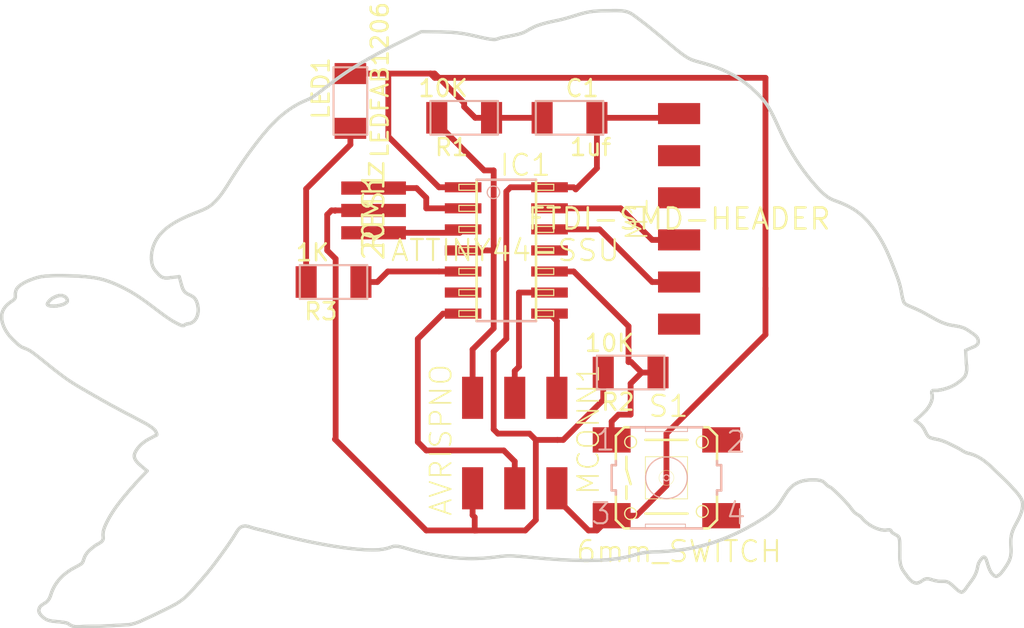
<source format=kicad_pcb>
(kicad_pcb (version 20171130) (host pcbnew 5.1.2-f72e74a~84~ubuntu18.04.1)

  (general
    (thickness 1.6)
    (drawings 2741)
    (tracks 117)
    (zones 0)
    (modules 10)
    (nets 21)
  )

  (page A4)
  (layers
    (0 F.Cu signal)
    (31 B.Cu signal)
    (32 B.Adhes user)
    (33 F.Adhes user)
    (34 B.Paste user)
    (35 F.Paste user)
    (36 B.SilkS user)
    (37 F.SilkS user)
    (38 B.Mask user)
    (39 F.Mask user)
    (40 Dwgs.User user)
    (41 Cmts.User user)
    (42 Eco1.User user)
    (43 Eco2.User user)
    (44 Edge.Cuts user)
    (45 Margin user)
    (46 B.CrtYd user)
    (47 F.CrtYd user)
    (48 B.Fab user)
    (49 F.Fab user)
  )

  (setup
    (last_trace_width 0.35)
    (trace_clearance 0.2)
    (zone_clearance 0.508)
    (zone_45_only no)
    (trace_min 0.2)
    (via_size 0.8)
    (via_drill 0.4)
    (via_min_size 0.4)
    (via_min_drill 0.3)
    (uvia_size 0.3)
    (uvia_drill 0.1)
    (uvias_allowed no)
    (uvia_min_size 0.2)
    (uvia_min_drill 0.1)
    (edge_width 0.15)
    (segment_width 0.2)
    (pcb_text_width 0.3)
    (pcb_text_size 1.5 1.5)
    (mod_edge_width 0.15)
    (mod_text_size 1 1)
    (mod_text_width 0.15)
    (pad_size 1.524 1.524)
    (pad_drill 0.762)
    (pad_to_mask_clearance 0.051)
    (solder_mask_min_width 0.25)
    (aux_axis_origin 121.92 134.62)
    (visible_elements 7FFFFFFF)
    (pcbplotparams
      (layerselection 0x01000_7ffffffe)
      (usegerberextensions false)
      (usegerberattributes false)
      (usegerberadvancedattributes false)
      (creategerberjobfile false)
      (excludeedgelayer true)
      (linewidth 0.100000)
      (plotframeref false)
      (viasonmask false)
      (mode 1)
      (useauxorigin true)
      (hpglpennumber 1)
      (hpglpenspeed 20)
      (hpglpendiameter 15.000000)
      (psnegative false)
      (psa4output false)
      (plotreference true)
      (plotvalue true)
      (plotinvisibletext false)
      (padsonsilk false)
      (subtractmaskfromsilk false)
      (outputformat 1)
      (mirror false)
      (drillshape 0)
      (scaleselection 1)
      (outputdirectory "/home/stjdigital/fabacademy Amazonian/files/Dave/dave-simson-master/docs/Files/wk07/"))
  )

  (net 0 "")
  (net 1 "Net-(C1-Pad1)")
  (net 2 gnd)
  (net 3 "Net-(IC1-Pad2)")
  (net 4 "Net-(IC1-Pad3)")
  (net 5 "Net-(IC1-Pad4)")
  (net 6 "Net-(IC1-Pad5)")
  (net 7 "Net-(IC1-Pad6)")
  (net 8 "Net-(IC1-Pad7)")
  (net 9 "Net-(IC1-Pad8)")
  (net 10 "Net-(IC1-Pad9)")
  (net 11 "Net-(IC1-Pad10)")
  (net 12 "Net-(IC1-Pad11)")
  (net 13 "Net-(IC1-Pad12)")
  (net 14 "Net-(IC1-Pad13)")
  (net 15 "Net-(LED1-Pad1)")
  (net 16 "Net-(M1-Pad2)")
  (net 17 "Net-(M1-Pad3)")
  (net 18 "Net-(M1-Pad6)")
  (net 19 "Net-(S1-Pad2)")
  (net 20 "Net-(S1-Pad4)")

  (net_class Default "This is the default net class."
    (clearance 0.2)
    (trace_width 0.35)
    (via_dia 0.8)
    (via_drill 0.4)
    (uvia_dia 0.3)
    (uvia_drill 0.1)
    (add_net "Net-(C1-Pad1)")
    (add_net "Net-(IC1-Pad10)")
    (add_net "Net-(IC1-Pad11)")
    (add_net "Net-(IC1-Pad12)")
    (add_net "Net-(IC1-Pad13)")
    (add_net "Net-(IC1-Pad2)")
    (add_net "Net-(IC1-Pad3)")
    (add_net "Net-(IC1-Pad4)")
    (add_net "Net-(IC1-Pad5)")
    (add_net "Net-(IC1-Pad6)")
    (add_net "Net-(IC1-Pad7)")
    (add_net "Net-(IC1-Pad8)")
    (add_net "Net-(IC1-Pad9)")
    (add_net "Net-(LED1-Pad1)")
    (add_net "Net-(M1-Pad2)")
    (add_net "Net-(M1-Pad3)")
    (add_net "Net-(M1-Pad6)")
    (add_net "Net-(S1-Pad2)")
    (add_net "Net-(S1-Pad4)")
    (add_net gnd)
  )

  (module fab:fab-1X06SMD (layer F.Cu) (tedit 200000) (tstamp 5C9000BD)
    (at 165.354 105.791)
    (path /5C76D346)
    (attr smd)
    (fp_text reference M1 (at -2.54 0 90) (layer F.SilkS)
      (effects (font (size 1.27 1.27) (thickness 0.1016)))
    )
    (fp_text value FTDI-SMD-HEADER (at 0 0) (layer F.SilkS)
      (effects (font (size 1.27 1.27) (thickness 0.15)))
    )
    (pad 1 smd rect (at 0 -6.35) (size 2.54 1.27) (layers F.Cu F.Paste F.Mask)
      (net 2 gnd))
    (pad 2 smd rect (at 0 -3.81) (size 2.54 1.27) (layers F.Cu F.Paste F.Mask)
      (net 16 "Net-(M1-Pad2)"))
    (pad 3 smd rect (at 0 -1.27) (size 2.54 1.27) (layers F.Cu F.Paste F.Mask)
      (net 17 "Net-(M1-Pad3)"))
    (pad 4 smd rect (at 0 1.27) (size 2.54 1.27) (layers F.Cu F.Paste F.Mask)
      (net 14 "Net-(IC1-Pad13)"))
    (pad 5 smd rect (at 0 3.81) (size 2.54 1.27) (layers F.Cu F.Paste F.Mask)
      (net 13 "Net-(IC1-Pad12)"))
    (pad 6 smd rect (at 0 6.35) (size 2.54 1.27) (layers F.Cu F.Paste F.Mask)
      (net 18 "Net-(M1-Pad6)"))
  )

  (module fab:fab-2X03SMD (layer F.Cu) (tedit 200000) (tstamp 5C9000C7)
    (at 155.448 119.126 270)
    (path /5C76D1CF)
    (attr smd)
    (fp_text reference MCONN1 (at -0.635 -4.445 270) (layer F.SilkS)
      (effects (font (size 1.27 1.27) (thickness 0.1016)))
    )
    (fp_text value AVRISPNO (at 0 4.445 270) (layer F.SilkS)
      (effects (font (size 1.27 1.27) (thickness 0.1016)))
    )
    (pad 6 smd rect (at 2.91846 2.54 270) (size 2.54 1.27) (layers F.Cu F.Paste F.Mask)
      (net 2 gnd))
    (pad 5 smd rect (at -2.54 2.54 270) (size 2.54 1.27) (layers F.Cu F.Paste F.Mask)
      (net 5 "Net-(IC1-Pad4)"))
    (pad 4 smd rect (at 2.91846 0 270) (size 2.54 1.27) (layers F.Cu F.Paste F.Mask)
      (net 8 "Net-(IC1-Pad7)"))
    (pad 3 smd rect (at -2.54 0 270) (size 2.54 1.27) (layers F.Cu F.Paste F.Mask)
      (net 10 "Net-(IC1-Pad9)"))
    (pad 2 smd rect (at 2.91846 -2.54 270) (size 2.54 1.27) (layers F.Cu F.Paste F.Mask)
      (net 1 "Net-(C1-Pad1)"))
    (pad 1 smd rect (at -2.54 -2.54 270) (size 2.54 1.27) (layers F.Cu F.Paste F.Mask)
      (net 9 "Net-(IC1-Pad8)"))
  )

  (module fab:fab-C1206FAB (layer F.Cu) (tedit 200000) (tstamp 5C90005A)
    (at 158.75 99.695)
    (path /5C76D0CC)
    (attr smd)
    (fp_text reference C1 (at 0.762 -1.778) (layer F.SilkS)
      (effects (font (size 1.016 1.016) (thickness 0.1524)))
    )
    (fp_text value 1uf (at 1.27 1.778) (layer F.SilkS)
      (effects (font (size 1.016 1.016) (thickness 0.1524)))
    )
    (fp_line (start -2.032 1.016) (end -2.032 -1.016) (layer B.SilkS) (width 0.127))
    (fp_line (start 2.032 1.016) (end -2.032 1.016) (layer B.SilkS) (width 0.127))
    (fp_line (start 2.032 -1.016) (end 2.032 1.016) (layer B.SilkS) (width 0.127))
    (fp_line (start -2.032 -1.016) (end 2.032 -1.016) (layer B.SilkS) (width 0.127))
    (pad 2 smd rect (at 1.651 0) (size 1.27 1.905) (layers F.Cu F.Paste F.Mask)
      (net 2 gnd))
    (pad 1 smd rect (at -1.651 0) (size 1.27 1.905) (layers F.Cu F.Paste F.Mask)
      (net 1 "Net-(C1-Pad1)"))
  )

  (module fab:fab-SOIC14 (layer F.Cu) (tedit 200000) (tstamp 5C9000A9)
    (at 154.94 107.696 270)
    (descr "SMALL OUTLINE PACKAGE")
    (tags "SMALL OUTLINE PACKAGE")
    (path /5C76CDA4)
    (attr smd)
    (fp_text reference IC1 (at -5.1435 -1.143) (layer F.SilkS)
      (effects (font (size 1.27 1.27) (thickness 0.127)))
    )
    (fp_text value ATTINY44-SSU (at 0 0.0635) (layer F.SilkS)
      (effects (font (size 1.27 1.27) (thickness 0.127)))
    )
    (fp_circle (center -3.5052 0.7747) (end -3.7719 1.0414) (layer B.SilkS) (width 0.0762))
    (fp_line (start -4.26466 -1.7907) (end -4.26466 1.7907) (layer B.SilkS) (width 0.1524))
    (fp_line (start 4.26466 -1.7907) (end -4.26466 -1.7907) (layer F.SilkS) (width 0.1524))
    (fp_line (start 4.26466 1.7907) (end 4.26466 -1.7907) (layer B.SilkS) (width 0.1524))
    (fp_line (start -4.26466 1.7907) (end 4.26466 1.7907) (layer F.SilkS) (width 0.1524))
    (fp_line (start -3.9878 2.8575) (end -3.9878 1.8415) (layer F.SilkS) (width 0.06604))
    (fp_line (start -3.9878 1.8415) (end -3.62966 1.8415) (layer F.SilkS) (width 0.06604))
    (fp_line (start -3.62966 2.8575) (end -3.62966 1.8415) (layer F.SilkS) (width 0.06604))
    (fp_line (start -3.9878 2.8575) (end -3.62966 2.8575) (layer F.SilkS) (width 0.06604))
    (fp_line (start -2.7178 2.8575) (end -2.7178 1.8415) (layer F.SilkS) (width 0.06604))
    (fp_line (start -2.7178 1.8415) (end -2.3622 1.8415) (layer F.SilkS) (width 0.06604))
    (fp_line (start -2.3622 2.8575) (end -2.3622 1.8415) (layer F.SilkS) (width 0.06604))
    (fp_line (start -2.7178 2.8575) (end -2.3622 2.8575) (layer F.SilkS) (width 0.06604))
    (fp_line (start -1.4478 2.8575) (end -1.4478 1.8415) (layer F.SilkS) (width 0.06604))
    (fp_line (start -1.4478 1.8415) (end -1.08966 1.8415) (layer F.SilkS) (width 0.06604))
    (fp_line (start -1.08966 2.8575) (end -1.08966 1.8415) (layer F.SilkS) (width 0.06604))
    (fp_line (start -1.4478 2.8575) (end -1.08966 2.8575) (layer F.SilkS) (width 0.06604))
    (fp_line (start -0.1778 2.8575) (end -0.1778 1.8415) (layer F.SilkS) (width 0.06604))
    (fp_line (start -0.1778 1.8415) (end 0.1778 1.8415) (layer F.SilkS) (width 0.06604))
    (fp_line (start 0.1778 2.8575) (end 0.1778 1.8415) (layer F.SilkS) (width 0.06604))
    (fp_line (start -0.1778 2.8575) (end 0.1778 2.8575) (layer F.SilkS) (width 0.06604))
    (fp_line (start 1.08966 2.8575) (end 1.08966 1.8415) (layer F.SilkS) (width 0.06604))
    (fp_line (start 1.08966 1.8415) (end 1.4478 1.8415) (layer F.SilkS) (width 0.06604))
    (fp_line (start 1.4478 2.8575) (end 1.4478 1.8415) (layer F.SilkS) (width 0.06604))
    (fp_line (start 1.08966 2.8575) (end 1.4478 2.8575) (layer F.SilkS) (width 0.06604))
    (fp_line (start 2.3622 2.8575) (end 2.3622 1.8415) (layer F.SilkS) (width 0.06604))
    (fp_line (start 2.3622 1.8415) (end 2.7178 1.8415) (layer F.SilkS) (width 0.06604))
    (fp_line (start 2.7178 2.8575) (end 2.7178 1.8415) (layer F.SilkS) (width 0.06604))
    (fp_line (start 2.3622 2.8575) (end 2.7178 2.8575) (layer F.SilkS) (width 0.06604))
    (fp_line (start 3.62966 2.8575) (end 3.62966 1.8415) (layer F.SilkS) (width 0.06604))
    (fp_line (start 3.62966 1.8415) (end 3.9878 1.8415) (layer F.SilkS) (width 0.06604))
    (fp_line (start 3.9878 2.8575) (end 3.9878 1.8415) (layer F.SilkS) (width 0.06604))
    (fp_line (start 3.62966 2.8575) (end 3.9878 2.8575) (layer F.SilkS) (width 0.06604))
    (fp_line (start 3.62966 -1.8415) (end 3.62966 -2.8575) (layer F.SilkS) (width 0.06604))
    (fp_line (start 3.62966 -2.8575) (end 3.9878 -2.8575) (layer F.SilkS) (width 0.06604))
    (fp_line (start 3.9878 -1.8415) (end 3.9878 -2.8575) (layer F.SilkS) (width 0.06604))
    (fp_line (start 3.62966 -1.8415) (end 3.9878 -1.8415) (layer F.SilkS) (width 0.06604))
    (fp_line (start 2.3622 -1.8415) (end 2.3622 -2.8575) (layer F.SilkS) (width 0.06604))
    (fp_line (start 2.3622 -2.8575) (end 2.7178 -2.8575) (layer F.SilkS) (width 0.06604))
    (fp_line (start 2.7178 -1.8415) (end 2.7178 -2.8575) (layer F.SilkS) (width 0.06604))
    (fp_line (start 2.3622 -1.8415) (end 2.7178 -1.8415) (layer F.SilkS) (width 0.06604))
    (fp_line (start 1.08966 -1.8415) (end 1.08966 -2.8575) (layer F.SilkS) (width 0.06604))
    (fp_line (start 1.08966 -2.8575) (end 1.4478 -2.8575) (layer F.SilkS) (width 0.06604))
    (fp_line (start 1.4478 -1.8415) (end 1.4478 -2.8575) (layer F.SilkS) (width 0.06604))
    (fp_line (start 1.08966 -1.8415) (end 1.4478 -1.8415) (layer F.SilkS) (width 0.06604))
    (fp_line (start -0.1778 -1.8415) (end -0.1778 -2.8575) (layer F.SilkS) (width 0.06604))
    (fp_line (start -0.1778 -2.8575) (end 0.1778 -2.8575) (layer F.SilkS) (width 0.06604))
    (fp_line (start 0.1778 -1.8415) (end 0.1778 -2.8575) (layer F.SilkS) (width 0.06604))
    (fp_line (start -0.1778 -1.8415) (end 0.1778 -1.8415) (layer F.SilkS) (width 0.06604))
    (fp_line (start -1.4478 -1.8415) (end -1.4478 -2.8575) (layer F.SilkS) (width 0.06604))
    (fp_line (start -1.4478 -2.8575) (end -1.08966 -2.8575) (layer F.SilkS) (width 0.06604))
    (fp_line (start -1.08966 -1.8415) (end -1.08966 -2.8575) (layer F.SilkS) (width 0.06604))
    (fp_line (start -1.4478 -1.8415) (end -1.08966 -1.8415) (layer F.SilkS) (width 0.06604))
    (fp_line (start -2.7178 -1.8415) (end -2.7178 -2.8575) (layer F.SilkS) (width 0.06604))
    (fp_line (start -2.7178 -2.8575) (end -2.3622 -2.8575) (layer F.SilkS) (width 0.06604))
    (fp_line (start -2.3622 -1.8415) (end -2.3622 -2.8575) (layer F.SilkS) (width 0.06604))
    (fp_line (start -2.7178 -1.8415) (end -2.3622 -1.8415) (layer F.SilkS) (width 0.06604))
    (fp_line (start -3.9878 -1.8415) (end -3.9878 -2.8575) (layer F.SilkS) (width 0.06604))
    (fp_line (start -3.9878 -2.8575) (end -3.62966 -2.8575) (layer F.SilkS) (width 0.06604))
    (fp_line (start -3.62966 -1.8415) (end -3.62966 -2.8575) (layer F.SilkS) (width 0.06604))
    (fp_line (start -3.9878 -1.8415) (end -3.62966 -1.8415) (layer F.SilkS) (width 0.06604))
    (pad 14 smd rect (at -3.81 -2.6035 270) (size 0.6096 2.20726) (layers F.Cu F.Paste F.Mask)
      (net 2 gnd))
    (pad 13 smd rect (at -2.54 -2.6035 270) (size 0.6096 2.20726) (layers F.Cu F.Paste F.Mask)
      (net 14 "Net-(IC1-Pad13)"))
    (pad 12 smd rect (at -1.27 -2.6035 270) (size 0.6096 2.20726) (layers F.Cu F.Paste F.Mask)
      (net 13 "Net-(IC1-Pad12)"))
    (pad 11 smd rect (at 0 -2.6035 270) (size 0.6096 2.20726) (layers F.Cu F.Paste F.Mask)
      (net 12 "Net-(IC1-Pad11)"))
    (pad 10 smd rect (at 1.27 -2.6035 270) (size 0.6096 2.20726) (layers F.Cu F.Paste F.Mask)
      (net 11 "Net-(IC1-Pad10)"))
    (pad 9 smd rect (at 2.54 -2.6035 270) (size 0.6096 2.20726) (layers F.Cu F.Paste F.Mask)
      (net 10 "Net-(IC1-Pad9)"))
    (pad 8 smd rect (at 3.81 -2.6035 270) (size 0.6096 2.20726) (layers F.Cu F.Paste F.Mask)
      (net 9 "Net-(IC1-Pad8)"))
    (pad 7 smd rect (at 3.81 2.6035 270) (size 0.6096 2.20726) (layers F.Cu F.Paste F.Mask)
      (net 8 "Net-(IC1-Pad7)"))
    (pad 6 smd rect (at 2.54 2.6035 270) (size 0.6096 2.20726) (layers F.Cu F.Paste F.Mask)
      (net 7 "Net-(IC1-Pad6)"))
    (pad 5 smd rect (at 1.27 2.6035 270) (size 0.6096 2.20726) (layers F.Cu F.Paste F.Mask)
      (net 6 "Net-(IC1-Pad5)"))
    (pad 4 smd rect (at 0 2.6035 270) (size 0.6096 2.20726) (layers F.Cu F.Paste F.Mask)
      (net 5 "Net-(IC1-Pad4)"))
    (pad 3 smd rect (at -1.27 2.6035 270) (size 0.6096 2.20726) (layers F.Cu F.Paste F.Mask)
      (net 4 "Net-(IC1-Pad3)"))
    (pad 2 smd rect (at -2.54 2.6035 270) (size 0.6096 2.20726) (layers F.Cu F.Paste F.Mask)
      (net 3 "Net-(IC1-Pad2)"))
    (pad 1 smd rect (at -3.81 2.6035 270) (size 0.6096 2.20726) (layers F.Cu F.Paste F.Mask)
      (net 1 "Net-(C1-Pad1)"))
  )

  (module fab:fab-LED1206FAB (layer F.Cu) (tedit 200000) (tstamp 5C9000B3)
    (at 145.542 98.679 90)
    (descr "LED1206 FAB STYLE (SMALLER PADS TO ALLOW TRACE BETWEEN)")
    (tags "LED1206 FAB STYLE (SMALLER PADS TO ALLOW TRACE BETWEEN)")
    (path /5C77B2FA)
    (attr smd)
    (fp_text reference LED1 (at 0.762 -1.778 90) (layer F.SilkS)
      (effects (font (size 1.016 1.016) (thickness 0.1524)))
    )
    (fp_text value LEDFAB1206 (at 1.27 1.778 90) (layer F.SilkS)
      (effects (font (size 1.016 1.016) (thickness 0.1524)))
    )
    (fp_line (start -2.032 1.016) (end -2.032 -1.016) (layer B.SilkS) (width 0.127))
    (fp_line (start 2.032 1.016) (end -2.032 1.016) (layer B.SilkS) (width 0.127))
    (fp_line (start 2.032 -1.016) (end 2.032 1.016) (layer B.SilkS) (width 0.127))
    (fp_line (start -2.032 -1.016) (end 2.032 -1.016) (layer B.SilkS) (width 0.127))
    (pad 2 smd rect (at 1.651 0 90) (size 1.27 1.905) (layers F.Cu F.Paste F.Mask)
      (net 1 "Net-(C1-Pad1)"))
    (pad 1 smd rect (at -1.651 0 90) (size 1.27 1.905) (layers F.Cu F.Paste F.Mask)
      (net 15 "Net-(LED1-Pad1)"))
  )

  (module fab:fab-R1206FAB (layer F.Cu) (tedit 200000) (tstamp 5C9000D1)
    (at 152.4 99.695 180)
    (path /5C76CE4C)
    (attr smd)
    (fp_text reference R1 (at 0.762 -1.778 180) (layer F.SilkS)
      (effects (font (size 1.016 1.016) (thickness 0.1524)))
    )
    (fp_text value 10K (at 1.27 1.778 180) (layer F.SilkS)
      (effects (font (size 1.016 1.016) (thickness 0.1524)))
    )
    (fp_line (start -2.032 1.016) (end -2.032 -1.016) (layer B.SilkS) (width 0.127))
    (fp_line (start 2.032 1.016) (end -2.032 1.016) (layer B.SilkS) (width 0.127))
    (fp_line (start 2.032 -1.016) (end 2.032 1.016) (layer B.SilkS) (width 0.127))
    (fp_line (start -2.032 -1.016) (end 2.032 -1.016) (layer B.SilkS) (width 0.127))
    (pad 2 smd rect (at 1.651 0 180) (size 1.27 1.905) (layers F.Cu F.Paste F.Mask)
      (net 5 "Net-(IC1-Pad4)"))
    (pad 1 smd rect (at -1.651 0 180) (size 1.27 1.905) (layers F.Cu F.Paste F.Mask)
      (net 1 "Net-(C1-Pad1)"))
  )

  (module fab:fab-R1206FAB (layer F.Cu) (tedit 200000) (tstamp 5C9000DB)
    (at 162.433 115.062 180)
    (path /5C77826D)
    (attr smd)
    (fp_text reference R2 (at 0.762 -1.778 180) (layer F.SilkS)
      (effects (font (size 1.016 1.016) (thickness 0.1524)))
    )
    (fp_text value 10K (at 1.27 1.778 180) (layer F.SilkS)
      (effects (font (size 1.016 1.016) (thickness 0.1524)))
    )
    (fp_line (start -2.032 -1.016) (end 2.032 -1.016) (layer B.SilkS) (width 0.127))
    (fp_line (start 2.032 -1.016) (end 2.032 1.016) (layer B.SilkS) (width 0.127))
    (fp_line (start 2.032 1.016) (end -2.032 1.016) (layer B.SilkS) (width 0.127))
    (fp_line (start -2.032 1.016) (end -2.032 -1.016) (layer B.SilkS) (width 0.127))
    (pad 1 smd rect (at -1.651 0 180) (size 1.27 1.905) (layers F.Cu F.Paste F.Mask)
      (net 11 "Net-(IC1-Pad10)"))
    (pad 2 smd rect (at 1.651 0 180) (size 1.27 1.905) (layers F.Cu F.Paste F.Mask)
      (net 2 gnd))
  )

  (module fab:fab-R1206FAB (layer F.Cu) (tedit 200000) (tstamp 5C9000E5)
    (at 144.526 109.601 180)
    (path /5C77B25A)
    (attr smd)
    (fp_text reference R3 (at 0.762 -1.778 180) (layer F.SilkS)
      (effects (font (size 1.016 1.016) (thickness 0.1524)))
    )
    (fp_text value 1K (at 1.27 1.778 180) (layer F.SilkS)
      (effects (font (size 1.016 1.016) (thickness 0.1524)))
    )
    (fp_line (start -2.032 1.016) (end -2.032 -1.016) (layer B.SilkS) (width 0.127))
    (fp_line (start 2.032 1.016) (end -2.032 1.016) (layer B.SilkS) (width 0.127))
    (fp_line (start 2.032 -1.016) (end 2.032 1.016) (layer B.SilkS) (width 0.127))
    (fp_line (start -2.032 -1.016) (end 2.032 -1.016) (layer B.SilkS) (width 0.127))
    (pad 2 smd rect (at 1.651 0 180) (size 1.27 1.905) (layers F.Cu F.Paste F.Mask)
      (net 15 "Net-(LED1-Pad1)"))
    (pad 1 smd rect (at -1.651 0 180) (size 1.27 1.905) (layers F.Cu F.Paste F.Mask)
      (net 6 "Net-(IC1-Pad5)"))
  )

  (module fab:fab-EFOBM (layer F.Cu) (tedit 200000) (tstamp 5C9000EC)
    (at 146.939 105.283 270)
    (path /5C76D006)
    (attr smd)
    (fp_text reference RES1 (at 0 0 270) (layer F.SilkS)
      (effects (font (size 1.27 1.27) (thickness 0.15)))
    )
    (fp_text value 20Mhz (at 0 0 270) (layer F.SilkS)
      (effects (font (size 1.27 1.27) (thickness 0.15)))
    )
    (pad 3 smd rect (at 1.34874 0 180) (size 3.8989 0.79756) (layers F.Cu F.Paste F.Mask)
      (net 4 "Net-(IC1-Pad3)"))
    (pad 2 smd rect (at 0 0 180) (size 3.8989 0.79756) (layers F.Cu F.Paste F.Mask)
      (net 2 gnd))
    (pad 1 smd rect (at -1.34874 0) (size 3.8989 0.79756) (layers F.Cu F.Paste F.Mask)
      (net 3 "Net-(IC1-Pad2)"))
  )

  (module fab:fab-6MM_SWITCH (layer F.Cu) (tedit 200000) (tstamp 5C90012A)
    (at 164.592 121.412)
    (descr "OMRON SWITCH")
    (tags "OMRON SWITCH")
    (path /5C77585F)
    (attr smd)
    (fp_text reference S1 (at 0.127 -4.318) (layer F.SilkS)
      (effects (font (size 1.27 1.27) (thickness 0.127)))
    )
    (fp_text value 6mm_SWITCH (at 0.762 4.445) (layer F.SilkS)
      (effects (font (size 1.27 1.27) (thickness 0.127)))
    )
    (fp_text user 4 (at 4.191 2.159) (layer B.SilkS)
      (effects (font (size 1.27 1.27) (thickness 0.127)))
    )
    (fp_text user 3 (at -3.937 2.159) (layer B.SilkS)
      (effects (font (size 1.27 1.27) (thickness 0.127)))
    )
    (fp_text user 2 (at 4.191 -2.159) (layer B.SilkS)
      (effects (font (size 1.27 1.27) (thickness 0.127)))
    )
    (fp_text user 1 (at -3.683 -2.286) (layer B.SilkS)
      (effects (font (size 1.27 1.27) (thickness 0.127)))
    )
    (fp_circle (center 0 0) (end -0.127 0.127) (layer B.SilkS) (width 0.0762))
    (fp_circle (center 0 0) (end -0.3175 0.3175) (layer F.SilkS) (width 0.0254))
    (fp_circle (center -2.159 -2.159) (end -2.413 -2.413) (layer F.SilkS) (width 0.0762))
    (fp_circle (center 2.159 -2.159) (end 2.413 -2.413) (layer F.SilkS) (width 0.0762))
    (fp_circle (center 2.159 2.032) (end 2.413 2.286) (layer F.SilkS) (width 0.0762))
    (fp_circle (center -2.159 2.159) (end -2.413 2.413) (layer F.SilkS) (width 0.0762))
    (fp_circle (center 0 0) (end -0.889 0.889) (layer B.SilkS) (width 0.0762))
    (fp_line (start -2.413 -0.508) (end -2.159 0.381) (layer F.SilkS) (width 0.1524))
    (fp_line (start -2.413 0.508) (end -2.413 1.27) (layer F.SilkS) (width 0.1524))
    (fp_line (start -2.413 -1.27) (end -2.413 -0.508) (layer F.SilkS) (width 0.1524))
    (fp_line (start 1.27 -2.286) (end -1.27 -2.286) (layer F.SilkS) (width 0.1524))
    (fp_line (start -1.27 2.159) (end 1.27 2.159) (layer F.SilkS) (width 0.1524))
    (fp_line (start -3.048 -0.762) (end -3.048 -1.016) (layer B.SilkS) (width 0.1524))
    (fp_line (start -3.048 0.762) (end -3.048 1.016) (layer B.SilkS) (width 0.1524))
    (fp_line (start 3.048 -0.762) (end 3.048 -1.016) (layer B.SilkS) (width 0.1524))
    (fp_line (start 3.048 0.762) (end 3.048 1.016) (layer B.SilkS) (width 0.1524))
    (fp_line (start 1.143 3.048) (end 2.159 3.048) (layer B.SilkS) (width 0.1524))
    (fp_line (start -1.27 3.048) (end 1.143 3.048) (layer B.SilkS) (width 0.1524))
    (fp_line (start -1.27 -3.048) (end -2.159 -3.048) (layer B.SilkS) (width 0.1524))
    (fp_line (start 1.27 -3.048) (end -1.27 -3.048) (layer B.SilkS) (width 0.1524))
    (fp_line (start 2.159 -3.048) (end 1.27 -3.048) (layer B.SilkS) (width 0.1524))
    (fp_line (start 2.54 -3.048) (end 2.159 -3.048) (layer F.SilkS) (width 0.1524))
    (fp_line (start -2.54 -3.048) (end -2.159 -3.048) (layer F.SilkS) (width 0.1524))
    (fp_line (start -2.159 3.048) (end -1.27 3.048) (layer B.SilkS) (width 0.1524))
    (fp_line (start -2.54 3.048) (end -2.159 3.048) (layer F.SilkS) (width 0.1524))
    (fp_line (start 2.54 3.048) (end 2.159 3.048) (layer F.SilkS) (width 0.1524))
    (fp_line (start -1.27 2.794) (end -1.27 3.048) (layer B.SilkS) (width 0.0508))
    (fp_line (start 1.143 2.794) (end 1.143 3.048) (layer B.SilkS) (width 0.0508))
    (fp_line (start 1.143 2.794) (end -1.27 2.794) (layer B.SilkS) (width 0.0508))
    (fp_line (start 1.27 -2.794) (end 1.27 -3.048) (layer B.SilkS) (width 0.0508))
    (fp_line (start 1.27 -2.794) (end -1.27 -2.794) (layer B.SilkS) (width 0.0508))
    (fp_line (start -1.27 -3.048) (end -1.27 -2.794) (layer B.SilkS) (width 0.0508))
    (fp_line (start -1.27 -1.27) (end 1.27 -1.27) (layer F.SilkS) (width 0.0508))
    (fp_line (start 1.27 1.27) (end 1.27 -1.27) (layer F.SilkS) (width 0.0508))
    (fp_line (start 1.27 1.27) (end -1.27 1.27) (layer F.SilkS) (width 0.0508))
    (fp_line (start -1.27 -1.27) (end -1.27 1.27) (layer F.SilkS) (width 0.0508))
    (fp_line (start -3.048 2.54) (end -3.048 1.016) (layer F.SilkS) (width 0.1524))
    (fp_line (start -2.54 3.048) (end -3.048 2.54) (layer F.SilkS) (width 0.1524))
    (fp_line (start -3.048 -2.54) (end -3.048 -1.016) (layer F.SilkS) (width 0.1524))
    (fp_line (start -2.54 -3.048) (end -3.048 -2.54) (layer F.SilkS) (width 0.1524))
    (fp_line (start 3.048 2.54) (end 3.048 1.016) (layer F.SilkS) (width 0.1524))
    (fp_line (start 2.54 3.048) (end 3.048 2.54) (layer F.SilkS) (width 0.1524))
    (fp_line (start 3.048 -2.54) (end 2.54 -3.048) (layer F.SilkS) (width 0.1524))
    (fp_line (start -3.048 0.762) (end -3.302 0.762) (layer B.SilkS) (width 0.1524))
    (fp_line (start -3.302 -0.762) (end -3.302 0.762) (layer B.SilkS) (width 0.1524))
    (fp_line (start -3.302 -0.762) (end -3.048 -0.762) (layer B.SilkS) (width 0.1524))
    (fp_line (start 3.048 -1.016) (end 3.048 -2.54) (layer F.SilkS) (width 0.1524))
    (fp_line (start 3.048 -0.762) (end 3.302 -0.762) (layer B.SilkS) (width 0.1524))
    (fp_line (start 3.302 0.762) (end 3.302 -0.762) (layer B.SilkS) (width 0.1524))
    (fp_line (start 3.302 0.762) (end 3.048 0.762) (layer B.SilkS) (width 0.1524))
    (pad 4 smd rect (at 3.302 2.286) (size 2.286 1.524) (layers F.Cu F.Paste F.Mask)
      (net 20 "Net-(S1-Pad4)"))
    (pad 3 smd rect (at -3.302 2.286) (size 2.286 1.524) (layers F.Cu F.Paste F.Mask)
      (net 1 "Net-(C1-Pad1)"))
    (pad 2 smd rect (at 3.302 -2.286) (size 2.286 1.524) (layers F.Cu F.Paste F.Mask)
      (net 19 "Net-(S1-Pad2)"))
    (pad 1 smd rect (at -3.302 -2.286) (size 2.286 1.524) (layers F.Cu F.Paste F.Mask)
      (net 11 "Net-(IC1-Pad10)"))
  )

  (gr_line (start 182.139256 128.183872) (end 182.083233 128.13607) (layer Edge.Cuts) (width 0.2))
  (gr_line (start 182.94947 127.660074) (end 182.906851 127.717506) (layer Edge.Cuts) (width 0.2))
  (gr_line (start 182.990828 127.603162) (end 182.94947 127.660074) (layer Edge.Cuts) (width 0.2))
  (gr_line (start 183.668069 126.207835) (end 183.606878 126.262428) (layer Edge.Cuts) (width 0.2))
  (gr_line (start 183.314677 126.949772) (end 183.294058 127.023174) (layer Edge.Cuts) (width 0.2))
  (gr_line (start 181.810923 127.881779) (end 181.754739 127.832973) (layer Edge.Cuts) (width 0.2))
  (gr_line (start 182.515281 128.244322) (end 182.456957 128.289094) (layer Edge.Cuts) (width 0.2))
  (gr_line (start 182.771226 127.900473) (end 182.723363 127.967534) (layer Edge.Cuts) (width 0.2))
  (gr_line (start 182.906851 127.717506) (end 182.86295 127.776214) (layer Edge.Cuts) (width 0.2))
  (gr_line (start 182.329261 128.304761) (end 182.26149 128.271679) (layer Edge.Cuts) (width 0.2))
  (gr_line (start 182.26149 128.271679) (end 182.19795 128.229261) (layer Edge.Cuts) (width 0.2))
  (gr_line (start 183.294058 127.023174) (end 183.269741 127.095213) (layer Edge.Cuts) (width 0.2))
  (gr_line (start 181.497917 127.682422) (end 181.42543 127.667426) (layer Edge.Cuts) (width 0.2))
  (gr_line (start 183.107529 127.428008) (end 183.069837 127.487884) (layer Edge.Cuts) (width 0.2))
  (gr_line (start 183.143976 127.365766) (end 183.107529 127.428008) (layer Edge.Cuts) (width 0.2))
  (gr_line (start 182.674138 128.038863) (end 182.623369 128.11281) (layer Edge.Cuts) (width 0.2))
  (gr_line (start 183.069837 127.487884) (end 183.030944 127.546017) (layer Edge.Cuts) (width 0.2))
  (gr_line (start 181.633492 127.744872) (end 181.567396 127.709041) (layer Edge.Cuts) (width 0.2))
  (gr_line (start 183.178845 127.301166) (end 183.143976 127.365766) (layer Edge.Cuts) (width 0.2))
  (gr_line (start 183.732674 126.190522) (end 183.668069 126.207835) (layer Edge.Cuts) (width 0.2))
  (gr_line (start 181.865491 127.932422) (end 181.810923 127.881779) (layer Edge.Cuts) (width 0.2))
  (gr_line (start 181.973619 128.035485) (end 181.919472 127.983942) (layer Edge.Cuts) (width 0.2))
  (gr_line (start 183.400131 126.589145) (end 183.378324 126.656575) (layer Edge.Cuts) (width 0.2))
  (gr_line (start 183.269741 127.095213) (end 183.242151 127.165691) (layer Edge.Cuts) (width 0.2))
  (gr_line (start 182.395111 128.311347) (end 182.329261 128.304761) (layer Edge.Cuts) (width 0.2))
  (gr_line (start 183.551364 126.331482) (end 183.503148 126.398206) (layer Edge.Cuts) (width 0.2))
  (gr_line (start 182.817748 127.836951) (end 182.771226 127.900473) (layer Edge.Cuts) (width 0.2))
  (gr_line (start 181.567396 127.709041) (end 181.497917 127.682422) (layer Edge.Cuts) (width 0.2))
  (gr_line (start 181.695905 127.786966) (end 181.633492 127.744872) (layer Edge.Cuts) (width 0.2))
  (gr_line (start 181.754739 127.832973) (end 181.695905 127.786966) (layer Edge.Cuts) (width 0.2))
  (gr_line (start 182.456957 128.289094) (end 182.395111 128.311347) (layer Edge.Cuts) (width 0.2))
  (gr_line (start 183.030944 127.546017) (end 182.990828 127.603162) (layer Edge.Cuts) (width 0.2))
  (gr_line (start 183.361099 126.72753) (end 183.346242 126.800852) (layer Edge.Cuts) (width 0.2))
  (gr_line (start 181.919472 127.983942) (end 181.865491 127.932422) (layer Edge.Cuts) (width 0.2))
  (gr_line (start 182.028154 128.086403) (end 181.973619 128.035485) (layer Edge.Cuts) (width 0.2))
  (gr_line (start 182.623369 128.11281) (end 182.570584 128.183428) (layer Edge.Cuts) (width 0.2))
  (gr_line (start 183.242151 127.165691) (end 183.211711 127.234408) (layer Edge.Cuts) (width 0.2))
  (gr_line (start 183.378324 126.656575) (end 183.361099 126.72753) (layer Edge.Cuts) (width 0.2))
  (gr_line (start 183.346242 126.800852) (end 183.331515 126.875334) (layer Edge.Cuts) (width 0.2))
  (gr_line (start 183.606878 126.262428) (end 183.551364 126.331482) (layer Edge.Cuts) (width 0.2))
  (gr_line (start 182.083233 128.13607) (end 182.028154 128.086403) (layer Edge.Cuts) (width 0.2))
  (gr_line (start 182.19795 128.229261) (end 182.139256 128.183872) (layer Edge.Cuts) (width 0.2))
  (gr_line (start 183.331515 126.875334) (end 183.314677 126.949772) (layer Edge.Cuts) (width 0.2))
  (gr_line (start 183.462129 126.462) (end 183.427919 126.52495) (layer Edge.Cuts) (width 0.2))
  (gr_line (start 183.503148 126.398206) (end 183.462129 126.462) (layer Edge.Cuts) (width 0.2))
  (gr_line (start 181.350947 127.661905) (end 181.275797 127.661441) (layer Edge.Cuts) (width 0.2))
  (gr_line (start 182.723363 127.967534) (end 182.674138 128.038863) (layer Edge.Cuts) (width 0.2))
  (gr_line (start 181.42543 127.667426) (end 181.350947 127.661905) (layer Edge.Cuts) (width 0.2))
  (gr_line (start 183.211711 127.234408) (end 183.178845 127.301166) (layer Edge.Cuts) (width 0.2))
  (gr_line (start 182.570584 128.183428) (end 182.515281 128.244322) (layer Edge.Cuts) (width 0.2))
  (gr_line (start 182.86295 127.776214) (end 182.817748 127.836951) (layer Edge.Cuts) (width 0.2))
  (gr_line (start 183.427919 126.52495) (end 183.400131 126.589145) (layer Edge.Cuts) (width 0.2))
  (gr_line (start 185.371844 124.944047) (end 185.361266 125.017818) (layer Edge.Cuts) (width 0.2))
  (gr_line (start 184.938558 126.928899) (end 184.895134 126.989532) (layer Edge.Cuts) (width 0.2))
  (gr_line (start 185.349481 125.389791) (end 185.352195 125.464522) (layer Edge.Cuts) (width 0.2))
  (gr_line (start 185.145073 126.616792) (end 185.105705 126.680304) (layer Edge.Cuts) (width 0.2))
  (gr_line (start 185.33667 126.134278) (end 185.320595 126.207343) (layer Edge.Cuts) (width 0.2))
  (gr_line (start 184.314484 127.291028) (end 184.255384 127.236093) (layer Edge.Cuts) (width 0.2))
  (gr_line (start 185.361266 125.017818) (end 185.35398 125.091862) (layer Edge.Cuts) (width 0.2))
  (gr_line (start 185.471341 124.584842) (end 185.445633 124.654841) (layer Edge.Cuts) (width 0.2))
  (gr_line (start 183.79583 126.226068) (end 183.732674 126.190522) (layer Edge.Cuts) (width 0.2))
  (gr_line (start 183.893405 126.425893) (end 183.869494 126.355398) (layer Edge.Cuts) (width 0.2))
  (gr_line (start 183.936822 126.568979) (end 183.915213 126.497291) (layer Edge.Cuts) (width 0.2))
  (gr_line (start 183.981601 126.711927) (end 183.958818 126.640623) (layer Edge.Cuts) (width 0.2))
  (gr_line (start 184.031132 126.852336) (end 184.005572 126.782596) (layer Edge.Cuts) (width 0.2))
  (gr_line (start 185.52996 124.447955) (end 185.499577 124.515933) (layer Edge.Cuts) (width 0.2))
  (gr_line (start 184.088686 126.987854) (end 184.058682 126.920852) (layer Edge.Cuts) (width 0.2))
  (gr_line (start 185.35398 125.091862) (end 185.349623 125.166119) (layer Edge.Cuts) (width 0.2))
  (gr_line (start 185.422706 124.725925) (end 185.402685 124.797933) (layer Edge.Cuts) (width 0.2))
  (gr_line (start 185.357167 125.986517) (end 185.348843 126.060562) (layer Edge.Cuts) (width 0.2))
  (gr_line (start 185.320595 126.207343) (end 185.300603 126.279415) (layer Edge.Cuts) (width 0.2))
  (gr_line (start 185.385691 124.870696) (end 185.371844 124.944047) (layer Edge.Cuts) (width 0.2))
  (gr_line (start 185.499577 124.515933) (end 185.471341 124.584842) (layer Edge.Cuts) (width 0.2))
  (gr_line (start 184.255384 127.236093) (end 184.204241 127.177438) (layer Edge.Cuts) (width 0.2))
  (gr_line (start 184.379889 127.334481) (end 184.314484 127.291028) (layer Edge.Cuts) (width 0.2))
  (gr_line (start 184.706238 127.21673) (end 184.650166 127.267103) (layer Edge.Cuts) (width 0.2))
  (gr_line (start 185.352195 125.464522) (end 185.355517 125.539278) (layer Edge.Cuts) (width 0.2))
  (gr_line (start 185.023259 126.805407) (end 184.981185 126.86742) (layer Edge.Cuts) (width 0.2))
  (gr_line (start 185.248799 126.419217) (end 185.217199 126.486514) (layer Edge.Cuts) (width 0.2))
  (gr_line (start 185.300603 126.279415) (end 185.276675 126.350152) (layer Edge.Cuts) (width 0.2))
  (gr_line (start 185.349623 125.166119) (end 185.347731 125.240551) (layer Edge.Cuts) (width 0.2))
  (gr_line (start 184.160232 127.116367) (end 184.122125 127.053099) (layer Edge.Cuts) (width 0.2))
  (gr_line (start 185.445633 124.654841) (end 185.422706 124.725925) (layer Edge.Cuts) (width 0.2))
  (gr_line (start 185.182431 126.552284) (end 185.145073 126.616792) (layer Edge.Cuts) (width 0.2))
  (gr_line (start 185.276675 126.350152) (end 185.248799 126.419217) (layer Edge.Cuts) (width 0.2))
  (gr_line (start 183.840266 126.286999) (end 183.79583 126.226068) (layer Edge.Cuts) (width 0.2))
  (gr_line (start 184.058682 126.920852) (end 184.031132 126.852336) (layer Edge.Cuts) (width 0.2))
  (gr_line (start 183.869494 126.355398) (end 183.840266 126.286999) (layer Edge.Cuts) (width 0.2))
  (gr_line (start 184.122125 127.053099) (end 184.088686 126.987854) (layer Edge.Cuts) (width 0.2))
  (gr_line (start 184.981185 126.86742) (end 184.938558 126.928899) (layer Edge.Cuts) (width 0.2))
  (gr_line (start 184.757263 127.163133) (end 184.706238 127.21673) (layer Edge.Cuts) (width 0.2))
  (gr_line (start 183.915213 126.497291) (end 183.893405 126.425893) (layer Edge.Cuts) (width 0.2))
  (gr_line (start 185.36382 125.763355) (end 185.36406 125.837883) (layer Edge.Cuts) (width 0.2))
  (gr_line (start 184.587509 127.31324) (end 184.519309 127.347534) (layer Edge.Cuts) (width 0.2))
  (gr_line (start 185.355517 125.539278) (end 185.358951 125.614023) (layer Edge.Cuts) (width 0.2))
  (gr_line (start 185.064907 126.743087) (end 185.023259 126.805407) (layer Edge.Cuts) (width 0.2))
  (gr_line (start 185.105705 126.680304) (end 185.064907 126.743087) (layer Edge.Cuts) (width 0.2))
  (gr_line (start 185.348843 126.060562) (end 185.33667 126.134278) (layer Edge.Cuts) (width 0.2))
  (gr_line (start 185.36406 125.837883) (end 185.362042 125.912281) (layer Edge.Cuts) (width 0.2))
  (gr_line (start 185.347731 125.240551) (end 185.347838 125.315121) (layer Edge.Cuts) (width 0.2))
  (gr_line (start 183.958818 126.640623) (end 183.936822 126.568979) (layer Edge.Cuts) (width 0.2))
  (gr_line (start 184.005572 126.782596) (end 183.981601 126.711927) (layer Edge.Cuts) (width 0.2))
  (gr_line (start 184.204241 127.177438) (end 184.160232 127.116367) (layer Edge.Cuts) (width 0.2))
  (gr_line (start 184.449037 127.356295) (end 184.379889 127.334481) (layer Edge.Cuts) (width 0.2))
  (gr_line (start 184.519309 127.347534) (end 184.449037 127.356295) (layer Edge.Cuts) (width 0.2))
  (gr_line (start 185.358951 125.614023) (end 185.361918 125.688725) (layer Edge.Cuts) (width 0.2))
  (gr_line (start 184.650166 127.267103) (end 184.587509 127.31324) (layer Edge.Cuts) (width 0.2))
  (gr_line (start 184.804903 127.107007) (end 184.757263 127.163133) (layer Edge.Cuts) (width 0.2))
  (gr_line (start 185.217199 126.486514) (end 185.182431 126.552284) (layer Edge.Cuts) (width 0.2))
  (gr_line (start 185.361918 125.688725) (end 185.36382 125.763355) (layer Edge.Cuts) (width 0.2))
  (gr_line (start 185.402685 124.797933) (end 185.385691 124.870696) (layer Edge.Cuts) (width 0.2))
  (gr_line (start 184.850664 127.049005) (end 184.804903 127.107007) (layer Edge.Cuts) (width 0.2))
  (gr_line (start 184.895134 126.989532) (end 184.850664 127.049005) (layer Edge.Cuts) (width 0.2))
  (gr_line (start 185.562101 124.380745) (end 185.52996 124.447955) (layer Edge.Cuts) (width 0.2))
  (gr_line (start 185.362042 125.912281) (end 185.357167 125.986517) (layer Edge.Cuts) (width 0.2))
  (gr_line (start 185.347838 125.315121) (end 185.349481 125.389791) (layer Edge.Cuts) (width 0.2))
  (gr_line (start 186.00038 123.434605) (end 185.978684 123.506578) (layer Edge.Cuts) (width 0.2))
  (gr_line (start 184.644731 121.200056) (end 184.698197 121.251345) (layer Edge.Cuts) (width 0.2))
  (gr_line (start 186.048614 122.910617) (end 186.056418 122.984575) (layer Edge.Cuts) (width 0.2))
  (gr_line (start 184.32207 120.891256) (end 184.376081 120.942896) (layer Edge.Cuts) (width 0.2))
  (gr_line (start 185.379442 121.932956) (end 185.430426 121.987702) (layer Edge.Cuts) (width 0.2))
  (gr_line (start 185.665189 124.18206) (end 185.630104 124.247963) (layer Edge.Cuts) (width 0.2))
  (gr_line (start 185.8373 123.851266) (end 185.804282 123.918038) (layer Edge.Cuts) (width 0.2))
  (gr_line (start 185.869087 123.783938) (end 185.8373 123.851266) (layer Edge.Cuts) (width 0.2))
  (gr_line (start 185.954443 123.577374) (end 185.927922 123.647116) (layer Edge.Cuts) (width 0.2))
  (gr_line (start 185.952507 122.63434) (end 185.985853 122.700224) (layer Edge.Cuts) (width 0.2))
  (gr_line (start 185.481156 122.042946) (end 185.531621 122.098722) (layer Edge.Cuts) (width 0.2))
  (gr_line (start 185.068781 121.613065) (end 185.121073 121.665526) (layer Edge.Cuts) (width 0.2))
  (gr_line (start 185.595612 124.314136) (end 185.562101 124.380745) (layer Edge.Cuts) (width 0.2))
  (gr_line (start 185.630104 124.247963) (end 185.595612 124.314136) (layer Edge.Cuts) (width 0.2))
  (gr_line (start 185.73561 124.050412) (end 185.70048 124.116262) (layer Edge.Cuts) (width 0.2))
  (gr_line (start 185.770298 123.984379) (end 185.73561 124.050412) (layer Edge.Cuts) (width 0.2))
  (gr_line (start 185.978684 123.506578) (end 185.954443 123.577374) (layer Edge.Cuts) (width 0.2))
  (gr_line (start 186.047183 123.211271) (end 186.035039 123.286747) (layer Edge.Cuts) (width 0.2))
  (gr_line (start 185.22507 121.771372) (end 185.276754 121.824824) (layer Edge.Cuts) (width 0.2))
  (gr_line (start 185.581812 122.155063) (end 185.631719 122.212003) (layer Edge.Cuts) (width 0.2))
  (gr_line (start 184.857888 121.405523) (end 184.910849 121.457131) (layer Edge.Cuts) (width 0.2))
  (gr_line (start 184.537507 121.097429) (end 184.591164 121.148761) (layer Edge.Cuts) (width 0.2))
  (gr_line (start 186.019271 123.36133) (end 186.00038 123.434605) (layer Edge.Cuts) (width 0.2))
  (gr_line (start 185.730637 122.327813) (end 185.779415 122.386795) (layer Edge.Cuts) (width 0.2))
  (gr_line (start 186.035039 123.286747) (end 186.019271 123.36133) (layer Edge.Cuts) (width 0.2))
  (gr_line (start 186.058417 123.059676) (end 186.055157 123.135411) (layer Edge.Cuts) (width 0.2))
  (gr_line (start 184.910849 121.457131) (end 184.963659 121.508901) (layer Edge.Cuts) (width 0.2))
  (gr_line (start 186.056418 122.984575) (end 186.058417 123.059676) (layer Edge.Cuts) (width 0.2))
  (gr_line (start 185.68133 122.269575) (end 185.730637 122.327813) (layer Edge.Cuts) (width 0.2))
  (gr_line (start 185.121073 121.665526) (end 185.173173 121.718283) (layer Edge.Cuts) (width 0.2))
  (gr_line (start 184.751552 121.302664) (end 184.804786 121.354046) (layer Edge.Cuts) (width 0.2))
  (gr_line (start 185.430426 121.987702) (end 185.481156 122.042946) (layer Edge.Cuts) (width 0.2))
  (gr_line (start 184.376081 120.942896) (end 184.429962 120.994517) (layer Edge.Cuts) (width 0.2))
  (gr_line (start 185.631719 122.212003) (end 185.68133 122.269575) (layer Edge.Cuts) (width 0.2))
  (gr_line (start 184.429962 120.994517) (end 184.48377 121.046025) (layer Edge.Cuts) (width 0.2))
  (gr_line (start 184.213386 120.788378) (end 184.267862 120.839711) (layer Edge.Cuts) (width 0.2))
  (gr_line (start 184.158576 120.737373) (end 184.213386 120.788378) (layer Edge.Cuts) (width 0.2))
  (gr_line (start 185.173173 121.718283) (end 185.22507 121.771372) (layer Edge.Cuts) (width 0.2))
  (gr_line (start 186.01346 122.768145) (end 186.034462 122.838312) (layer Edge.Cuts) (width 0.2))
  (gr_line (start 184.267862 120.839711) (end 184.32207 120.891256) (layer Edge.Cuts) (width 0.2))
  (gr_line (start 185.804282 123.918038) (end 185.770298 123.984379) (layer Edge.Cuts) (width 0.2))
  (gr_line (start 185.779415 122.386795) (end 185.826876 122.446719) (layer Edge.Cuts) (width 0.2))
  (gr_line (start 184.103363 120.686812) (end 184.158576 120.737373) (layer Edge.Cuts) (width 0.2))
  (gr_line (start 185.899382 123.715929) (end 185.869087 123.783938) (layer Edge.Cuts) (width 0.2))
  (gr_line (start 186.034462 122.838312) (end 186.048614 122.910617) (layer Edge.Cuts) (width 0.2))
  (gr_line (start 185.826876 122.446719) (end 185.872134 122.507806) (layer Edge.Cuts) (width 0.2))
  (gr_line (start 184.804786 121.354046) (end 184.857888 121.405523) (layer Edge.Cuts) (width 0.2))
  (gr_line (start 184.591164 121.148761) (end 184.644731 121.200056) (layer Edge.Cuts) (width 0.2))
  (gr_line (start 185.985853 122.700224) (end 186.01346 122.768145) (layer Edge.Cuts) (width 0.2))
  (gr_line (start 185.70048 124.116262) (end 185.665189 124.18206) (layer Edge.Cuts) (width 0.2))
  (gr_line (start 185.531621 122.098722) (end 185.581812 122.155063) (layer Edge.Cuts) (width 0.2))
  (gr_line (start 186.055157 123.135411) (end 186.047183 123.211271) (layer Edge.Cuts) (width 0.2))
  (gr_line (start 185.914306 122.570273) (end 185.952507 122.63434) (layer Edge.Cuts) (width 0.2))
  (gr_line (start 185.016306 121.560868) (end 185.068781 121.613065) (layer Edge.Cuts) (width 0.2))
  (gr_line (start 185.276754 121.824824) (end 185.328215 121.878675) (layer Edge.Cuts) (width 0.2))
  (gr_line (start 185.872134 122.507806) (end 185.914306 122.570273) (layer Edge.Cuts) (width 0.2))
  (gr_line (start 185.328215 121.878675) (end 185.379442 121.932956) (layer Edge.Cuts) (width 0.2))
  (gr_line (start 184.698197 121.251345) (end 184.751552 121.302664) (layer Edge.Cuts) (width 0.2))
  (gr_line (start 184.963659 121.508901) (end 185.016306 121.560868) (layer Edge.Cuts) (width 0.2))
  (gr_line (start 184.48377 121.046025) (end 184.537507 121.097429) (layer Edge.Cuts) (width 0.2))
  (gr_line (start 184.047679 120.636809) (end 184.103363 120.686812) (layer Edge.Cuts) (width 0.2))
  (gr_line (start 183.991454 120.587482) (end 184.047679 120.636809) (layer Edge.Cuts) (width 0.2))
  (gr_line (start 185.927922 123.647116) (end 185.899382 123.715929) (layer Edge.Cuts) (width 0.2))
  (gr_line (start 183.934621 120.538946) (end 183.991454 120.587482) (layer Edge.Cuts) (width 0.2))
  (gr_line (start 173.363172 121.536681) (end 173.288469 121.538705) (layer Edge.Cuts) (width 0.2))
  (gr_line (start 173.660756 121.544402) (end 173.586427 121.539452) (layer Edge.Cuts) (width 0.2))
  (gr_line (start 173.512113 121.536797) (end 173.437724 121.536011) (layer Edge.Cuts) (width 0.2))
  (gr_line (start 173.883268 121.578847) (end 173.809719 121.562998) (layer Edge.Cuts) (width 0.2))
  (gr_line (start 174.721625 122.184761) (end 174.666709 122.132946) (layer Edge.Cuts) (width 0.2))
  (gr_line (start 173.809719 121.562998) (end 173.735189 121.552074) (layer Edge.Cuts) (width 0.2))
  (gr_line (start 174.138748 121.726084) (end 174.081798 121.677166) (layer Edge.Cuts) (width 0.2))
  (gr_line (start 173.437724 121.536011) (end 173.363172 121.536681) (layer Edge.Cuts) (width 0.2))
  (gr_line (start 174.192286 121.778198) (end 174.138748 121.726084) (layer Edge.Cuts) (width 0.2))
  (gr_line (start 171.245303 123.173874) (end 171.197395 123.23007) (layer Edge.Cuts) (width 0.2))
  (gr_line (start 172.698937 121.630563) (end 172.627977 121.6549) (layer Edge.Cuts) (width 0.2))
  (gr_line (start 174.081798 121.677166) (end 174.020505 121.634754) (layer Edge.Cuts) (width 0.2))
  (gr_line (start 174.490019 121.995706) (end 174.424652 121.960534) (layer Edge.Cuts) (width 0.2))
  (gr_line (start 172.770779 121.609595) (end 172.698937 121.630563) (layer Edge.Cuts) (width 0.2))
  (gr_line (start 173.954103 121.601989) (end 173.883268 121.578847) (layer Edge.Cuts) (width 0.2))
  (gr_line (start 172.916617 121.576931) (end 172.843377 121.591794) (layer Edge.Cuts) (width 0.2))
  (gr_line (start 173.213725 121.542299) (end 173.139054 121.54769) (layer Edge.Cuts) (width 0.2))
  (gr_line (start 173.586427 121.539452) (end 173.512113 121.536797) (layer Edge.Cuts) (width 0.2))
  (gr_line (start 174.020505 121.634754) (end 173.954103 121.601989) (layer Edge.Cuts) (width 0.2))
  (gr_line (start 171.291678 123.11628) (end 171.245303 123.173874) (layer Edge.Cuts) (width 0.2))
  (gr_line (start 173.735189 121.552074) (end 173.660756 121.544402) (layer Edge.Cuts) (width 0.2))
  (gr_line (start 174.551653 122.037067) (end 174.490019 121.995706) (layer Edge.Cuts) (width 0.2))
  (gr_line (start 171.336688 123.05743) (end 171.291678 123.11628) (layer Edge.Cuts) (width 0.2))
  (gr_line (start 172.990386 121.564778) (end 172.916617 121.576931) (layer Edge.Cuts) (width 0.2))
  (gr_line (start 171.547134 122.749379) (end 171.506432 122.812351) (layer Edge.Cuts) (width 0.2))
  (gr_line (start 172.558094 121.682614) (end 172.48952 121.713626) (layer Edge.Cuts) (width 0.2))
  (gr_line (start 172.174362 121.915416) (end 172.118486 121.964569) (layer Edge.Cuts) (width 0.2))
  (gr_line (start 174.244426 121.831231) (end 174.192286 121.778198) (layer Edge.Cuts) (width 0.2))
  (gr_line (start 172.118486 121.964569) (end 172.065364 122.016404) (layer Edge.Cuts) (width 0.2))
  (gr_line (start 171.3805 122.997469) (end 171.336688 123.05743) (layer Edge.Cuts) (width 0.2))
  (gr_line (start 172.065364 122.016404) (end 172.014755 122.070657) (layer Edge.Cuts) (width 0.2))
  (gr_line (start 174.35752 121.928308) (end 174.298122 121.883464) (layer Edge.Cuts) (width 0.2))
  (gr_line (start 171.423283 122.93654) (end 171.3805 122.997469) (layer Edge.Cuts) (width 0.2))
  (gr_line (start 171.465205 122.874786) (end 171.423283 122.93654) (layer Edge.Cuts) (width 0.2))
  (gr_line (start 171.506432 122.812351) (end 171.465205 122.874786) (layer Edge.Cuts) (width 0.2))
  (gr_line (start 171.587478 122.686013) (end 171.547134 122.749379) (layer Edge.Cuts) (width 0.2))
  (gr_line (start 171.627632 122.622397) (end 171.587478 122.686013) (layer Edge.Cuts) (width 0.2))
  (gr_line (start 171.667764 122.558674) (end 171.627632 122.622397) (layer Edge.Cuts) (width 0.2))
  (gr_line (start 173.288469 121.538705) (end 173.213725 121.542299) (layer Edge.Cuts) (width 0.2))
  (gr_line (start 174.298122 121.883464) (end 174.244426 121.831231) (layer Edge.Cuts) (width 0.2))
  (gr_line (start 174.424652 121.960534) (end 174.35752 121.928308) (layer Edge.Cuts) (width 0.2))
  (gr_line (start 171.966388 122.127053) (end 171.91999 122.185315) (layer Edge.Cuts) (width 0.2))
  (gr_line (start 171.708041 122.494988) (end 171.667764 122.558674) (layer Edge.Cuts) (width 0.2))
  (gr_line (start 174.610301 122.083264) (end 174.551653 122.037067) (layer Edge.Cuts) (width 0.2))
  (gr_line (start 171.748665 122.431524) (end 171.708041 122.494988) (layer Edge.Cuts) (width 0.2))
  (gr_line (start 171.7899 122.368549) (end 171.748665 122.431524) (layer Edge.Cuts) (width 0.2))
  (gr_line (start 171.832018 122.306339) (end 171.7899 122.368549) (layer Edge.Cuts) (width 0.2))
  (gr_line (start 171.875291 122.245169) (end 171.832018 122.306339) (layer Edge.Cuts) (width 0.2))
  (gr_line (start 171.91999 122.185315) (end 171.875291 122.245169) (layer Edge.Cuts) (width 0.2))
  (gr_line (start 172.48952 121.713626) (end 172.422486 121.747858) (layer Edge.Cuts) (width 0.2))
  (gr_line (start 174.937051 122.394189) (end 174.883504 122.34205) (layer Edge.Cuts) (width 0.2))
  (gr_line (start 172.422486 121.747858) (end 172.357223 121.785232) (layer Edge.Cuts) (width 0.2))
  (gr_line (start 172.014755 122.070657) (end 171.966388 122.127053) (layer Edge.Cuts) (width 0.2))
  (gr_line (start 174.829742 122.289802) (end 174.775794 122.23736) (layer Edge.Cuts) (width 0.2))
  (gr_line (start 173.139054 121.54769) (end 173.06457 121.555107) (layer Edge.Cuts) (width 0.2))
  (gr_line (start 172.23293 121.86909) (end 172.174362 121.915416) (layer Edge.Cuts) (width 0.2))
  (gr_line (start 172.29396 121.825669) (end 172.23293 121.86909) (layer Edge.Cuts) (width 0.2))
  (gr_line (start 172.357223 121.785232) (end 172.29396 121.825669) (layer Edge.Cuts) (width 0.2))
  (gr_line (start 172.627977 121.6549) (end 172.558094 121.682614) (layer Edge.Cuts) (width 0.2))
  (gr_line (start 174.666709 122.132946) (end 174.610301 122.083264) (layer Edge.Cuts) (width 0.2))
  (gr_line (start 172.843377 121.591794) (end 172.770779 121.609595) (layer Edge.Cuts) (width 0.2))
  (gr_line (start 174.883504 122.34205) (end 174.829742 122.289802) (layer Edge.Cuts) (width 0.2))
  (gr_line (start 173.06457 121.555107) (end 172.990386 121.564778) (layer Edge.Cuts) (width 0.2))
  (gr_line (start 174.775794 122.23736) (end 174.721625 122.184761) (layer Edge.Cuts) (width 0.2))
  (gr_line (start 176.665613 124.121996) (end 176.608348 124.073923) (layer Edge.Cuts) (width 0.2))
  (gr_line (start 177.533076 124.546037) (end 177.459174 124.528893) (layer Edge.Cuts) (width 0.2))
  (gr_line (start 177.68163 124.567251) (end 177.60736 124.559049) (layer Edge.Cuts) (width 0.2))
  (gr_line (start 178.053898 124.550737) (end 177.97675 124.54931) (layer Edge.Cuts) (width 0.2))
  (gr_line (start 178.32064 124.79594) (end 178.256432 124.757795) (layer Edge.Cuts) (width 0.2))
  (gr_line (start 176.39803 123.86227) (end 176.349066 123.806133) (layer Edge.Cuts) (width 0.2))
  (gr_line (start 178.453502 124.867358) (end 178.3859 124.831479) (layer Edge.Cuts) (width 0.2))
  (gr_line (start 178.608393 125.017717) (end 178.571791 124.956603) (layer Edge.Cuts) (width 0.2))
  (gr_line (start 178.571791 124.956603) (end 178.518083 124.907595) (layer Edge.Cuts) (width 0.2))
  (gr_line (start 177.828554 124.566517) (end 177.755493 124.569965) (layer Edge.Cuts) (width 0.2))
  (gr_line (start 178.3859 124.831479) (end 178.32064 124.79594) (layer Edge.Cuts) (width 0.2))
  (gr_line (start 176.447547 123.917999) (end 176.39803 123.86227) (layer Edge.Cuts) (width 0.2))
  (gr_line (start 175.826663 123.393374) (end 175.781148 123.334405) (layer Edge.Cuts) (width 0.2))
  (gr_line (start 176.296749 123.752978) (end 176.239014 123.705621) (layer Edge.Cuts) (width 0.2))
  (gr_line (start 176.846514 124.253996) (end 176.784831 124.212069) (layer Edge.Cuts) (width 0.2))
  (gr_line (start 176.973689 124.331409) (end 176.909466 124.293793) (layer Edge.Cuts) (width 0.2))
  (gr_line (start 178.256432 124.757795) (end 178.1953 124.712999) (layer Edge.Cuts) (width 0.2))
  (gr_line (start 177.60736 124.559049) (end 177.533076 124.546037) (layer Edge.Cuts) (width 0.2))
  (gr_line (start 177.459174 124.528893) (end 177.386049 124.508295) (layer Edge.Cuts) (width 0.2))
  (gr_line (start 175.874949 123.450286) (end 175.826663 123.393374) (layer Edge.Cuts) (width 0.2))
  (gr_line (start 176.045383 123.594034) (end 175.983909 123.551967) (layer Edge.Cuts) (width 0.2))
  (gr_line (start 177.174042 124.430631) (end 177.105971 124.399881) (layer Edge.Cuts) (width 0.2))
  (gr_line (start 176.724486 124.168057) (end 176.665613 124.121996) (layer Edge.Cuts) (width 0.2))
  (gr_line (start 177.901352 124.557906) (end 177.828554 124.566517) (layer Edge.Cuts) (width 0.2))
  (gr_line (start 178.1953 124.712999) (end 178.152281 124.653954) (layer Edge.Cuts) (width 0.2))
  (gr_line (start 176.110235 123.63096) (end 176.045383 123.594034) (layer Edge.Cuts) (width 0.2))
  (gr_line (start 176.349066 123.806133) (end 176.296749 123.752978) (layer Edge.Cuts) (width 0.2))
  (gr_line (start 174.990351 122.446304) (end 174.937051 122.394189) (layer Edge.Cuts) (width 0.2))
  (gr_line (start 175.043377 122.498479) (end 174.990351 122.446304) (layer Edge.Cuts) (width 0.2))
  (gr_line (start 177.243409 124.458986) (end 177.174042 124.430631) (layer Edge.Cuts) (width 0.2))
  (gr_line (start 175.148483 122.60335) (end 175.096097 122.5508) (layer Edge.Cuts) (width 0.2))
  (gr_line (start 176.239014 123.705621) (end 176.176089 123.665886) (layer Edge.Cuts) (width 0.2))
  (gr_line (start 176.176089 123.665886) (end 176.110235 123.63096) (layer Edge.Cuts) (width 0.2))
  (gr_line (start 178.115256 124.588233) (end 178.053898 124.550737) (layer Edge.Cuts) (width 0.2))
  (gr_line (start 176.784831 124.212069) (end 176.724486 124.168057) (layer Edge.Cuts) (width 0.2))
  (gr_line (start 178.152281 124.653954) (end 178.115256 124.588233) (layer Edge.Cuts) (width 0.2))
  (gr_line (start 178.630015 125.08871) (end 178.608393 125.017717) (layer Edge.Cuts) (width 0.2))
  (gr_line (start 178.518083 124.907595) (end 178.453502 124.867358) (layer Edge.Cuts) (width 0.2))
  (gr_line (start 175.096097 122.5508) (end 175.043377 122.498479) (layer Edge.Cuts) (width 0.2))
  (gr_line (start 175.200503 122.656214) (end 175.148483 122.60335) (layer Edge.Cuts) (width 0.2))
  (gr_line (start 175.25213 122.709478) (end 175.200503 122.656214) (layer Edge.Cuts) (width 0.2))
  (gr_line (start 175.983909 123.551967) (end 175.92716 123.503693) (layer Edge.Cuts) (width 0.2))
  (gr_line (start 175.303332 122.763225) (end 175.25213 122.709478) (layer Edge.Cuts) (width 0.2))
  (gr_line (start 175.354078 122.817538) (end 175.303332 122.763225) (layer Edge.Cuts) (width 0.2))
  (gr_line (start 175.551402 123.040941) (end 175.503045 122.984148) (layer Edge.Cuts) (width 0.2))
  (gr_line (start 176.608348 124.073923) (end 176.552825 124.023875) (layer Edge.Cuts) (width 0.2))
  (gr_line (start 176.552825 124.023875) (end 176.49918 123.971888) (layer Edge.Cuts) (width 0.2))
  (gr_line (start 177.039189 124.366789) (end 176.973689 124.331409) (layer Edge.Cuts) (width 0.2))
  (gr_line (start 175.404321 122.872456) (end 175.354078 122.817538) (layer Edge.Cuts) (width 0.2))
  (gr_line (start 175.453997 122.927989) (end 175.404321 122.872456) (layer Edge.Cuts) (width 0.2))
  (gr_line (start 177.314077 124.484894) (end 177.243409 124.458986) (layer Edge.Cuts) (width 0.2))
  (gr_line (start 175.503045 122.984148) (end 175.453997 122.927989) (layer Edge.Cuts) (width 0.2))
  (gr_line (start 175.599008 123.098377) (end 175.551402 123.040941) (layer Edge.Cuts) (width 0.2))
  (gr_line (start 175.645798 123.156467) (end 175.599008 123.098377) (layer Edge.Cuts) (width 0.2))
  (gr_line (start 177.105971 124.399881) (end 177.039189 124.366789) (layer Edge.Cuts) (width 0.2))
  (gr_line (start 177.755493 124.569965) (end 177.68163 124.567251) (layer Edge.Cuts) (width 0.2))
  (gr_line (start 175.691712 123.215218) (end 175.645798 123.156467) (layer Edge.Cuts) (width 0.2))
  (gr_line (start 175.736688 123.274641) (end 175.691712 123.215218) (layer Edge.Cuts) (width 0.2))
  (gr_line (start 175.781148 123.334405) (end 175.736688 123.274641) (layer Edge.Cuts) (width 0.2))
  (gr_line (start 175.92716 123.503693) (end 175.874949 123.450286) (layer Edge.Cuts) (width 0.2))
  (gr_line (start 177.386049 124.508295) (end 177.314077 124.484894) (layer Edge.Cuts) (width 0.2))
  (gr_line (start 176.49918 123.971888) (end 176.447547 123.917999) (layer Edge.Cuts) (width 0.2))
  (gr_line (start 176.909466 124.293793) (end 176.846514 124.253996) (layer Edge.Cuts) (width 0.2))
  (gr_line (start 177.97675 124.54931) (end 177.901352 124.557906) (layer Edge.Cuts) (width 0.2))
  (gr_line (start 181.12665 127.661383) (end 181.05247 127.657462) (layer Edge.Cuts) (width 0.2))
  (gr_line (start 179.425162 127.683725) (end 179.361939 127.639744) (layer Edge.Cuts) (width 0.2))
  (gr_line (start 178.97898 127.182375) (end 178.934484 127.121907) (layer Edge.Cuts) (width 0.2))
  (gr_line (start 178.670596 126.435314) (end 178.664111 126.36056) (layer Edge.Cuts) (width 0.2))
  (gr_line (start 181.05247 127.657462) (end 180.978431 127.649432) (layer Edge.Cuts) (width 0.2))
  (gr_line (start 180.249098 127.506719) (end 180.177129 127.523773) (layer Edge.Cuts) (width 0.2))
  (gr_line (start 179.564839 127.748103) (end 179.493417 127.720824) (layer Edge.Cuts) (width 0.2))
  (gr_line (start 178.664111 126.36056) (end 178.659851 126.285745) (layer Edge.Cuts) (width 0.2))
  (gr_line (start 178.679687 126.509926) (end 178.670596 126.435314) (layer Edge.Cuts) (width 0.2))
  (gr_line (start 178.707329 126.65768) (end 178.691785 126.584194) (layer Edge.Cuts) (width 0.2))
  (gr_line (start 178.691785 126.584194) (end 178.679687 126.509926) (layer Edge.Cuts) (width 0.2))
  (gr_line (start 178.812576 126.934787) (end 178.779066 126.868856) (layer Edge.Cuts) (width 0.2))
  (gr_line (start 180.978431 127.649432) (end 180.904688 127.637923) (layer Edge.Cuts) (width 0.2))
  (gr_line (start 179.067982 127.303368) (end 179.023775 127.242717) (layer Edge.Cuts) (width 0.2))
  (gr_line (start 180.472083 127.525358) (end 180.399155 127.509856) (layer Edge.Cuts) (width 0.2))
  (gr_line (start 180.324256 127.502767) (end 180.249098 127.506719) (layer Edge.Cuts) (width 0.2))
  (gr_line (start 180.904688 127.637923) (end 180.831408 127.623669) (layer Edge.Cuts) (width 0.2))
  (gr_line (start 179.251667 127.538154) (end 179.202675 127.482215) (layer Edge.Cuts) (width 0.2))
  (gr_line (start 181.201024 127.662054) (end 181.12665 127.661383) (layer Edge.Cuts) (width 0.2))
  (gr_line (start 179.023775 127.242717) (end 178.97898 127.182375) (layer Edge.Cuts) (width 0.2))
  (gr_line (start 179.780025 127.744481) (end 179.709614 127.761428) (layer Edge.Cuts) (width 0.2))
  (gr_line (start 179.848768 127.715336) (end 179.780025 127.744481) (layer Edge.Cuts) (width 0.2))
  (gr_line (start 180.110104 127.554012) (end 180.045816 127.593016) (layer Edge.Cuts) (width 0.2))
  (gr_line (start 181.275797 127.661441) (end 181.201024 127.662054) (layer Edge.Cuts) (width 0.2))
  (gr_line (start 179.981559 127.635764) (end 179.915921 127.677821) (layer Edge.Cuts) (width 0.2))
  (gr_line (start 178.641462 125.165571) (end 178.630015 125.08871) (layer Edge.Cuts) (width 0.2))
  (gr_line (start 178.850302 126.998609) (end 178.812576 126.934787) (layer Edge.Cuts) (width 0.2))
  (gr_line (start 178.64754 125.244289) (end 178.641462 125.165571) (layer Edge.Cuts) (width 0.2))
  (gr_line (start 178.656626 126.061696) (end 178.65747 125.987403) (layer Edge.Cuts) (width 0.2))
  (gr_line (start 178.651975 125.321833) (end 178.64754 125.244289) (layer Edge.Cuts) (width 0.2))
  (gr_line (start 178.657908 125.472959) (end 178.655401 125.397969) (layer Edge.Cuts) (width 0.2))
  (gr_line (start 178.660515 125.766682) (end 178.660799 125.693663) (layer Edge.Cuts) (width 0.2))
  (gr_line (start 178.934484 127.121907) (end 178.891264 127.060817) (layer Edge.Cuts) (width 0.2))
  (gr_line (start 178.660518 125.620544) (end 178.659584 125.547063) (layer Edge.Cuts) (width 0.2))
  (gr_line (start 180.614982 127.567962) (end 180.543736 127.545878) (layer Edge.Cuts) (width 0.2))
  (gr_line (start 178.659757 125.839863) (end 178.660515 125.766682) (layer Edge.Cuts) (width 0.2))
  (gr_line (start 178.65864 125.913433) (end 178.659757 125.839863) (layer Edge.Cuts) (width 0.2))
  (gr_line (start 178.659851 126.285745) (end 178.657437 126.210944) (layer Edge.Cuts) (width 0.2))
  (gr_line (start 178.726761 126.729926) (end 178.707329 126.65768) (layer Edge.Cuts) (width 0.2))
  (gr_line (start 178.891264 127.060817) (end 178.850302 126.998609) (layer Edge.Cuts) (width 0.2))
  (gr_line (start 178.750526 126.800471) (end 178.726761 126.729926) (layer Edge.Cuts) (width 0.2))
  (gr_line (start 178.779066 126.868856) (end 178.750526 126.800471) (layer Edge.Cuts) (width 0.2))
  (gr_line (start 179.361939 127.639744) (end 179.304413 127.590929) (layer Edge.Cuts) (width 0.2))
  (gr_line (start 179.202675 127.482215) (end 179.156414 127.423908) (layer Edge.Cuts) (width 0.2))
  (gr_line (start 179.493417 127.720824) (end 179.425162 127.683725) (layer Edge.Cuts) (width 0.2))
  (gr_line (start 179.915921 127.677821) (end 179.848768 127.715336) (layer Edge.Cuts) (width 0.2))
  (gr_line (start 180.543736 127.545878) (end 180.472083 127.525358) (layer Edge.Cuts) (width 0.2))
  (gr_line (start 180.758707 127.607214) (end 180.686575 127.588639) (layer Edge.Cuts) (width 0.2))
  (gr_line (start 180.686575 127.588639) (end 180.614982 127.567962) (layer Edge.Cuts) (width 0.2))
  (gr_line (start 179.111858 127.364027) (end 179.067982 127.303368) (layer Edge.Cuts) (width 0.2))
  (gr_line (start 179.156414 127.423908) (end 179.111858 127.364027) (layer Edge.Cuts) (width 0.2))
  (gr_line (start 178.655401 125.397969) (end 178.651975 125.321833) (layer Edge.Cuts) (width 0.2))
  (gr_line (start 178.659584 125.547063) (end 178.657908 125.472959) (layer Edge.Cuts) (width 0.2))
  (gr_line (start 178.660799 125.693663) (end 178.660518 125.620544) (layer Edge.Cuts) (width 0.2))
  (gr_line (start 178.65747 125.987403) (end 178.65864 125.913433) (layer Edge.Cuts) (width 0.2))
  (gr_line (start 178.656489 126.136235) (end 178.656626 126.061696) (layer Edge.Cuts) (width 0.2))
  (gr_line (start 179.63753 127.762602) (end 179.564839 127.748103) (layer Edge.Cuts) (width 0.2))
  (gr_line (start 180.831408 127.623669) (end 180.758707 127.607214) (layer Edge.Cuts) (width 0.2))
  (gr_line (start 178.657437 126.210944) (end 178.656489 126.136235) (layer Edge.Cuts) (width 0.2))
  (gr_line (start 179.709614 127.761428) (end 179.63753 127.762602) (layer Edge.Cuts) (width 0.2))
  (gr_line (start 179.304413 127.590929) (end 179.251667 127.538154) (layer Edge.Cuts) (width 0.2))
  (gr_line (start 180.177129 127.523773) (end 180.110104 127.554012) (layer Edge.Cuts) (width 0.2))
  (gr_line (start 180.045816 127.593016) (end 179.981559 127.635764) (layer Edge.Cuts) (width 0.2))
  (gr_line (start 180.399155 127.509856) (end 180.324256 127.502767) (layer Edge.Cuts) (width 0.2))
  (gr_line (start 182.648759 115.127922) (end 182.636715 115.165836) (layer Edge.Cuts) (width 0.2))
  (gr_line (start 182.674198 115.010699) (end 182.667369 115.050154) (layer Edge.Cuts) (width 0.2))
  (gr_line (start 182.519694 115.368777) (end 182.49332 115.398219) (layer Edge.Cuts) (width 0.2))
  (gr_line (start 182.219508 115.631769) (end 182.187672 115.655474) (layer Edge.Cuts) (width 0.2))
  (gr_line (start 182.68849 114.812998) (end 182.687919 114.852505) (layer Edge.Cuts) (width 0.2))
  (gr_line (start 181.373443 116.046856) (end 181.335557 116.057523) (layer Edge.Cuts) (width 0.2))
  (gr_line (start 181.599409 115.973511) (end 181.562056 115.986939) (layer Edge.Cuts) (width 0.2))
  (gr_line (start 181.486892 116.012295) (end 181.44914 116.02426) (layer Edge.Cuts) (width 0.2))
  (gr_line (start 181.67351 115.945065) (end 181.63657 115.959559) (layer Edge.Cuts) (width 0.2))
  (gr_line (start 181.782707 115.898146) (end 181.746608 115.914377) (layer Edge.Cuts) (width 0.2))
  (gr_line (start 182.406751 115.481066) (end 182.376203 115.507252) (layer Edge.Cuts) (width 0.2))
  (gr_line (start 181.853857 115.86382) (end 181.818466 115.8813) (layer Edge.Cuts) (width 0.2))
  (gr_line (start 182.282639 115.583104) (end 182.251155 115.607637) (layer Edge.Cuts) (width 0.2))
  (gr_line (start 182.436612 115.454245) (end 182.406751 115.481066) (layer Edge.Cuts) (width 0.2))
  (gr_line (start 182.685003 114.694555) (end 182.686928 114.734024) (layer Edge.Cuts) (width 0.2))
  (gr_line (start 182.679386 114.615644) (end 182.682455 114.655096) (layer Edge.Cuts) (width 0.2))
  (gr_line (start 182.672106 114.536759) (end 182.675902 114.576199) (layer Edge.Cuts) (width 0.2))
  (gr_line (start 181.88885 115.845689) (end 181.853857 115.86382) (layer Edge.Cuts) (width 0.2))
  (gr_line (start 182.345202 115.532922) (end 182.313981 115.558191) (layer Edge.Cuts) (width 0.2))
  (gr_line (start 181.411314 116.035775) (end 181.373443 116.046856) (layer Edge.Cuts) (width 0.2))
  (gr_line (start 182.588046 115.273296) (end 182.567293 115.306434) (layer Edge.Cuts) (width 0.2))
  (gr_line (start 181.710199 115.93001) (end 181.67351 115.945065) (layer Edge.Cuts) (width 0.2))
  (gr_line (start 181.44914 116.02426) (end 181.411314 116.035775) (layer Edge.Cuts) (width 0.2))
  (gr_line (start 181.52454 115.999861) (end 181.486892 116.012295) (layer Edge.Cuts) (width 0.2))
  (gr_line (start 181.562056 115.986939) (end 181.52454 115.999861) (layer Edge.Cuts) (width 0.2))
  (gr_line (start 182.024862 115.766767) (end 181.99141 115.787412) (layer Edge.Cuts) (width 0.2))
  (gr_line (start 182.686928 114.734024) (end 182.688125 114.773505) (layer Edge.Cuts) (width 0.2))
  (gr_line (start 182.155626 115.678729) (end 182.123345 115.701509) (layer Edge.Cuts) (width 0.2))
  (gr_line (start 182.636715 115.165836) (end 182.622669 115.202836) (layer Edge.Cuts) (width 0.2))
  (gr_line (start 181.63657 115.959559) (end 181.599409 115.973511) (layer Edge.Cuts) (width 0.2))
  (gr_line (start 181.746608 115.914377) (end 181.710199 115.93001) (layer Edge.Cuts) (width 0.2))
  (gr_line (start 181.818466 115.8813) (end 181.782707 115.898146) (layer Edge.Cuts) (width 0.2))
  (gr_line (start 182.658933 115.089295) (end 182.648759 115.127922) (layer Edge.Cuts) (width 0.2))
  (gr_line (start 182.622669 115.202836) (end 182.60649 115.238722) (layer Edge.Cuts) (width 0.2))
  (gr_line (start 182.567293 115.306434) (end 182.54443 115.338221) (layer Edge.Cuts) (width 0.2))
  (gr_line (start 182.376203 115.507252) (end 182.345202 115.532922) (layer Edge.Cuts) (width 0.2))
  (gr_line (start 182.123345 115.701509) (end 182.090807 115.723792) (layer Edge.Cuts) (width 0.2))
  (gr_line (start 181.99141 115.787412) (end 181.957606 115.807463) (layer Edge.Cuts) (width 0.2))
  (gr_line (start 182.057987 115.745552) (end 182.024862 115.766767) (layer Edge.Cuts) (width 0.2))
  (gr_line (start 182.187672 115.655474) (end 182.155626 115.678729) (layer Edge.Cuts) (width 0.2))
  (gr_line (start 182.683555 114.931569) (end 182.679553 114.971129) (layer Edge.Cuts) (width 0.2))
  (gr_line (start 182.687919 114.852505) (end 182.686309 114.892028) (layer Edge.Cuts) (width 0.2))
  (gr_line (start 182.60649 115.238722) (end 182.588046 115.273296) (layer Edge.Cuts) (width 0.2))
  (gr_line (start 182.688125 114.773505) (end 182.68849 114.812998) (layer Edge.Cuts) (width 0.2))
  (gr_line (start 182.682455 114.655096) (end 182.685003 114.694555) (layer Edge.Cuts) (width 0.2))
  (gr_line (start 182.313981 115.558191) (end 182.282639 115.583104) (layer Edge.Cuts) (width 0.2))
  (gr_line (start 181.923427 115.826897) (end 181.88885 115.845689) (layer Edge.Cuts) (width 0.2))
  (gr_line (start 182.54443 115.338221) (end 182.519694 115.368777) (layer Edge.Cuts) (width 0.2))
  (gr_line (start 182.686309 114.892028) (end 182.683555 114.931569) (layer Edge.Cuts) (width 0.2))
  (gr_line (start 181.957606 115.807463) (end 181.923427 115.826897) (layer Edge.Cuts) (width 0.2))
  (gr_line (start 182.090807 115.723792) (end 182.057987 115.745552) (layer Edge.Cuts) (width 0.2))
  (gr_line (start 182.251155 115.607637) (end 182.219508 115.631769) (layer Edge.Cuts) (width 0.2))
  (gr_line (start 182.675902 114.576199) (end 182.679386 114.615644) (layer Edge.Cuts) (width 0.2))
  (gr_line (start 182.679553 114.971129) (end 182.674198 115.010699) (layer Edge.Cuts) (width 0.2))
  (gr_line (start 182.465547 115.426669) (end 182.436612 115.454245) (layer Edge.Cuts) (width 0.2))
  (gr_line (start 182.49332 115.398219) (end 182.465547 115.426669) (layer Edge.Cuts) (width 0.2))
  (gr_line (start 182.667369 115.050154) (end 182.658933 115.089295) (layer Edge.Cuts) (width 0.2))
  (gr_line (start 180.071896 118.393351) (end 180.111026 118.456972) (layer Edge.Cuts) (width 0.2))
  (gr_line (start 180.248091 118.721139) (end 180.284008 118.786464) (layer Edge.Cuts) (width 0.2))
  (gr_line (start 182.161696 119.618283) (end 182.22649 119.654726) (layer Edge.Cuts) (width 0.2))
  (gr_line (start 182.096387 119.582711) (end 182.161696 119.618283) (layer Edge.Cuts) (width 0.2))
  (gr_line (start 181.763699 119.414563) (end 181.830906 119.447218) (layer Edge.Cuts) (width 0.2))
  (gr_line (start 181.001969 119.112327) (end 181.073762 119.131206) (layer Edge.Cuts) (width 0.2))
  (gr_line (start 181.830906 119.447218) (end 181.897824 119.480264) (layer Edge.Cuts) (width 0.2))
  (gr_line (start 180.428093 118.956115) (end 180.495302 118.98854) (layer Edge.Cuts) (width 0.2))
  (gr_line (start 180.710738 119.050865) (end 180.783651 119.066279) (layer Edge.Cuts) (width 0.2))
  (gr_line (start 183.877112 120.491316) (end 183.934621 120.538946) (layer Edge.Cuts) (width 0.2))
  (gr_line (start 183.638941 120.312181) (end 183.699841 120.355026) (layer Edge.Cuts) (width 0.2))
  (gr_line (start 183.250636 120.09021) (end 183.318108 120.122506) (layer Edge.Cuts) (width 0.2))
  (gr_line (start 180.324127 118.850392) (end 180.371059 118.909229) (layer Edge.Cuts) (width 0.2))
  (gr_line (start 182.89982 119.962036) (end 182.971567 119.982924) (layer Edge.Cuts) (width 0.2))
  (gr_line (start 182.827411 119.943682) (end 182.89982 119.962036) (layer Edge.Cuts) (width 0.2))
  (gr_line (start 182.418364 119.768689) (end 182.482736 119.806435) (layer Edge.Cuts) (width 0.2))
  (gr_line (start 180.181237 118.58849) (end 180.214447 118.654993) (layer Edge.Cuts) (width 0.2))
  (gr_line (start 182.22649 119.654726) (end 182.290725 119.692134) (layer Edge.Cuts) (width 0.2))
  (gr_line (start 181.492418 119.287576) (end 181.56065 119.318484) (layer Edge.Cuts) (width 0.2))
  (gr_line (start 181.56065 119.318484) (end 181.628576 119.35011) (layer Edge.Cuts) (width 0.2))
  (gr_line (start 180.495302 118.98854) (end 180.566284 119.013142) (layer Edge.Cuts) (width 0.2))
  (gr_line (start 180.371059 118.909229) (end 180.428093 118.956115) (layer Edge.Cuts) (width 0.2))
  (gr_line (start 180.638194 119.03353) (end 180.710738 119.050865) (layer Edge.Cuts) (width 0.2))
  (gr_line (start 182.290725 119.692134) (end 182.354528 119.730345) (layer Edge.Cuts) (width 0.2))
  (gr_line (start 180.284008 118.786464) (end 180.324127 118.850392) (layer Edge.Cuts) (width 0.2))
  (gr_line (start 183.818858 120.444709) (end 183.877112 120.491316) (layer Edge.Cuts) (width 0.2))
  (gr_line (start 183.75979 120.39924) (end 183.818858 120.444709) (layer Edge.Cuts) (width 0.2))
  (gr_line (start 183.699841 120.355026) (end 183.75979 120.39924) (layer Edge.Cuts) (width 0.2))
  (gr_line (start 183.577023 120.270822) (end 183.638941 120.312181) (layer Edge.Cuts) (width 0.2))
  (gr_line (start 183.514019 120.231065) (end 183.577023 120.270822) (layer Edge.Cuts) (width 0.2))
  (gr_line (start 183.44986 120.193026) (end 183.514019 120.231065) (layer Edge.Cuts) (width 0.2))
  (gr_line (start 183.384538 120.156808) (end 183.44986 120.193026) (layer Edge.Cuts) (width 0.2))
  (gr_line (start 183.318108 120.122506) (end 183.384538 120.156808) (layer Edge.Cuts) (width 0.2))
  (gr_line (start 183.112812 120.032004) (end 183.182183 120.060012) (layer Edge.Cuts) (width 0.2))
  (gr_line (start 183.042586 120.006277) (end 183.112812 120.032004) (layer Edge.Cuts) (width 0.2))
  (gr_line (start 179.982596 118.273885) (end 180.029177 118.332088) (layer Edge.Cuts) (width 0.2))
  (gr_line (start 182.354528 119.730345) (end 182.418364 119.768689) (layer Edge.Cuts) (width 0.2))
  (gr_line (start 181.897824 119.480264) (end 181.964406 119.513798) (layer Edge.Cuts) (width 0.2))
  (gr_line (start 180.929531 119.095877) (end 181.001969 119.112327) (layer Edge.Cuts) (width 0.2))
  (gr_line (start 180.783651 119.066279) (end 180.85667 119.080905) (layer Edge.Cuts) (width 0.2))
  (gr_line (start 180.566284 119.013142) (end 180.638194 119.03353) (layer Edge.Cuts) (width 0.2))
  (gr_line (start 182.683859 119.90445) (end 182.754929 119.926119) (layer Edge.Cuts) (width 0.2))
  (gr_line (start 181.696246 119.382203) (end 181.763699 119.414563) (layer Edge.Cuts) (width 0.2))
  (gr_line (start 179.931946 118.219372) (end 179.982596 118.273885) (layer Edge.Cuts) (width 0.2))
  (gr_line (start 182.482736 119.806435) (end 182.548142 119.842773) (layer Edge.Cuts) (width 0.2))
  (gr_line (start 181.285378 119.201659) (end 181.354833 119.228913) (layer Edge.Cuts) (width 0.2))
  (gr_line (start 181.423829 119.257636) (end 181.492418 119.287576) (layer Edge.Cuts) (width 0.2))
  (gr_line (start 183.182183 120.060012) (end 183.250636 120.09021) (layer Edge.Cuts) (width 0.2))
  (gr_line (start 182.754929 119.926119) (end 182.827411 119.943682) (layer Edge.Cuts) (width 0.2))
  (gr_line (start 181.964406 119.513798) (end 182.030609 119.547915) (layer Edge.Cuts) (width 0.2))
  (gr_line (start 180.111026 118.456972) (end 180.147126 118.522251) (layer Edge.Cuts) (width 0.2))
  (gr_line (start 182.971567 119.982924) (end 183.042586 120.006277) (layer Edge.Cuts) (width 0.2))
  (gr_line (start 181.144894 119.152555) (end 181.215416 119.176123) (layer Edge.Cuts) (width 0.2))
  (gr_line (start 180.85667 119.080905) (end 180.929531 119.095877) (layer Edge.Cuts) (width 0.2))
  (gr_line (start 180.147126 118.522251) (end 180.181237 118.58849) (layer Edge.Cuts) (width 0.2))
  (gr_line (start 180.214447 118.654993) (end 180.248091 118.721139) (layer Edge.Cuts) (width 0.2))
  (gr_line (start 182.615039 119.876117) (end 182.683859 119.90445) (layer Edge.Cuts) (width 0.2))
  (gr_line (start 182.548142 119.842773) (end 182.615039 119.876117) (layer Edge.Cuts) (width 0.2))
  (gr_line (start 181.215416 119.176123) (end 181.285378 119.201659) (layer Edge.Cuts) (width 0.2))
  (gr_line (start 180.029177 118.332088) (end 180.071896 118.393351) (layer Edge.Cuts) (width 0.2))
  (gr_line (start 182.030609 119.547915) (end 182.096387 119.582711) (layer Edge.Cuts) (width 0.2))
  (gr_line (start 181.073762 119.131206) (end 181.144894 119.152555) (layer Edge.Cuts) (width 0.2))
  (gr_line (start 181.628576 119.35011) (end 181.696246 119.382203) (layer Edge.Cuts) (width 0.2))
  (gr_line (start 181.354833 119.228913) (end 181.423829 119.257636) (layer Edge.Cuts) (width 0.2))
  (gr_line (start 181.068719 116.117976) (end 181.029904 116.123885) (layer Edge.Cuts) (width 0.2))
  (gr_line (start 180.609982 116.418015) (end 180.614816 116.457978) (layer Edge.Cuts) (width 0.2))
  (gr_line (start 181.145627 116.103814) (end 181.10728 116.111266) (layer Edge.Cuts) (width 0.2))
  (gr_line (start 180.547342 116.84662) (end 180.53265 116.883509) (layer Edge.Cuts) (width 0.2))
  (gr_line (start 181.297679 116.067787) (end 181.259787 116.077607) (layer Edge.Cuts) (width 0.2))
  (gr_line (start 180.041949 117.547303) (end 180.013889 117.575315) (layer Edge.Cuts) (width 0.2))
  (gr_line (start 180.125338 117.462616) (end 180.097724 117.490994) (layer Edge.Cuts) (width 0.2))
  (gr_line (start 180.232822 117.346661) (end 180.206496 117.376097) (layer Edge.Cuts) (width 0.2))
  (gr_line (start 180.830631 116.139325) (end 180.789457 116.139174) (layer Edge.Cuts) (width 0.2))
  (gr_line (start 180.356765 117.19317) (end 180.333166 117.224845) (layer Edge.Cuts) (width 0.2))
  (gr_line (start 180.602273 116.378035) (end 180.609982 116.418015) (layer Edge.Cuts) (width 0.2))
  (gr_line (start 180.951355 116.133062) (end 180.91154 116.136209) (layer Edge.Cuts) (width 0.2))
  (gr_line (start 180.602861 116.185902) (end 180.583565 116.221329) (layer Edge.Cuts) (width 0.2))
  (gr_line (start 180.443774 117.060806) (end 180.423218 117.094731) (layer Edge.Cuts) (width 0.2))
  (gr_line (start 180.560905 116.809289) (end 180.547342 116.84662) (layer Edge.Cuts) (width 0.2))
  (gr_line (start 180.584471 116.733362) (end 180.573296 116.771531) (layer Edge.Cuts) (width 0.2))
  (gr_line (start 181.10728 116.111266) (end 181.068719 116.117976) (layer Edge.Cuts) (width 0.2))
  (gr_line (start 180.594321 116.694808) (end 180.584471 116.733362) (layer Edge.Cuts) (width 0.2))
  (gr_line (start 180.614816 116.457978) (end 180.616968 116.497876) (layer Edge.Cuts) (width 0.2))
  (gr_line (start 180.632091 116.158399) (end 180.602861 116.185902) (layer Edge.Cuts) (width 0.2))
  (gr_line (start 180.706535 116.137814) (end 180.667387 116.14318) (layer Edge.Cuts) (width 0.2))
  (gr_line (start 180.990796 116.128934) (end 180.951355 116.133062) (layer Edge.Cuts) (width 0.2))
  (gr_line (start 180.602656 116.655916) (end 180.594321 116.694808) (layer Edge.Cuts) (width 0.2))
  (gr_line (start 180.667387 116.14318) (end 180.632091 116.158399) (layer Edge.Cuts) (width 0.2))
  (gr_line (start 181.029904 116.123885) (end 180.990796 116.128934) (layer Edge.Cuts) (width 0.2))
  (gr_line (start 179.87802 118.167986) (end 179.931946 118.219372) (layer Edge.Cuts) (width 0.2))
  (gr_line (start 179.822444 118.118177) (end 179.87802 118.167986) (layer Edge.Cuts) (width 0.2))
  (gr_line (start 180.097724 117.490994) (end 180.069911 117.51921) (layer Edge.Cuts) (width 0.2))
  (gr_line (start 180.609284 116.616731) (end 180.602656 116.655916) (layer Edge.Cuts) (width 0.2))
  (gr_line (start 180.789457 116.139174) (end 180.747795 116.137915) (layer Edge.Cuts) (width 0.2))
  (gr_line (start 179.587099 117.953332) (end 179.822444 118.118177) (layer Edge.Cuts) (width 0.2))
  (gr_line (start 179.985779 117.603287) (end 179.587099 117.953332) (layer Edge.Cuts) (width 0.2))
  (gr_line (start 180.308923 117.255991) (end 180.284085 117.286648) (layer Edge.Cuts) (width 0.2))
  (gr_line (start 180.482235 116.991377) (end 180.463461 117.026349) (layer Edge.Cuts) (width 0.2))
  (gr_line (start 180.500053 116.955902) (end 180.482235 116.991377) (layer Edge.Cuts) (width 0.2))
  (gr_line (start 180.583565 116.221329) (end 180.577475 116.259414) (layer Edge.Cuts) (width 0.2))
  (gr_line (start 180.616968 116.497876) (end 180.616634 116.537665) (layer Edge.Cuts) (width 0.2))
  (gr_line (start 181.221841 116.086925) (end 181.183801 116.095681) (layer Edge.Cuts) (width 0.2))
  (gr_line (start 180.581895 116.298451) (end 180.591823 116.338102) (layer Edge.Cuts) (width 0.2))
  (gr_line (start 180.152705 117.434034) (end 180.125338 117.462616) (layer Edge.Cuts) (width 0.2))
  (gr_line (start 180.179774 117.405208) (end 180.152705 117.434034) (layer Edge.Cuts) (width 0.2))
  (gr_line (start 181.335557 116.057523) (end 181.297679 116.067787) (layer Edge.Cuts) (width 0.2))
  (gr_line (start 180.91154 116.136209) (end 180.871312 116.138317) (layer Edge.Cuts) (width 0.2))
  (gr_line (start 180.206496 117.376097) (end 180.179774 117.405208) (layer Edge.Cuts) (width 0.2))
  (gr_line (start 180.573296 116.771531) (end 180.560905 116.809289) (layer Edge.Cuts) (width 0.2))
  (gr_line (start 180.284085 117.286648) (end 180.258701 117.316858) (layer Edge.Cuts) (width 0.2))
  (gr_line (start 180.577475 116.259414) (end 180.581895 116.298451) (layer Edge.Cuts) (width 0.2))
  (gr_line (start 181.183801 116.095681) (end 181.145627 116.103814) (layer Edge.Cuts) (width 0.2))
  (gr_line (start 180.333166 117.224845) (end 180.308923 117.255991) (layer Edge.Cuts) (width 0.2))
  (gr_line (start 181.259787 116.077607) (end 181.221841 116.086925) (layer Edge.Cuts) (width 0.2))
  (gr_line (start 180.614008 116.577299) (end 180.609284 116.616731) (layer Edge.Cuts) (width 0.2))
  (gr_line (start 180.258701 117.316858) (end 180.232822 117.346661) (layer Edge.Cuts) (width 0.2))
  (gr_line (start 180.37967 117.160927) (end 180.356765 117.19317) (layer Edge.Cuts) (width 0.2))
  (gr_line (start 180.401835 117.12811) (end 180.37967 117.160927) (layer Edge.Cuts) (width 0.2))
  (gr_line (start 180.423218 117.094731) (end 180.401835 117.12811) (layer Edge.Cuts) (width 0.2))
  (gr_line (start 180.53265 116.883509) (end 180.516873 116.919942) (layer Edge.Cuts) (width 0.2))
  (gr_line (start 180.616634 116.537665) (end 180.614008 116.577299) (layer Edge.Cuts) (width 0.2))
  (gr_line (start 180.013889 117.575315) (end 179.985779 117.603287) (layer Edge.Cuts) (width 0.2))
  (gr_line (start 180.069911 117.51921) (end 180.041949 117.547303) (layer Edge.Cuts) (width 0.2))
  (gr_line (start 180.463461 117.026349) (end 180.443774 117.060806) (layer Edge.Cuts) (width 0.2))
  (gr_line (start 180.516873 116.919942) (end 180.500053 116.955902) (layer Edge.Cuts) (width 0.2))
  (gr_line (start 180.591823 116.338102) (end 180.602273 116.378035) (layer Edge.Cuts) (width 0.2))
  (gr_line (start 180.871312 116.138317) (end 180.830631 116.139325) (layer Edge.Cuts) (width 0.2))
  (gr_line (start 180.747795 116.137915) (end 180.706535 116.137814) (layer Edge.Cuts) (width 0.2))
  (gr_line (start 132.539625 119.949686) (end 132.562147 119.890773) (layer Edge.Cuts) (width 0.2))
  (gr_line (start 132.516257 120.070299) (end 132.523855 120.009627) (layer Edge.Cuts) (width 0.2))
  (gr_line (start 132.643362 120.41236) (end 132.607578 120.361729) (layer Edge.Cuts) (width 0.2))
  (gr_line (start 132.682485 120.460447) (end 132.643362 120.41236) (layer Edge.Cuts) (width 0.2))
  (gr_line (start 132.269846 122.113665) (end 132.303436 122.075077) (layer Edge.Cuts) (width 0.2))
  (gr_line (start 132.404553 121.959547) (end 132.438353 121.921101) (layer Edge.Cuts) (width 0.2))
  (gr_line (start 132.904024 120.676242) (end 132.857891 120.634892) (layer Edge.Cuts) (width 0.2))
  (gr_line (start 132.767448 120.550382) (end 132.724053 120.506318) (layer Edge.Cuts) (width 0.2))
  (gr_line (start 132.303436 122.075077) (end 132.337088 122.036531) (layer Edge.Cuts) (width 0.2))
  (gr_line (start 132.573861 121.767524) (end 132.607784 121.729161) (layer Edge.Cuts) (width 0.2))
  (gr_line (start 132.202875 122.190981) (end 132.236323 122.152298) (layer Edge.Cuts) (width 0.2))
  (gr_line (start 132.53995 121.805895) (end 132.573861 121.767524) (layer Edge.Cuts) (width 0.2))
  (gr_line (start 132.438353 121.921101) (end 132.47219 121.88268) (layer Edge.Cuts) (width 0.2))
  (gr_line (start 132.47219 121.88268) (end 132.506058 121.844279) (layer Edge.Cuts) (width 0.2))
  (gr_line (start 132.236323 122.152298) (end 132.269846 122.113665) (layer Edge.Cuts) (width 0.2))
  (gr_line (start 132.768634 119.572766) (end 132.80921 119.526187) (layer Edge.Cuts) (width 0.2))
  (gr_line (start 132.656013 119.723171) (end 132.691974 119.671147) (layer Edge.Cuts) (width 0.2))
  (gr_line (start 133.080283 119.276586) (end 133.129621 119.239421) (layer Edge.Cuts) (width 0.2))
  (gr_line (start 132.54973 120.251574) (end 132.529901 120.192224) (layer Edge.Cuts) (width 0.2))
  (gr_line (start 132.576054 120.30823) (end 132.54973 120.251574) (layer Edge.Cuts) (width 0.2))
  (gr_line (start 132.812213 120.593089) (end 132.767448 120.550382) (layer Edge.Cuts) (width 0.2))
  (gr_line (start 133.032081 119.315019) (end 133.080283 119.276586) (layer Edge.Cuts) (width 0.2))
  (gr_line (start 132.529901 120.192224) (end 132.518226 120.131395) (layer Edge.Cuts) (width 0.2))
  (gr_line (start 132.621753 119.777221) (end 132.656013 119.723171) (layer Edge.Cuts) (width 0.2))
  (gr_line (start 132.985037 119.354687) (end 133.032081 119.315019) (layer Edge.Cuts) (width 0.2))
  (gr_line (start 132.518226 120.131395) (end 132.516257 120.070299) (layer Edge.Cuts) (width 0.2))
  (gr_line (start 132.857891 120.634892) (end 132.812213 120.593089) (layer Edge.Cuts) (width 0.2))
  (gr_line (start 132.939176 119.395561) (end 132.985037 119.354687) (layer Edge.Cuts) (width 0.2))
  (gr_line (start 132.894543 119.437696) (end 132.939176 119.395561) (layer Edge.Cuts) (width 0.2))
  (gr_line (start 132.8512 119.4812) (end 132.894543 119.437696) (layer Edge.Cuts) (width 0.2))
  (gr_line (start 132.523855 120.009627) (end 132.539625 119.949686) (layer Edge.Cuts) (width 0.2))
  (gr_line (start 132.607578 120.361729) (end 132.576054 120.30823) (layer Edge.Cuts) (width 0.2))
  (gr_line (start 132.80921 119.526187) (end 132.8512 119.4812) (layer Edge.Cuts) (width 0.2))
  (gr_line (start 132.370796 121.998023) (end 132.404553 121.959547) (layer Edge.Cuts) (width 0.2))
  (gr_line (start 132.729535 119.621049) (end 132.768634 119.572766) (layer Edge.Cuts) (width 0.2))
  (gr_line (start 132.691974 119.671147) (end 132.729535 119.621049) (layer Edge.Cuts) (width 0.2))
  (gr_line (start 132.589997 119.833185) (end 132.621753 119.777221) (layer Edge.Cuts) (width 0.2))
  (gr_line (start 132.562147 119.890773) (end 132.589997 119.833185) (layer Edge.Cuts) (width 0.2))
  (gr_line (start 132.607784 121.729161) (end 132.641714 121.690802) (layer Edge.Cuts) (width 0.2))
  (gr_line (start 132.337088 122.036531) (end 132.370796 121.998023) (layer Edge.Cuts) (width 0.2))
  (gr_line (start 132.169507 122.229719) (end 132.202875 122.190981) (layer Edge.Cuts) (width 0.2))
  (gr_line (start 132.724053 120.506318) (end 132.682485 120.460447) (layer Edge.Cuts) (width 0.2))
  (gr_line (start 133.291794 120.995867) (end 132.904024 120.676242) (layer Edge.Cuts) (width 0.2))
  (gr_line (start 132.136225 122.268514) (end 132.169507 122.229719) (layer Edge.Cuts) (width 0.2))
  (gr_line (start 132.641714 121.690802) (end 133.291794 120.995867) (layer Edge.Cuts) (width 0.2))
  (gr_line (start 132.506058 121.844279) (end 132.53995 121.805895) (layer Edge.Cuts) (width 0.2))
  (gr_line (start 130.691669 124.487362) (end 130.707991 124.438338) (layer Edge.Cuts) (width 0.2))
  (gr_line (start 130.663925 124.58641) (end 130.676925 124.536719) (layer Edge.Cuts) (width 0.2))
  (gr_line (start 130.632625 124.788537) (end 130.637016 124.737499) (layer Edge.Cuts) (width 0.2))
  (gr_line (start 130.639014 125.097338) (end 130.642738 125.047187) (layer Edge.Cuts) (width 0.2))
  (gr_line (start 130.602023 125.190981) (end 130.625581 125.14553) (layer Edge.Cuts) (width 0.2))
  (gr_line (start 130.637016 124.737499) (end 130.643806 124.686799) (layer Edge.Cuts) (width 0.2))
  (gr_line (start 130.534078 125.270108) (end 130.570702 125.232803) (layer Edge.Cuts) (width 0.2))
  (gr_line (start 130.65283 124.636436) (end 130.663925 124.58641) (layer Edge.Cuts) (width 0.2))
  (gr_line (start 130.635414 124.94368) (end 130.631691 124.891632) (layer Edge.Cuts) (width 0.2))
  (gr_line (start 130.625581 125.14553) (end 130.639014 125.097338) (layer Edge.Cuts) (width 0.2))
  (gr_line (start 130.570702 125.232803) (end 130.602023 125.190981) (layer Edge.Cuts) (width 0.2))
  (gr_line (start 130.643806 124.686799) (end 130.65283 124.636436) (layer Edge.Cuts) (width 0.2))
  (gr_line (start 130.725727 124.389647) (end 130.744714 124.341287) (layer Edge.Cuts) (width 0.2))
  (gr_line (start 130.6403 124.995747) (end 130.635414 124.94368) (layer Edge.Cuts) (width 0.2))
  (gr_line (start 130.707991 124.438338) (end 130.725727 124.389647) (layer Edge.Cuts) (width 0.2))
  (gr_line (start 130.785786 124.245557) (end 130.807542 124.198186) (layer Edge.Cuts) (width 0.2))
  (gr_line (start 130.764789 124.293258) (end 130.785786 124.245557) (layer Edge.Cuts) (width 0.2))
  (gr_line (start 130.744714 124.341287) (end 130.764789 124.293258) (layer Edge.Cuts) (width 0.2))
  (gr_line (start 130.630795 124.839915) (end 130.632625 124.788537) (layer Edge.Cuts) (width 0.2))
  (gr_line (start 130.676925 124.536719) (end 130.691669 124.487362) (layer Edge.Cuts) (width 0.2))
  (gr_line (start 130.631691 124.891632) (end 130.630795 124.839915) (layer Edge.Cuts) (width 0.2))
  (gr_line (start 130.642738 125.047187) (end 130.6403 124.995747) (layer Edge.Cuts) (width 0.2))
  (gr_line (start 130.494154 125.302583) (end 130.534078 125.270108) (layer Edge.Cuts) (width 0.2))
  (gr_line (start 129.943944 125.672119) (end 129.983471 125.639212) (layer Edge.Cuts) (width 0.2))
  (gr_line (start 130.06385 125.575674) (end 130.104785 125.545142) (layer Edge.Cuts) (width 0.2))
  (gr_line (start 130.188353 125.486798) (end 130.231068 125.459085) (layer Edge.Cuts) (width 0.2))
  (gr_line (start 130.146273 125.5155) (end 130.188353 125.486798) (layer Edge.Cuts) (width 0.2))
  (gr_line (start 129.753962 125.847338) (end 129.790389 125.810704) (layer Edge.Cuts) (width 0.2))
  (gr_line (start 130.023425 125.607048) (end 130.06385 125.575674) (layer Edge.Cuts) (width 0.2))
  (gr_line (start 129.866042 125.739976) (end 129.904805 125.705719) (layer Edge.Cuts) (width 0.2))
  (gr_line (start 129.685068 125.923558) (end 129.718778 125.884929) (layer Edge.Cuts) (width 0.2))
  (gr_line (start 129.59511 126.046501) (end 129.623002 126.004262) (layer Edge.Cuts) (width 0.2))
  (gr_line (start 129.623002 126.004262) (end 129.653066 125.963309) (layer Edge.Cuts) (width 0.2))
  (gr_line (start 129.653066 125.963309) (end 129.685068 125.923558) (layer Edge.Cuts) (width 0.2))
  (gr_line (start 129.790389 125.810704) (end 129.827827 125.774944) (layer Edge.Cuts) (width 0.2))
  (gr_line (start 129.718778 125.884929) (end 129.753962 125.847338) (layer Edge.Cuts) (width 0.2))
  (gr_line (start 129.983471 125.639212) (end 130.023425 125.607048) (layer Edge.Cuts) (width 0.2))
  (gr_line (start 130.451862 125.331264) (end 130.494154 125.302583) (layer Edge.Cuts) (width 0.2))
  (gr_line (start 130.407981 125.357378) (end 130.451862 125.331264) (layer Edge.Cuts) (width 0.2))
  (gr_line (start 130.36329 125.382156) (end 130.407981 125.357378) (layer Edge.Cuts) (width 0.2))
  (gr_line (start 130.318566 125.406826) (end 130.36329 125.382156) (layer Edge.Cuts) (width 0.2))
  (gr_line (start 129.904805 125.705719) (end 129.943944 125.672119) (layer Edge.Cuts) (width 0.2))
  (gr_line (start 130.274459 125.432412) (end 130.318566 125.406826) (layer Edge.Cuts) (width 0.2))
  (gr_line (start 130.104785 125.545142) (end 130.146273 125.5155) (layer Edge.Cuts) (width 0.2))
  (gr_line (start 130.231068 125.459085) (end 130.274459 125.432412) (layer Edge.Cuts) (width 0.2))
  (gr_line (start 129.827827 125.774944) (end 129.866042 125.739976) (layer Edge.Cuts) (width 0.2))
  (gr_line (start 129.525543 126.18121) (end 129.546545 126.135066) (layer Edge.Cuts) (width 0.2))
  (gr_line (start 129.420003 126.471345) (end 129.438179 126.423147) (layer Edge.Cuts) (width 0.2))
  (gr_line (start 129.506231 126.228353) (end 129.525543 126.18121) (layer Edge.Cuts) (width 0.2))
  (gr_line (start 129.471151 126.324893) (end 129.488228 126.276309) (layer Edge.Cuts) (width 0.2))
  (gr_line (start 129.454619 126.373918) (end 129.471151 126.324893) (layer Edge.Cuts) (width 0.2))
  (gr_line (start 129.438179 126.423147) (end 129.454619 126.373918) (layer Edge.Cuts) (width 0.2))
  (gr_line (start 128.885526 126.845242) (end 128.930185 126.820822) (layer Edge.Cuts) (width 0.2))
  (gr_line (start 128.841064 126.870185) (end 128.885526 126.845242) (layer Edge.Cuts) (width 0.2))
  (gr_line (start 129.397026 126.516379) (end 129.420003 126.471345) (layer Edge.Cuts) (width 0.2))
  (gr_line (start 129.329854 126.591696) (end 129.36671 126.556429) (layer Edge.Cuts) (width 0.2))
  (gr_line (start 129.065042 126.750335) (end 129.110109 126.727009) (layer Edge.Cuts) (width 0.2))
  (gr_line (start 129.244581 126.651621) (end 129.288473 126.623114) (layer Edge.Cuts) (width 0.2))
  (gr_line (start 129.155107 126.703074) (end 129.199957 126.678091) (layer Edge.Cuts) (width 0.2))
  (gr_line (start 129.288473 126.623114) (end 129.329854 126.591696) (layer Edge.Cuts) (width 0.2))
  (gr_line (start 129.36671 126.556429) (end 129.397026 126.516379) (layer Edge.Cuts) (width 0.2))
  (gr_line (start 129.569618 126.090106) (end 129.59511 126.046501) (layer Edge.Cuts) (width 0.2))
  (gr_line (start 129.110109 126.727009) (end 129.155107 126.703074) (layer Edge.Cuts) (width 0.2))
  (gr_line (start 128.975015 126.796913) (end 129.019985 126.773493) (layer Edge.Cuts) (width 0.2))
  (gr_line (start 129.546545 126.135066) (end 129.569618 126.090106) (layer Edge.Cuts) (width 0.2))
  (gr_line (start 129.019985 126.773493) (end 129.065042 126.750335) (layer Edge.Cuts) (width 0.2))
  (gr_line (start 129.199957 126.678091) (end 129.244581 126.651621) (layer Edge.Cuts) (width 0.2))
  (gr_line (start 128.930185 126.820822) (end 128.975015 126.796913) (layer Edge.Cuts) (width 0.2))
  (gr_line (start 129.488228 126.276309) (end 129.506231 126.228353) (layer Edge.Cuts) (width 0.2))
  (gr_line (start 128.255123 127.281369) (end 128.293875 127.247809) (layer Edge.Cuts) (width 0.2))
  (gr_line (start 128.622711 127.003196) (end 128.665761 126.975446) (layer Edge.Cuts) (width 0.2))
  (gr_line (start 128.580029 127.031546) (end 128.622711 127.003196) (layer Edge.Cuts) (width 0.2))
  (gr_line (start 128.537741 127.060506) (end 128.580029 127.031546) (layer Edge.Cuts) (width 0.2))
  (gr_line (start 128.454462 127.120313) (end 128.495876 127.090091) (layer Edge.Cuts) (width 0.2))
  (gr_line (start 128.293875 127.247809) (end 128.333208 127.214925) (layer Edge.Cuts) (width 0.2))
  (gr_line (start 128.333208 127.214925) (end 128.3731 127.182717) (layer Edge.Cuts) (width 0.2))
  (gr_line (start 128.001839 127.534849) (end 128.03595 127.496674) (layer Edge.Cuts) (width 0.2))
  (gr_line (start 128.796829 126.895665) (end 128.841064 126.870185) (layer Edge.Cuts) (width 0.2))
  (gr_line (start 127.935874 127.613129) (end 127.968473 127.573668) (layer Edge.Cuts) (width 0.2))
  (gr_line (start 128.752848 126.921693) (end 128.796829 126.895665) (layer Edge.Cuts) (width 0.2))
  (gr_line (start 128.709149 126.948283) (end 128.752848 126.921693) (layer Edge.Cuts) (width 0.2))
  (gr_line (start 128.665761 126.975446) (end 128.709149 126.948283) (layer Edge.Cuts) (width 0.2))
  (gr_line (start 128.106328 127.422273) (end 128.142553 127.386054) (layer Edge.Cuts) (width 0.2))
  (gr_line (start 128.070787 127.459148) (end 128.106328 127.422273) (layer Edge.Cuts) (width 0.2))
  (gr_line (start 128.495876 127.090091) (end 128.537741 127.060506) (layer Edge.Cuts) (width 0.2))
  (gr_line (start 128.179441 127.350495) (end 128.216971 127.315598) (layer Edge.Cuts) (width 0.2))
  (gr_line (start 128.142553 127.386054) (end 128.179441 127.350495) (layer Edge.Cuts) (width 0.2))
  (gr_line (start 128.03595 127.496674) (end 128.070787 127.459148) (layer Edge.Cuts) (width 0.2))
  (gr_line (start 127.968473 127.573668) (end 128.001839 127.534849) (layer Edge.Cuts) (width 0.2))
  (gr_line (start 128.413527 127.151184) (end 128.454462 127.120313) (layer Edge.Cuts) (width 0.2))
  (gr_line (start 128.216971 127.315598) (end 128.255123 127.281369) (layer Edge.Cuts) (width 0.2))
  (gr_line (start 128.3731 127.182717) (end 128.413527 127.151184) (layer Edge.Cuts) (width 0.2))
  (gr_line (start 127.680211 127.995976) (end 127.705066 127.951154) (layer Edge.Cuts) (width 0.2))
  (gr_line (start 127.656291 128.041295) (end 127.680211 127.995976) (layer Edge.Cuts) (width 0.2))
  (gr_line (start 127.590271 128.18) (end 127.611307 128.13333) (layer Edge.Cuts) (width 0.2))
  (gr_line (start 127.467488 128.51561) (end 127.483893 128.467297) (layer Edge.Cuts) (width 0.2))
  (gr_line (start 127.570222 128.227072) (end 127.590271 128.18) (layer Edge.Cuts) (width 0.2))
  (gr_line (start 127.431117 128.6111) (end 127.450095 128.563607) (layer Edge.Cuts) (width 0.2))
  (gr_line (start 127.842885 127.735318) (end 127.87306 127.693957) (layer Edge.Cuts) (width 0.2))
  (gr_line (start 127.551175 128.274525) (end 127.570222 128.227072) (layer Edge.Cuts) (width 0.2))
  (gr_line (start 127.81356 127.777304) (end 127.842885 127.735318) (layer Edge.Cuts) (width 0.2))
  (gr_line (start 127.757525 127.863094) (end 127.785102 127.819904) (layer Edge.Cuts) (width 0.2))
  (gr_line (start 127.730842 127.906852) (end 127.757525 127.863094) (layer Edge.Cuts) (width 0.2))
  (gr_line (start 127.450095 128.563607) (end 127.467488 128.51561) (layer Edge.Cuts) (width 0.2))
  (gr_line (start 127.409974 128.657888) (end 127.431117 128.6111) (layer Edge.Cuts) (width 0.2))
  (gr_line (start 127.611307 128.13333) (end 127.633318 128.087087) (layer Edge.Cuts) (width 0.2))
  (gr_line (start 127.533144 128.322334) (end 127.551175 128.274525) (layer Edge.Cuts) (width 0.2))
  (gr_line (start 127.516134 128.370475) (end 127.533144 128.322334) (layer Edge.Cuts) (width 0.2))
  (gr_line (start 127.904063 127.653226) (end 127.935874 127.613129) (layer Edge.Cuts) (width 0.2))
  (gr_line (start 127.87306 127.693957) (end 127.904063 127.653226) (layer Edge.Cuts) (width 0.2))
  (gr_line (start 127.785102 127.819904) (end 127.81356 127.777304) (layer Edge.Cuts) (width 0.2))
  (gr_line (start 127.633318 128.087087) (end 127.656291 128.041295) (layer Edge.Cuts) (width 0.2))
  (gr_line (start 127.499909 128.418856) (end 127.516134 128.370475) (layer Edge.Cuts) (width 0.2))
  (gr_line (start 127.483893 128.467297) (end 127.499909 128.418856) (layer Edge.Cuts) (width 0.2))
  (gr_line (start 127.705066 127.951154) (end 127.730842 127.906852) (layer Edge.Cuts) (width 0.2))
  (gr_line (start 127.330845 128.789754) (end 127.360014 128.747711) (layer Edge.Cuts) (width 0.2))
  (gr_line (start 126.768373 129.360502) (end 126.780004 129.309043) (layer Edge.Cuts) (width 0.2))
  (gr_line (start 127.298652 128.82922) (end 127.330845 128.789754) (layer Edge.Cuts) (width 0.2))
  (gr_line (start 127.263342 128.865736) (end 127.298652 128.82922) (layer Edge.Cuts) (width 0.2))
  (gr_line (start 127.009387 129.043209) (end 127.05372 129.015728) (layer Edge.Cuts) (width 0.2))
  (gr_line (start 127.225221 128.899518) (end 127.263342 128.865736) (layer Edge.Cuts) (width 0.2))
  (gr_line (start 127.098299 128.988423) (end 127.142235 128.960429) (layer Edge.Cuts) (width 0.2))
  (gr_line (start 127.142235 128.960429) (end 127.184711 128.930952) (layer Edge.Cuts) (width 0.2))
  (gr_line (start 126.96619 129.071732) (end 127.009387 129.043209) (layer Edge.Cuts) (width 0.2))
  (gr_line (start 126.886758 129.135371) (end 126.925018 129.102165) (layer Edge.Cuts) (width 0.2))
  (gr_line (start 126.780004 129.309043) (end 126.798242 129.259592) (layer Edge.Cuts) (width 0.2))
  (gr_line (start 126.798242 129.259592) (end 126.822533 129.213569) (layer Edge.Cuts) (width 0.2))
  (gr_line (start 127.05372 129.015728) (end 127.098299 128.988423) (layer Edge.Cuts) (width 0.2))
  (gr_line (start 126.796982 129.559795) (end 126.778421 129.512913) (layer Edge.Cuts) (width 0.2))
  (gr_line (start 126.767133 129.463763) (end 126.763898 129.412548) (layer Edge.Cuts) (width 0.2))
  (gr_line (start 126.778421 129.512913) (end 126.767133 129.463763) (layer Edge.Cuts) (width 0.2))
  (gr_line (start 126.925018 129.102165) (end 126.96619 129.071732) (layer Edge.Cuts) (width 0.2))
  (gr_line (start 126.8523 129.172219) (end 126.886758 129.135371) (layer Edge.Cuts) (width 0.2))
  (gr_line (start 126.822533 129.213569) (end 126.8523 129.172219) (layer Edge.Cuts) (width 0.2))
  (gr_line (start 126.763898 129.412548) (end 126.768373 129.360502) (layer Edge.Cuts) (width 0.2))
  (gr_line (start 127.386332 128.70359) (end 127.409974 128.657888) (layer Edge.Cuts) (width 0.2))
  (gr_line (start 127.184711 128.930952) (end 127.225221 128.899518) (layer Edge.Cuts) (width 0.2))
  (gr_line (start 127.360014 128.747711) (end 127.386332 128.70359) (layer Edge.Cuts) (width 0.2))
  (gr_line (start 126.9581 129.765226) (end 126.920652 129.727522) (layer Edge.Cuts) (width 0.2))
  (gr_line (start 126.996075 129.801453) (end 126.9581 129.765226) (layer Edge.Cuts) (width 0.2))
  (gr_line (start 127.034639 129.835976) (end 126.996075 129.801453) (layer Edge.Cuts) (width 0.2))
  (gr_line (start 127.246886 129.972664) (end 127.201002 129.950964) (layer Edge.Cuts) (width 0.2))
  (gr_line (start 127.156977 129.926286) (end 127.114778 129.898696) (layer Edge.Cuts) (width 0.2))
  (gr_line (start 127.201002 129.950964) (end 127.156977 129.926286) (layer Edge.Cuts) (width 0.2))
  (gr_line (start 127.392591 130.022103) (end 127.343003 130.008001) (layer Edge.Cuts) (width 0.2))
  (gr_line (start 127.493226 130.044333) (end 127.44277 130.034137) (layer Edge.Cuts) (width 0.2))
  (gr_line (start 127.543805 130.052938) (end 127.493226 130.044333) (layer Edge.Cuts) (width 0.2))
  (gr_line (start 127.594474 130.060202) (end 127.543805 130.052938) (layer Edge.Cuts) (width 0.2))
  (gr_line (start 127.797525 130.080916) (end 127.74676 130.076483) (layer Edge.Cuts) (width 0.2))
  (gr_line (start 127.114778 129.898696) (end 127.074103 129.868492) (layer Edge.Cuts) (width 0.2))
  (gr_line (start 127.294327 129.991599) (end 127.246886 129.972664) (layer Edge.Cuts) (width 0.2))
  (gr_line (start 127.74676 130.076483) (end 127.695979 130.071721) (layer Edge.Cuts) (width 0.2))
  (gr_line (start 127.343003 130.008001) (end 127.294327 129.991599) (layer Edge.Cuts) (width 0.2))
  (gr_line (start 126.82165 129.604552) (end 126.796982 129.559795) (layer Edge.Cuts) (width 0.2))
  (gr_line (start 126.851262 129.64733) (end 126.82165 129.604552) (layer Edge.Cuts) (width 0.2))
  (gr_line (start 127.074103 129.868492) (end 127.034639 129.835976) (layer Edge.Cuts) (width 0.2))
  (gr_line (start 126.88465 129.688271) (end 126.851262 129.64733) (layer Edge.Cuts) (width 0.2))
  (gr_line (start 127.695979 130.071721) (end 127.645208 130.066379) (layer Edge.Cuts) (width 0.2))
  (gr_line (start 126.920652 129.727522) (end 126.88465 129.688271) (layer Edge.Cuts) (width 0.2))
  (gr_line (start 127.645208 130.066379) (end 127.594474 130.060202) (layer Edge.Cuts) (width 0.2))
  (gr_line (start 127.44277 130.034137) (end 127.392591 130.022103) (layer Edge.Cuts) (width 0.2))
  (gr_line (start 132.036958 122.385292) (end 132.069944 122.346297) (layer Edge.Cuts) (width 0.2))
  (gr_line (start 132.004083 122.424362) (end 132.036958 122.385292) (layer Edge.Cuts) (width 0.2))
  (gr_line (start 131.971325 122.463511) (end 132.004083 122.424362) (layer Edge.Cuts) (width 0.2))
  (gr_line (start 131.93869 122.502743) (end 131.971325 122.463511) (layer Edge.Cuts) (width 0.2))
  (gr_line (start 131.048159 123.741633) (end 131.074132 123.697546) (layer Edge.Cuts) (width 0.2))
  (gr_line (start 131.906185 122.542063) (end 131.93869 122.502743) (layer Edge.Cuts) (width 0.2))
  (gr_line (start 131.745818 122.740117) (end 131.777583 122.700298) (layer Edge.Cuts) (width 0.2))
  (gr_line (start 131.589612 122.94098) (end 131.620483 122.900558) (layer Edge.Cuts) (width 0.2))
  (gr_line (start 131.558938 122.981535) (end 131.589612 122.94098) (layer Edge.Cuts) (width 0.2))
  (gr_line (start 131.292835 123.353499) (end 131.321435 123.311466) (layer Edge.Cuts) (width 0.2))
  (gr_line (start 131.208649 123.480823) (end 131.236435 123.43817) (layer Edge.Cuts) (width 0.2))
  (gr_line (start 131.153939 123.566799) (end 131.181148 123.523697) (layer Edge.Cuts) (width 0.2))
  (gr_line (start 130.972223 123.875504) (end 130.997198 123.830604) (layer Edge.Cuts) (width 0.2))
  (gr_line (start 131.468164 123.104047) (end 131.498208 123.063062) (layer Edge.Cuts) (width 0.2))
  (gr_line (start 131.714219 122.780049) (end 131.745818 122.740117) (layer Edge.Cuts) (width 0.2))
  (gr_line (start 131.528468 123.022227) (end 131.558938 122.981535) (layer Edge.Cuts) (width 0.2))
  (gr_line (start 131.873816 122.581474) (end 131.906185 122.542063) (layer Edge.Cuts) (width 0.2))
  (gr_line (start 131.841588 122.620981) (end 131.873816 122.581474) (layer Edge.Cuts) (width 0.2))
  (gr_line (start 131.438344 123.145189) (end 131.468164 123.104047) (layer Edge.Cuts) (width 0.2))
  (gr_line (start 131.682793 122.820096) (end 131.714219 122.780049) (layer Edge.Cuts) (width 0.2))
  (gr_line (start 130.807542 124.198186) (end 130.829893 124.151141) (layer Edge.Cuts) (width 0.2))
  (gr_line (start 131.777583 122.700298) (end 131.809509 122.660588) (layer Edge.Cuts) (width 0.2))
  (gr_line (start 130.899406 124.011942) (end 130.92332 123.966166) (layer Edge.Cuts) (width 0.2))
  (gr_line (start 131.809509 122.660588) (end 131.841588 122.620981) (layer Edge.Cuts) (width 0.2))
  (gr_line (start 131.181148 123.523697) (end 131.208649 123.480823) (layer Edge.Cuts) (width 0.2))
  (gr_line (start 130.997198 123.830604) (end 131.022512 123.785983) (layer Edge.Cuts) (width 0.2))
  (gr_line (start 130.852685 124.104423) (end 130.875859 124.058026) (layer Edge.Cuts) (width 0.2))
  (gr_line (start 130.829893 124.151141) (end 130.852685 124.104423) (layer Edge.Cuts) (width 0.2))
  (gr_line (start 131.651546 122.860264) (end 131.682793 122.820096) (layer Edge.Cuts) (width 0.2))
  (gr_line (start 131.379401 123.227971) (end 131.408754 123.186494) (layer Edge.Cuts) (width 0.2))
  (gr_line (start 131.620483 122.900558) (end 131.651546 122.860264) (layer Edge.Cuts) (width 0.2))
  (gr_line (start 131.408754 123.186494) (end 131.438344 123.145189) (layer Edge.Cuts) (width 0.2))
  (gr_line (start 131.321435 123.311466) (end 131.350293 123.269626) (layer Edge.Cuts) (width 0.2))
  (gr_line (start 131.236435 123.43817) (end 131.264499 123.395731) (layer Edge.Cuts) (width 0.2))
  (gr_line (start 130.92332 123.966166) (end 130.947595 123.920688) (layer Edge.Cuts) (width 0.2))
  (gr_line (start 131.350293 123.269626) (end 131.379401 123.227971) (layer Edge.Cuts) (width 0.2))
  (gr_line (start 131.022512 123.785983) (end 131.048159 123.741633) (layer Edge.Cuts) (width 0.2))
  (gr_line (start 132.103035 122.307372) (end 132.136225 122.268514) (layer Edge.Cuts) (width 0.2))
  (gr_line (start 132.069944 122.346297) (end 132.103035 122.307372) (layer Edge.Cuts) (width 0.2))
  (gr_line (start 131.498208 123.063062) (end 131.528468 123.022227) (layer Edge.Cuts) (width 0.2))
  (gr_line (start 131.127029 123.610137) (end 131.153939 123.566799) (layer Edge.Cuts) (width 0.2))
  (gr_line (start 130.947595 123.920688) (end 130.972223 123.875504) (layer Edge.Cuts) (width 0.2))
  (gr_line (start 130.875859 124.058026) (end 130.899406 124.011942) (layer Edge.Cuts) (width 0.2))
  (gr_line (start 131.264499 123.395731) (end 131.292835 123.353499) (layer Edge.Cuts) (width 0.2))
  (gr_line (start 131.100424 123.653717) (end 131.127029 123.610137) (layer Edge.Cuts) (width 0.2))
  (gr_line (start 131.074132 123.697546) (end 131.100424 123.653717) (layer Edge.Cuts) (width 0.2))
  (gr_line (start 162.637299 93.52328) (end 162.703107 93.571265) (layer Edge.Cuts) (width 0.2))
  (gr_line (start 162.433218 93.391665) (end 162.502739 93.432451) (layer Edge.Cuts) (width 0.2))
  (gr_line (start 159.564895 93.388925) (end 159.643049 93.369051) (layer Edge.Cuts) (width 0.2))
  (gr_line (start 161.166209 93.231507) (end 161.246766 93.22959) (layer Edge.Cuts) (width 0.2))
  (gr_line (start 160.279629 93.264867) (end 160.36009 93.25826) (layer Edge.Cuts) (width 0.2))
  (gr_line (start 162.05367 93.263693) (end 162.133287 93.279338) (layer Edge.Cuts) (width 0.2))
  (gr_line (start 161.811291 93.235928) (end 161.892208 93.242669) (layer Edge.Cuts) (width 0.2))
  (gr_line (start 161.40787 93.226618) (end 161.488449 93.226064) (layer Edge.Cuts) (width 0.2))
  (gr_line (start 159.721537 93.350576) (end 159.8004 93.333702) (layer Edge.Cuts) (width 0.2))
  (gr_line (start 161.085631 93.233376) (end 161.166209 93.231507) (layer Edge.Cuts) (width 0.2))
  (gr_line (start 160.038987 93.292683) (end 160.119032 93.282021) (layer Edge.Cuts) (width 0.2))
  (gr_line (start 159.8004 93.333702) (end 159.879626 93.318466) (layer Edge.Cuts) (width 0.2))
  (gr_line (start 163.34548 94.058986) (end 163.408704 94.109009) (layer Edge.Cuts) (width 0.2))
  (gr_line (start 161.892208 93.242669) (end 161.973143 93.251708) (layer Edge.Cuts) (width 0.2))
  (gr_line (start 162.833467 93.667927) (end 162.898227 93.71622) (layer Edge.Cuts) (width 0.2))
  (gr_line (start 162.502739 93.432451) (end 162.570638 93.476666) (layer Edge.Cuts) (width 0.2))
  (gr_line (start 162.133287 93.279338) (end 162.211492 93.29936) (layer Edge.Cuts) (width 0.2))
  (gr_line (start 162.211492 93.29936) (end 162.287784 93.324474) (layer Edge.Cuts) (width 0.2))
  (gr_line (start 160.199261 93.272768) (end 160.279629 93.264867) (layer Edge.Cuts) (width 0.2))
  (gr_line (start 162.287784 93.324474) (end 162.361691 93.355336) (layer Edge.Cuts) (width 0.2))
  (gr_line (start 163.282116 94.009217) (end 163.34548 94.058986) (layer Edge.Cuts) (width 0.2))
  (gr_line (start 159.100355 93.525527) (end 159.177491 93.501768) (layer Edge.Cuts) (width 0.2))
  (gr_line (start 161.246766 93.22959) (end 161.327314 93.227876) (layer Edge.Cuts) (width 0.2))
  (gr_line (start 162.768435 93.619625) (end 162.833467 93.667927) (layer Edge.Cuts) (width 0.2))
  (gr_line (start 160.682423 93.242239) (end 160.763074 93.240021) (layer Edge.Cuts) (width 0.2))
  (gr_line (start 163.091061 93.861667) (end 163.15492 93.910548) (layer Edge.Cuts) (width 0.2))
  (gr_line (start 160.440612 93.252854) (end 160.521182 93.248491) (layer Edge.Cuts) (width 0.2))
  (gr_line (start 162.703107 93.571265) (end 162.768435 93.619625) (layer Edge.Cuts) (width 0.2))
  (gr_line (start 159.254679 93.478121) (end 159.331967 93.454798) (layer Edge.Cuts) (width 0.2))
  (gr_line (start 162.361691 93.355336) (end 162.433218 93.391665) (layer Edge.Cuts) (width 0.2))
  (gr_line (start 161.649734 93.228079) (end 161.730471 93.231149) (layer Edge.Cuts) (width 0.2))
  (gr_line (start 161.569065 93.226468) (end 161.649734 93.228079) (layer Edge.Cuts) (width 0.2))
  (gr_line (start 159.879626 93.318466) (end 159.95917 93.304813) (layer Edge.Cuts) (width 0.2))
  (gr_line (start 159.331967 93.454798) (end 159.409401 93.432014) (layer Edge.Cuts) (width 0.2))
  (gr_line (start 161.327314 93.227876) (end 161.40787 93.226618) (layer Edge.Cuts) (width 0.2))
  (gr_line (start 161.005019 93.235032) (end 161.085631 93.233376) (layer Edge.Cuts) (width 0.2))
  (gr_line (start 162.570638 93.476666) (end 162.637299 93.52328) (layer Edge.Cuts) (width 0.2))
  (gr_line (start 160.924382 93.236581) (end 161.005019 93.235032) (layer Edge.Cuts) (width 0.2))
  (gr_line (start 161.730471 93.231149) (end 161.811291 93.235928) (layer Edge.Cuts) (width 0.2))
  (gr_line (start 160.84373 93.23819) (end 160.924382 93.236581) (layer Edge.Cuts) (width 0.2))
  (gr_line (start 160.763074 93.240021) (end 160.84373 93.23819) (layer Edge.Cuts) (width 0.2))
  (gr_line (start 160.36009 93.25826) (end 160.440612 93.252854) (layer Edge.Cuts) (width 0.2))
  (gr_line (start 161.488449 93.226064) (end 161.569065 93.226468) (layer Edge.Cuts) (width 0.2))
  (gr_line (start 159.177491 93.501768) (end 159.254679 93.478121) (layer Edge.Cuts) (width 0.2))
  (gr_line (start 159.95917 93.304813) (end 160.038987 93.292683) (layer Edge.Cuts) (width 0.2))
  (gr_line (start 159.643049 93.369051) (end 159.721537 93.350576) (layer Edge.Cuts) (width 0.2))
  (gr_line (start 161.973143 93.251708) (end 162.05367 93.263693) (layer Edge.Cuts) (width 0.2))
  (gr_line (start 159.487028 93.409984) (end 159.564895 93.388925) (layer Edge.Cuts) (width 0.2))
  (gr_line (start 159.409401 93.432014) (end 159.487028 93.409984) (layer Edge.Cuts) (width 0.2))
  (gr_line (start 163.2186 93.959728) (end 163.282116 94.009217) (layer Edge.Cuts) (width 0.2))
  (gr_line (start 160.601789 93.245007) (end 160.682423 93.242239) (layer Edge.Cuts) (width 0.2))
  (gr_line (start 160.521182 93.248491) (end 160.601789 93.245007) (layer Edge.Cuts) (width 0.2))
  (gr_line (start 160.119032 93.282021) (end 160.199261 93.272768) (layer Edge.Cuts) (width 0.2))
  (gr_line (start 163.15492 93.910548) (end 163.2186 93.959728) (layer Edge.Cuts) (width 0.2))
  (gr_line (start 163.027005 93.813027) (end 163.091061 93.861667) (layer Edge.Cuts) (width 0.2))
  (gr_line (start 162.962733 93.764566) (end 163.027005 93.813027) (layer Edge.Cuts) (width 0.2))
  (gr_line (start 162.898227 93.71622) (end 162.962733 93.764566) (layer Edge.Cuts) (width 0.2))
  (gr_line (start 157.616779 93.905838) (end 157.695501 93.888475) (layer Edge.Cuts) (width 0.2))
  (gr_line (start 158.168986 93.788513) (end 158.247498 93.770008) (layer Edge.Cuts) (width 0.2))
  (gr_line (start 157.853293 93.855192) (end 157.932314 93.839003) (layer Edge.Cuts) (width 0.2))
  (gr_line (start 158.090241 93.805998) (end 158.168986 93.788513) (layer Edge.Cuts) (width 0.2))
  (gr_line (start 158.011323 93.822717) (end 158.090241 93.805998) (layer Edge.Cuts) (width 0.2))
  (gr_line (start 157.22507 94.002177) (end 157.303146 93.98145) (layer Edge.Cuts) (width 0.2))
  (gr_line (start 155.035119 94.784466) (end 155.11425 94.769031) (layer Edge.Cuts) (width 0.2))
  (gr_line (start 157.774341 93.871614) (end 157.853293 93.855192) (layer Edge.Cuts) (width 0.2))
  (gr_line (start 156.614353 94.212165) (end 156.68818 94.179895) (layer Edge.Cuts) (width 0.2))
  (gr_line (start 157.538178 93.92376) (end 157.616779 93.905838) (layer Edge.Cuts) (width 0.2))
  (gr_line (start 157.459704 93.942299) (end 157.538178 93.92376) (layer Edge.Cuts) (width 0.2))
  (gr_line (start 157.381358 93.96151) (end 157.459704 93.942299) (layer Edge.Cuts) (width 0.2))
  (gr_line (start 157.303146 93.98145) (end 157.381358 93.96151) (layer Edge.Cuts) (width 0.2))
  (gr_line (start 157.147136 94.023748) (end 157.22507 94.002177) (layer Edge.Cuts) (width 0.2))
  (gr_line (start 155.744886 94.631387) (end 155.822383 94.608653) (layer Edge.Cuts) (width 0.2))
  (gr_line (start 155.587923 94.670422) (end 155.666594 94.651688) (layer Edge.Cuts) (width 0.2))
  (gr_line (start 155.430274 94.705227) (end 155.509138 94.688202) (layer Edge.Cuts) (width 0.2))
  (gr_line (start 154.876612 94.814767) (end 154.955912 94.799717) (layer Edge.Cuts) (width 0.2))
  (gr_line (start 154.797201 94.829603) (end 154.876612 94.814767) (layer Edge.Cuts) (width 0.2))
  (gr_line (start 156.991982 94.069944) (end 157.069398 94.046275) (layer Edge.Cuts) (width 0.2))
  (gr_line (start 156.046343 94.518142) (end 156.11804 94.480924) (layer Edge.Cuts) (width 0.2))
  (gr_line (start 156.470065 94.283609) (end 156.541638 94.246733) (layer Edge.Cuts) (width 0.2))
  (gr_line (start 155.898672 94.582616) (end 155.973345 94.552428) (layer Edge.Cuts) (width 0.2))
  (gr_line (start 155.666594 94.651688) (end 155.744886 94.631387) (layer Edge.Cuts) (width 0.2))
  (gr_line (start 155.272354 94.737678) (end 155.351342 94.721664) (layer Edge.Cuts) (width 0.2))
  (gr_line (start 154.638969 94.862048) (end 154.717839 94.844829) (layer Edge.Cuts) (width 0.2))
  (gr_line (start 154.484571 94.909204) (end 154.56106 94.882956) (layer Edge.Cuts) (width 0.2))
  (gr_line (start 154.955912 94.799717) (end 155.035119 94.784466) (layer Edge.Cuts) (width 0.2))
  (gr_line (start 159.023235 93.54925) (end 159.100355 93.525527) (layer Edge.Cuts) (width 0.2))
  (gr_line (start 155.973345 94.552428) (end 156.046343 94.518142) (layer Edge.Cuts) (width 0.2))
  (gr_line (start 158.946105 93.572874) (end 159.023235 93.54925) (layer Edge.Cuts) (width 0.2))
  (gr_line (start 156.399348 94.322238) (end 156.470065 94.283609) (layer Edge.Cuts) (width 0.2))
  (gr_line (start 158.86894 93.596339) (end 158.946105 93.572874) (layer Edge.Cuts) (width 0.2))
  (gr_line (start 155.351342 94.721664) (end 155.430274 94.705227) (layer Edge.Cuts) (width 0.2))
  (gr_line (start 158.791716 93.619585) (end 158.86894 93.596339) (layer Edge.Cuts) (width 0.2))
  (gr_line (start 157.932314 93.839003) (end 158.011323 93.822717) (layer Edge.Cuts) (width 0.2))
  (gr_line (start 155.11425 94.769031) (end 155.193323 94.753432) (layer Edge.Cuts) (width 0.2))
  (gr_line (start 156.838646 94.121479) (end 156.915021 94.094948) (layer Edge.Cuts) (width 0.2))
  (gr_line (start 156.68818 94.179895) (end 156.762989 94.149731) (layer Edge.Cuts) (width 0.2))
  (gr_line (start 155.193323 94.753432) (end 155.272354 94.737678) (layer Edge.Cuts) (width 0.2))
  (gr_line (start 154.332237 94.961826) (end 154.409015 94.938541) (layer Edge.Cuts) (width 0.2))
  (gr_line (start 158.714407 93.642554) (end 158.791716 93.619585) (layer Edge.Cuts) (width 0.2))
  (gr_line (start 154.717839 94.844829) (end 154.797201 94.829603) (layer Edge.Cuts) (width 0.2))
  (gr_line (start 156.329136 94.361951) (end 156.399348 94.322238) (layer Edge.Cuts) (width 0.2))
  (gr_line (start 155.509138 94.688202) (end 155.587923 94.670422) (layer Edge.Cuts) (width 0.2))
  (gr_line (start 158.636987 93.665185) (end 158.714407 93.642554) (layer Edge.Cuts) (width 0.2))
  (gr_line (start 156.915021 94.094948) (end 156.991982 94.069944) (layer Edge.Cuts) (width 0.2))
  (gr_line (start 158.559435 93.687408) (end 158.636987 93.665185) (layer Edge.Cuts) (width 0.2))
  (gr_line (start 157.069398 94.046275) (end 157.147136 94.023748) (layer Edge.Cuts) (width 0.2))
  (gr_line (start 158.481729 93.709117) (end 158.559435 93.687408) (layer Edge.Cuts) (width 0.2))
  (gr_line (start 156.541638 94.246733) (end 156.614353 94.212165) (layer Edge.Cuts) (width 0.2))
  (gr_line (start 156.188831 94.441962) (end 156.25908 94.402081) (layer Edge.Cuts) (width 0.2))
  (gr_line (start 157.695501 93.888475) (end 157.774341 93.871614) (layer Edge.Cuts) (width 0.2))
  (gr_line (start 154.56106 94.882956) (end 154.638969 94.862048) (layer Edge.Cuts) (width 0.2))
  (gr_line (start 154.171396 94.971762) (end 154.252668 94.971996) (layer Edge.Cuts) (width 0.2))
  (gr_line (start 156.762989 94.149731) (end 156.838646 94.121479) (layer Edge.Cuts) (width 0.2))
  (gr_line (start 156.25908 94.402081) (end 156.329136 94.361951) (layer Edge.Cuts) (width 0.2))
  (gr_line (start 156.11804 94.480924) (end 156.188831 94.441962) (layer Edge.Cuts) (width 0.2))
  (gr_line (start 154.409015 94.938541) (end 154.484571 94.909204) (layer Edge.Cuts) (width 0.2))
  (gr_line (start 154.252668 94.971996) (end 154.332237 94.961826) (layer Edge.Cuts) (width 0.2))
  (gr_line (start 158.40385 93.730196) (end 158.481729 93.709117) (layer Edge.Cuts) (width 0.2))
  (gr_line (start 158.325779 93.750531) (end 158.40385 93.730196) (layer Edge.Cuts) (width 0.2))
  (gr_line (start 158.247498 93.770008) (end 158.325779 93.750531) (layer Edge.Cuts) (width 0.2))
  (gr_line (start 155.822383 94.608653) (end 155.898672 94.582616) (layer Edge.Cuts) (width 0.2))
  (gr_line (start 152.430255 94.631771) (end 152.50968 94.645759) (layer Edge.Cuts) (width 0.2))
  (gr_line (start 151.38732 94.527238) (end 151.467897 94.53095) (layer Edge.Cuts) (width 0.2))
  (gr_line (start 146.659044 96.118961) (end 146.759315 96.062913) (layer Edge.Cuts) (width 0.2))
  (gr_line (start 146.459222 96.232399) (end 146.559007 96.175447) (layer Edge.Cuts) (width 0.2))
  (gr_line (start 153.219441 94.79864) (end 153.29812 94.816803) (layer Edge.Cuts) (width 0.2))
  (gr_line (start 147.873339 95.466927) (end 147.97521 95.413855) (layer Edge.Cuts) (width 0.2))
  (gr_line (start 153.692013 94.903098) (end 153.770957 94.918635) (layer Edge.Cuts) (width 0.2))
  (gr_line (start 148.077112 95.360841) (end 148.179029 95.307857) (layer Edge.Cuts) (width 0.2))
  (gr_line (start 153.455553 94.852567) (end 153.534324 94.86994) (layer Edge.Cuts) (width 0.2))
  (gr_line (start 153.29812 94.816803) (end 153.376822 94.834817) (layer Edge.Cuts) (width 0.2))
  (gr_line (start 152.110968 94.584818) (end 152.190997 94.59523) (layer Edge.Cuts) (width 0.2))
  (gr_line (start 152.904695 94.726673) (end 152.983424 94.744358) (layer Edge.Cuts) (width 0.2))
  (gr_line (start 152.747028 94.692507) (end 152.825904 94.709356) (layer Edge.Cuts) (width 0.2))
  (gr_line (start 152.588937 94.66061) (end 152.668046 94.676225) (layer Edge.Cuts) (width 0.2))
  (gr_line (start 152.50968 94.645759) (end 152.588937 94.66061) (layer Edge.Cuts) (width 0.2))
  (gr_line (start 147.466484 95.680381) (end 147.568072 95.626784) (layer Edge.Cuts) (width 0.2))
  (gr_line (start 145.964603 96.524738) (end 146.062901 96.46521) (layer Edge.Cuts) (width 0.2))
  (gr_line (start 151.78988 94.55167) (end 151.870267 94.558708) (layer Edge.Cuts) (width 0.2))
  (gr_line (start 151.467897 94.53095) (end 151.548446 94.535165) (layer Edge.Cuts) (width 0.2))
  (gr_line (start 148.179029 95.307857) (end 149.820009 94.495772) (layer Edge.Cuts) (width 0.2))
  (gr_line (start 151.548446 94.535165) (end 151.628963 94.539968) (layer Edge.Cuts) (width 0.2))
  (gr_line (start 151.628963 94.539968) (end 151.709443 94.545442) (layer Edge.Cuts) (width 0.2))
  (gr_line (start 146.960501 95.952013) (end 147.061384 95.897103) (layer Edge.Cuts) (width 0.2))
  (gr_line (start 147.771516 95.520086) (end 147.873339 95.466927) (layer Edge.Cuts) (width 0.2))
  (gr_line (start 149.820009 94.495772) (end 150.984179 94.513292) (layer Edge.Cuts) (width 0.2))
  (gr_line (start 147.568072 95.626784) (end 147.669755 95.573362) (layer Edge.Cuts) (width 0.2))
  (gr_line (start 147.263651 95.788217) (end 147.365005 95.734182) (layer Edge.Cuts) (width 0.2))
  (gr_line (start 151.870267 94.558708) (end 151.950587 94.56657) (layer Edge.Cuts) (width 0.2))
  (gr_line (start 151.064826 94.515745) (end 151.145468 94.518283) (layer Edge.Cuts) (width 0.2))
  (gr_line (start 147.365005 95.734182) (end 147.466484 95.680381) (layer Edge.Cuts) (width 0.2))
  (gr_line (start 151.950587 94.56657) (end 152.030826 94.575269) (layer Edge.Cuts) (width 0.2))
  (gr_line (start 153.929539 94.946092) (end 154.009482 94.957165) (layer Edge.Cuts) (width 0.2))
  (gr_line (start 152.668046 94.676225) (end 152.747028 94.692507) (layer Edge.Cuts) (width 0.2))
  (gr_line (start 152.030826 94.575269) (end 152.110968 94.584818) (layer Edge.Cuts) (width 0.2))
  (gr_line (start 150.984179 94.513292) (end 151.064826 94.515745) (layer Edge.Cuts) (width 0.2))
  (gr_line (start 147.97521 95.413855) (end 148.077112 95.360841) (layer Edge.Cuts) (width 0.2))
  (gr_line (start 147.061384 95.897103) (end 147.162439 95.842514) (layer Edge.Cuts) (width 0.2))
  (gr_line (start 146.859806 96.007273) (end 146.960501 95.952013) (layer Edge.Cuts) (width 0.2))
  (gr_line (start 146.260466 96.347774) (end 146.359703 96.289836) (layer Edge.Cuts) (width 0.2))
  (gr_line (start 147.669755 95.573362) (end 147.771516 95.520086) (layer Edge.Cuts) (width 0.2))
  (gr_line (start 151.2261 94.520988) (end 151.306719 94.523945) (layer Edge.Cuts) (width 0.2))
  (gr_line (start 151.306719 94.523945) (end 151.38732 94.527238) (layer Edge.Cuts) (width 0.2))
  (gr_line (start 151.145468 94.518283) (end 151.2261 94.520988) (layer Edge.Cuts) (width 0.2))
  (gr_line (start 152.350656 94.618694) (end 152.430255 94.631771) (layer Edge.Cuts) (width 0.2))
  (gr_line (start 146.161527 96.406227) (end 146.260466 96.347774) (layer Edge.Cuts) (width 0.2))
  (gr_line (start 154.090066 94.965901) (end 154.171396 94.971762) (layer Edge.Cuts) (width 0.2))
  (gr_line (start 153.613141 94.886822) (end 153.692013 94.903098) (layer Edge.Cuts) (width 0.2))
  (gr_line (start 153.06211 94.762314) (end 153.140776 94.780442) (layer Edge.Cuts) (width 0.2))
  (gr_line (start 152.825904 94.709356) (end 152.904695 94.726673) (layer Edge.Cuts) (width 0.2))
  (gr_line (start 146.759315 96.062913) (end 146.859806 96.007273) (layer Edge.Cuts) (width 0.2))
  (gr_line (start 146.359703 96.289836) (end 146.459222 96.232399) (layer Edge.Cuts) (width 0.2))
  (gr_line (start 152.190997 94.59523) (end 152.270898 94.606518) (layer Edge.Cuts) (width 0.2))
  (gr_line (start 154.009482 94.957165) (end 154.090066 94.965901) (layer Edge.Cuts) (width 0.2))
  (gr_line (start 152.270898 94.606518) (end 152.350656 94.618694) (layer Edge.Cuts) (width 0.2))
  (gr_line (start 147.162439 95.842514) (end 147.263651 95.788217) (layer Edge.Cuts) (width 0.2))
  (gr_line (start 153.376822 94.834817) (end 153.455553 94.852567) (layer Edge.Cuts) (width 0.2))
  (gr_line (start 146.062901 96.46521) (end 146.161527 96.406227) (layer Edge.Cuts) (width 0.2))
  (gr_line (start 151.709443 94.545442) (end 151.78988 94.55167) (layer Edge.Cuts) (width 0.2))
  (gr_line (start 153.850082 94.933107) (end 153.929539 94.946092) (layer Edge.Cuts) (width 0.2))
  (gr_line (start 153.770957 94.918635) (end 153.850082 94.933107) (layer Edge.Cuts) (width 0.2))
  (gr_line (start 152.983424 94.744358) (end 153.06211 94.762314) (layer Edge.Cuts) (width 0.2))
  (gr_line (start 153.534324 94.86994) (end 153.613141 94.886822) (layer Edge.Cuts) (width 0.2))
  (gr_line (start 153.140776 94.780442) (end 153.219441 94.79864) (layer Edge.Cuts) (width 0.2))
  (gr_line (start 146.559007 96.175447) (end 146.659044 96.118961) (layer Edge.Cuts) (width 0.2))
  (gr_line (start 141.555211 99.41907) (end 141.646207 99.34848) (layer Edge.Cuts) (width 0.2))
  (gr_line (start 141.377472 99.565108) (end 141.465633 99.491302) (layer Edge.Cuts) (width 0.2))
  (gr_line (start 145.671839 96.706738) (end 145.769057 96.645487) (layer Edge.Cuts) (width 0.2))
  (gr_line (start 145.191921 97.022349) (end 145.28703 96.95793) (layer Edge.Cuts) (width 0.2))
  (gr_line (start 145.575011 96.768593) (end 145.671839 96.706738) (layer Edge.Cuts) (width 0.2))
  (gr_line (start 144.172727 97.769057) (end 144.26391 97.699175) (layer Edge.Cuts) (width 0.2))
  (gr_line (start 145.47859 96.831067) (end 145.575011 96.768593) (layer Edge.Cuts) (width 0.2))
  (gr_line (start 144.35528 97.62953) (end 144.446873 97.560177) (layer Edge.Cuts) (width 0.2))
  (gr_line (start 145.382591 96.894174) (end 145.47859 96.831067) (layer Edge.Cuts) (width 0.2))
  (gr_line (start 145.28703 96.95793) (end 145.382591 96.894174) (layer Edge.Cuts) (width 0.2))
  (gr_line (start 145.003125 97.153234) (end 145.097282 97.087446) (layer Edge.Cuts) (width 0.2))
  (gr_line (start 144.909441 97.219694) (end 145.003125 97.153234) (layer Edge.Cuts) (width 0.2))
  (gr_line (start 144.816195 97.286772) (end 144.909441 97.219694) (layer Edge.Cuts) (width 0.2))
  (gr_line (start 142.943546 98.609477) (end 143.048318 98.562621) (layer Edge.Cuts) (width 0.2))
  (gr_line (start 144.723351 97.354413) (end 144.816195 97.286772) (layer Edge.Cuts) (width 0.2))
  (gr_line (start 144.630873 97.422564) (end 144.723351 97.354413) (layer Edge.Cuts) (width 0.2))
  (gr_line (start 144.538726 97.49117) (end 144.630873 97.422564) (layer Edge.Cuts) (width 0.2))
  (gr_line (start 142.12139 99.022529) (end 142.220253 98.963215) (layer Edge.Cuts) (width 0.2))
  (gr_line (start 142.220253 98.963215) (end 142.320319 98.906018) (layer Edge.Cuts) (width 0.2))
  (gr_line (start 141.205213 99.717176) (end 141.290682 99.640421) (layer Edge.Cuts) (width 0.2))
  (gr_line (start 142.73201 98.699767) (end 142.837615 98.654133) (layer Edge.Cuts) (width 0.2))
  (gr_line (start 144.446873 97.560177) (end 144.538726 97.49117) (layer Edge.Cuts) (width 0.2))
  (gr_line (start 141.927399 99.147237) (end 142.023762 99.083892) (layer Edge.Cuts) (width 0.2))
  (gr_line (start 142.320319 98.906018) (end 142.421559 98.851007) (layer Edge.Cuts) (width 0.2))
  (gr_line (start 141.465633 99.491302) (end 141.555211 99.41907) (layer Edge.Cuts) (width 0.2))
  (gr_line (start 140.87554 100.037273) (end 140.956227 99.95542) (layer Edge.Cuts) (width 0.2))
  (gr_line (start 140.639701 100.289219) (end 140.717327 100.20424) (layer Edge.Cuts) (width 0.2))
  (gr_line (start 144.081696 97.839123) (end 144.172727 97.769057) (layer Edge.Cuts) (width 0.2))
  (gr_line (start 142.421559 98.851007) (end 142.523941 98.79825) (layer Edge.Cuts) (width 0.2))
  (gr_line (start 143.249849 98.452866) (end 143.346751 98.390809) (layer Edge.Cuts) (width 0.2))
  (gr_line (start 141.121014 99.795304) (end 141.205213 99.717176) (layer Edge.Cuts) (width 0.2))
  (gr_line (start 140.795923 100.120235) (end 140.87554 100.037273) (layer Edge.Cuts) (width 0.2))
  (gr_line (start 140.717327 100.20424) (end 140.795923 100.120235) (layer Edge.Cuts) (width 0.2))
  (gr_line (start 141.038035 99.874741) (end 141.121014 99.795304) (layer Edge.Cuts) (width 0.2))
  (gr_line (start 142.023762 99.083892) (end 142.12139 99.022529) (layer Edge.Cuts) (width 0.2))
  (gr_line (start 140.956227 99.95542) (end 141.038035 99.874741) (layer Edge.Cuts) (width 0.2))
  (gr_line (start 143.990781 97.909316) (end 144.081696 97.839123) (layer Edge.Cuts) (width 0.2))
  (gr_line (start 143.150509 98.51054) (end 143.249849 98.452866) (layer Edge.Cuts) (width 0.2))
  (gr_line (start 141.290682 99.640421) (end 141.377472 99.565108) (layer Edge.Cuts) (width 0.2))
  (gr_line (start 143.809155 98.049873) (end 143.899946 97.979585) (layer Edge.Cuts) (width 0.2))
  (gr_line (start 142.523941 98.79825) (end 142.627435 98.747813) (layer Edge.Cuts) (width 0.2))
  (gr_line (start 143.346751 98.390809) (end 143.441638 98.325595) (layer Edge.Cuts) (width 0.2))
  (gr_line (start 145.86665 96.584825) (end 145.964603 96.524738) (layer Edge.Cuts) (width 0.2))
  (gr_line (start 145.769057 96.645487) (end 145.86665 96.584825) (layer Edge.Cuts) (width 0.2))
  (gr_line (start 145.097282 97.087446) (end 145.191921 97.022349) (layer Edge.Cuts) (width 0.2))
  (gr_line (start 144.26391 97.699175) (end 144.35528 97.62953) (layer Edge.Cuts) (width 0.2))
  (gr_line (start 143.627015 98.189681) (end 143.718294 98.120039) (layer Edge.Cuts) (width 0.2))
  (gr_line (start 141.832331 99.212495) (end 141.927399 99.147237) (layer Edge.Cuts) (width 0.2))
  (gr_line (start 143.441638 98.325595) (end 143.534927 98.25835) (layer Edge.Cuts) (width 0.2))
  (gr_line (start 143.899946 97.979585) (end 143.990781 97.909316) (layer Edge.Cuts) (width 0.2))
  (gr_line (start 141.73859 99.279599) (end 141.832331 99.212495) (layer Edge.Cuts) (width 0.2))
  (gr_line (start 143.718294 98.120039) (end 143.809155 98.049873) (layer Edge.Cuts) (width 0.2))
  (gr_line (start 143.534927 98.25835) (end 143.627015 98.189681) (layer Edge.Cuts) (width 0.2))
  (gr_line (start 143.048318 98.562621) (end 143.150509 98.51054) (layer Edge.Cuts) (width 0.2))
  (gr_line (start 142.837615 98.654133) (end 142.943546 98.609477) (layer Edge.Cuts) (width 0.2))
  (gr_line (start 142.627435 98.747813) (end 142.73201 98.699767) (layer Edge.Cuts) (width 0.2))
  (gr_line (start 141.646207 99.34848) (end 141.73859 99.279599) (layer Edge.Cuts) (width 0.2))
  (gr_line (start 138.896667 102.576425) (end 138.961162 102.481452) (layer Edge.Cuts) (width 0.2))
  (gr_line (start 137.961969 104.021523) (end 138.025165 103.925687) (layer Edge.Cuts) (width 0.2))
  (gr_line (start 137.040046 105.040725) (end 137.133216 104.974572) (layer Edge.Cuts) (width 0.2))
  (gr_line (start 136.943181 105.101105) (end 137.040046 105.040725) (layer Edge.Cuts) (width 0.2))
  (gr_line (start 138.455238 103.247499) (end 138.517261 103.150985) (layer Edge.Cuts) (width 0.2))
  (gr_line (start 138.768779 102.76706) (end 138.832541 102.671629) (layer Edge.Cuts) (width 0.2))
  (gr_line (start 140.337903 100.637566) (end 140.412147 100.549348) (layer Edge.Cuts) (width 0.2))
  (gr_line (start 138.087418 103.829285) (end 138.148987 103.732471) (layer Edge.Cuts) (width 0.2))
  (gr_line (start 137.47155 104.662455) (end 137.548499 104.575693) (layer Edge.Cuts) (width 0.2))
  (gr_line (start 136.099108 105.470953) (end 136.206327 105.428075) (layer Edge.Cuts) (width 0.2))
  (gr_line (start 135.780076 105.603325) (end 135.885926 105.558413) (layer Edge.Cuts) (width 0.2))
  (gr_line (start 138.705375 102.862715) (end 138.768779 102.76706) (layer Edge.Cuts) (width 0.2))
  (gr_line (start 136.421606 105.343027) (end 136.528961 105.299721) (layer Edge.Cuts) (width 0.2))
  (gr_line (start 140.191527 100.815864) (end 140.26438 100.726426) (layer Edge.Cuts) (width 0.2))
  (gr_line (start 140.119295 100.905812) (end 140.191527 100.815864) (layer Edge.Cuts) (width 0.2))
  (gr_line (start 139.905822 101.178056) (end 139.976491 101.086973) (layer Edge.Cuts) (width 0.2))
  (gr_line (start 139.765825 101.361072) (end 139.835602 101.269423) (layer Edge.Cuts) (width 0.2))
  (gr_line (start 138.642325 102.95859) (end 138.705375 102.862715) (layer Edge.Cuts) (width 0.2))
  (gr_line (start 137.133216 104.974572) (end 137.222761 104.90304) (layer Edge.Cuts) (width 0.2))
  (gr_line (start 138.393547 103.344218) (end 138.455238 103.247499) (layer Edge.Cuts) (width 0.2))
  (gr_line (start 138.332182 103.441139) (end 138.393547 103.344218) (layer Edge.Cuts) (width 0.2))
  (gr_line (start 137.391738 104.746352) (end 137.47155 104.662455) (layer Edge.Cuts) (width 0.2))
  (gr_line (start 137.831711 104.210864) (end 137.89757 104.116634) (layer Edge.Cuts) (width 0.2))
  (gr_line (start 137.222761 104.90304) (end 137.308871 104.826757) (layer Edge.Cuts) (width 0.2))
  (gr_line (start 138.517261 103.150985) (end 138.579622 103.054681) (layer Edge.Cuts) (width 0.2))
  (gr_line (start 137.308871 104.826757) (end 137.391738 104.746352) (layer Edge.Cuts) (width 0.2))
  (gr_line (start 135.885926 105.558413) (end 135.992289 105.514344) (layer Edge.Cuts) (width 0.2))
  (gr_line (start 137.548499 104.575693) (end 137.622774 104.486696) (layer Edge.Cuts) (width 0.2))
  (gr_line (start 138.832541 102.671629) (end 138.896667 102.576425) (layer Edge.Cuts) (width 0.2))
  (gr_line (start 140.047633 100.996204) (end 140.119295 100.905812) (layer Edge.Cuts) (width 0.2))
  (gr_line (start 139.976491 101.086973) (end 140.047633 100.996204) (layer Edge.Cuts) (width 0.2))
  (gr_line (start 139.696487 101.452997) (end 139.765825 101.361072) (layer Edge.Cuts) (width 0.2))
  (gr_line (start 139.22294 102.103938) (end 139.28936 102.010172) (layer Edge.Cuts) (width 0.2))
  (gr_line (start 138.27111 103.538242) (end 138.332182 103.441139) (layer Edge.Cuts) (width 0.2))
  (gr_line (start 138.025165 103.925687) (end 138.087418 103.829285) (layer Edge.Cuts) (width 0.2))
  (gr_line (start 135.992289 105.514344) (end 136.099108 105.470953) (layer Edge.Cuts) (width 0.2))
  (gr_line (start 137.622774 104.486696) (end 137.694572 104.396052) (layer Edge.Cuts) (width 0.2))
  (gr_line (start 136.528961 105.299721) (end 136.635374 105.254751) (layer Edge.Cuts) (width 0.2))
  (gr_line (start 136.206327 105.428075) (end 136.313887 105.385545) (layer Edge.Cuts) (width 0.2))
  (gr_line (start 138.579622 103.054681) (end 138.642325 102.95859) (layer Edge.Cuts) (width 0.2))
  (gr_line (start 136.635374 105.254751) (end 136.740267 105.207242) (layer Edge.Cuts) (width 0.2))
  (gr_line (start 139.559103 101.637666) (end 139.627581 101.545196) (layer Edge.Cuts) (width 0.2))
  (gr_line (start 139.491047 101.730401) (end 139.559103 101.637666) (layer Edge.Cuts) (width 0.2))
  (gr_line (start 139.423408 101.8234) (end 139.491047 101.730401) (layer Edge.Cuts) (width 0.2))
  (gr_line (start 139.356181 101.916658) (end 139.423408 101.8234) (layer Edge.Cuts) (width 0.2))
  (gr_line (start 139.091281 102.292212) (end 139.156915 102.197952) (layer Edge.Cuts) (width 0.2))
  (gr_line (start 138.210132 103.635405) (end 138.27111 103.538242) (layer Edge.Cuts) (width 0.2))
  (gr_line (start 138.148987 103.732471) (end 138.210132 103.635405) (layer Edge.Cuts) (width 0.2))
  (gr_line (start 137.89757 104.116634) (end 137.961969 104.021523) (layer Edge.Cuts) (width 0.2))
  (gr_line (start 137.694572 104.396052) (end 137.764131 104.304056) (layer Edge.Cuts) (width 0.2))
  (gr_line (start 136.843062 105.156319) (end 136.943181 105.101105) (layer Edge.Cuts) (width 0.2))
  (gr_line (start 139.156915 102.197952) (end 139.22294 102.103938) (layer Edge.Cuts) (width 0.2))
  (gr_line (start 139.627581 101.545196) (end 139.696487 101.452997) (layer Edge.Cuts) (width 0.2))
  (gr_line (start 137.764131 104.304056) (end 137.831711 104.210864) (layer Edge.Cuts) (width 0.2))
  (gr_line (start 139.026032 102.386713) (end 139.091281 102.292212) (layer Edge.Cuts) (width 0.2))
  (gr_line (start 138.961162 102.481452) (end 139.026032 102.386713) (layer Edge.Cuts) (width 0.2))
  (gr_line (start 136.740267 105.207242) (end 136.843062 105.156319) (layer Edge.Cuts) (width 0.2))
  (gr_line (start 136.313887 105.385545) (end 136.421606 105.343027) (layer Edge.Cuts) (width 0.2))
  (gr_line (start 140.562996 100.375108) (end 140.639701 100.289219) (layer Edge.Cuts) (width 0.2))
  (gr_line (start 140.487161 100.46184) (end 140.562996 100.375108) (layer Edge.Cuts) (width 0.2))
  (gr_line (start 140.412147 100.549348) (end 140.487161 100.46184) (layer Edge.Cuts) (width 0.2))
  (gr_line (start 140.26438 100.726426) (end 140.337903 100.637566) (layer Edge.Cuts) (width 0.2))
  (gr_line (start 139.835602 101.269423) (end 139.905822 101.178056) (layer Edge.Cuts) (width 0.2))
  (gr_line (start 139.28936 102.010172) (end 139.356181 101.916658) (layer Edge.Cuts) (width 0.2))
  (gr_line (start 133.561203 107.888506) (end 133.578149 107.774608) (layer Edge.Cuts) (width 0.2))
  (gr_line (start 135.407298 109.927465) (end 135.388306 109.868548) (layer Edge.Cuts) (width 0.2))
  (gr_line (start 135.874514 110.389393) (end 135.817414 110.362374) (layer Edge.Cuts) (width 0.2))
  (gr_line (start 133.707037 107.330415) (end 133.753664 107.224029) (layer Edge.Cuts) (width 0.2))
  (gr_line (start 133.639718 108.684455) (end 133.602103 108.576159) (layer Edge.Cuts) (width 0.2))
  (gr_line (start 135.371163 109.80895) (end 135.354944 109.749012) (layer Edge.Cuts) (width 0.2))
  (gr_line (start 135.652548 110.27615) (end 135.603526 110.239576) (layer Edge.Cuts) (width 0.2))
  (gr_line (start 135.674797 105.649243) (end 135.780076 105.603325) (layer Edge.Cuts) (width 0.2))
  (gr_line (start 135.570146 105.696333) (end 135.674797 105.649243) (layer Edge.Cuts) (width 0.2))
  (gr_line (start 135.466179 105.744759) (end 135.570146 105.696333) (layer Edge.Cuts) (width 0.2))
  (gr_line (start 135.362955 105.794684) (end 135.466179 105.744759) (layer Edge.Cuts) (width 0.2))
  (gr_line (start 135.484555 110.096671) (end 135.454528 110.041897) (layer Edge.Cuts) (width 0.2))
  (gr_line (start 135.260529 105.846275) (end 135.362955 105.794684) (layer Edge.Cuts) (width 0.2))
  (gr_line (start 133.992548 106.828013) (end 134.064359 106.73784) (layer Edge.Cuts) (width 0.2))
  (gr_line (start 133.925326 106.921879) (end 133.992548 106.828013) (layer Edge.Cuts) (width 0.2))
  (gr_line (start 135.454528 110.041897) (end 135.429064 109.985362) (layer Edge.Cuts) (width 0.2))
  (gr_line (start 133.601379 107.661489) (end 133.63072 107.549508) (layer Edge.Cuts) (width 0.2))
  (gr_line (start 134.220365 106.568097) (end 134.303865 106.488284) (layer Edge.Cuts) (width 0.2))
  (gr_line (start 133.691059 108.785898) (end 133.639718 108.684455) (layer Edge.Cuts) (width 0.2))
  (gr_line (start 134.492203 109.361357) (end 134.377791 109.357766) (layer Edge.Cuts) (width 0.2))
  (gr_line (start 135.15896 105.899695) (end 135.260529 105.846275) (layer Edge.Cuts) (width 0.2))
  (gr_line (start 135.705296 110.307583) (end 135.652548 110.27615) (layer Edge.Cuts) (width 0.2))
  (gr_line (start 135.058304 105.955108) (end 135.15896 105.899695) (layer Edge.Cuts) (width 0.2))
  (gr_line (start 133.826741 108.971257) (end 133.754791 108.880737) (layer Edge.Cuts) (width 0.2))
  (gr_line (start 135.817414 110.362374) (end 135.76063 110.335711) (layer Edge.Cuts) (width 0.2))
  (gr_line (start 134.958618 106.01268) (end 135.058304 105.955108) (layer Edge.Cuts) (width 0.2))
  (gr_line (start 134.85996 106.072575) (end 134.958618 106.01268) (layer Edge.Cuts) (width 0.2))
  (gr_line (start 133.805705 107.120236) (end 133.862983 107.019398) (layer Edge.Cuts) (width 0.2))
  (gr_line (start 133.63072 107.549508) (end 133.665998 107.439029) (layer Edge.Cuts) (width 0.2))
  (gr_line (start 135.354944 109.749012) (end 135.227959 109.274227) (layer Edge.Cuts) (width 0.2))
  (gr_line (start 133.578149 107.774608) (end 133.601379 107.661489) (layer Edge.Cuts) (width 0.2))
  (gr_line (start 134.264599 109.334411) (end 134.157958 109.290068) (layer Edge.Cuts) (width 0.2))
  (gr_line (start 134.762454 106.134946) (end 134.85996 106.072575) (layer Edge.Cuts) (width 0.2))
  (gr_line (start 133.576046 108.463273) (end 133.559162 108.348214) (layer Edge.Cuts) (width 0.2))
  (gr_line (start 134.064359 106.73784) (end 134.140414 106.651242) (layer Edge.Cuts) (width 0.2))
  (gr_line (start 133.602103 108.576159) (end 133.576046 108.463273) (layer Edge.Cuts) (width 0.2))
  (gr_line (start 133.754791 108.880737) (end 133.691059 108.785898) (layer Edge.Cuts) (width 0.2))
  (gr_line (start 135.388306 109.868548) (end 135.371163 109.80895) (layer Edge.Cuts) (width 0.2))
  (gr_line (start 134.666415 106.199922) (end 134.762454 106.134946) (layer Edge.Cuts) (width 0.2))
  (gr_line (start 134.572189 106.267622) (end 134.666415 106.199922) (layer Edge.Cuts) (width 0.2))
  (gr_line (start 134.606908 109.351204) (end 134.492203 109.361357) (layer Edge.Cuts) (width 0.2))
  (gr_line (start 134.480124 106.338168) (end 134.572189 106.267622) (layer Edge.Cuts) (width 0.2))
  (gr_line (start 133.980338 109.146613) (end 133.902654 109.059797) (layer Edge.Cuts) (width 0.2))
  (gr_line (start 134.377791 109.357766) (end 134.264599 109.334411) (layer Edge.Cuts) (width 0.2))
  (gr_line (start 135.76063 110.335711) (end 135.705296 110.307583) (layer Edge.Cuts) (width 0.2))
  (gr_line (start 134.140414 106.651242) (end 134.220365 106.568097) (layer Edge.Cuts) (width 0.2))
  (gr_line (start 134.303865 106.488284) (end 134.390567 106.411681) (layer Edge.Cuts) (width 0.2))
  (gr_line (start 135.429064 109.985362) (end 135.407298 109.927465) (layer Edge.Cuts) (width 0.2))
  (gr_line (start 135.519425 110.148725) (end 135.484555 110.096671) (layer Edge.Cuts) (width 0.2))
  (gr_line (start 134.390567 106.411681) (end 134.480124 106.338168) (layer Edge.Cuts) (width 0.2))
  (gr_line (start 133.862983 107.019398) (end 133.925326 106.921879) (layer Edge.Cuts) (width 0.2))
  (gr_line (start 133.753664 107.224029) (end 133.805705 107.120236) (layer Edge.Cuts) (width 0.2))
  (gr_line (start 133.665998 107.439029) (end 133.707037 107.330415) (layer Edge.Cuts) (width 0.2))
  (gr_line (start 133.550697 108.002939) (end 133.561203 107.888506) (layer Edge.Cuts) (width 0.2))
  (gr_line (start 134.721759 109.334177) (end 134.606908 109.351204) (layer Edge.Cuts) (width 0.2))
  (gr_line (start 133.902654 109.059797) (end 133.826741 108.971257) (layer Edge.Cuts) (width 0.2))
  (gr_line (start 134.063747 109.225739) (end 133.980338 109.146613) (layer Edge.Cuts) (width 0.2))
  (gr_line (start 134.157958 109.290068) (end 134.063747 109.225739) (layer Edge.Cuts) (width 0.2))
  (gr_line (start 135.603526 110.239576) (end 135.559097 110.196786) (layer Edge.Cuts) (width 0.2))
  (gr_line (start 133.559162 108.348214) (end 133.549542 108.232912) (layer Edge.Cuts) (width 0.2))
  (gr_line (start 133.546765 108.11778) (end 133.550697 108.002939) (layer Edge.Cuts) (width 0.2))
  (gr_line (start 133.549542 108.232912) (end 133.546765 108.11778) (layer Edge.Cuts) (width 0.2))
  (gr_line (start 135.559097 110.196786) (end 135.519425 110.148725) (layer Edge.Cuts) (width 0.2))
  (gr_line (start 135.227959 109.274227) (end 134.721759 109.334177) (layer Edge.Cuts) (width 0.2))
  (gr_line (start 134.180774 129.456324) (end 134.113843 129.488645) (layer Edge.Cuts) (width 0.2))
  (gr_line (start 134.649139 129.225179) (end 134.582319 129.258931) (layer Edge.Cuts) (width 0.2))
  (gr_line (start 136.203873 127.971785) (end 136.154182 128.027693) (layer Edge.Cuts) (width 0.2))
  (gr_line (start 136.352396 127.804089) (end 136.302988 127.859999) (layer Edge.Cuts) (width 0.2))
  (gr_line (start 135.902629 128.304967) (end 135.851173 128.359236) (layer Edge.Cuts) (width 0.2))
  (gr_line (start 134.913738 129.085004) (end 134.848154 129.121) (layer Edge.Cuts) (width 0.2))
  (gr_line (start 135.799158 128.412864) (end 135.746509 128.465746) (layer Edge.Cuts) (width 0.2))
  (gr_line (start 133.711494 129.680399) (end 133.644228 129.712124) (layer Edge.Cuts) (width 0.2))
  (gr_line (start 134.314604 129.391249) (end 134.247692 129.423863) (layer Edge.Cuts) (width 0.2))
  (gr_line (start 135.293599 128.849507) (end 135.232323 128.891523) (layer Edge.Cuts) (width 0.2))
  (gr_line (start 134.38152 129.358467) (end 134.314604 129.391249) (layer Edge.Cuts) (width 0.2))
  (gr_line (start 134.582319 129.258931) (end 134.515396 129.292344) (layer Edge.Cuts) (width 0.2))
  (gr_line (start 134.848154 129.121) (end 134.782138 129.156302) (layer Edge.Cuts) (width 0.2))
  (gr_line (start 135.4711 128.715261) (end 135.413055 128.761447) (layer Edge.Cuts) (width 0.2))
  (gr_line (start 135.746509 128.465746) (end 135.693151 128.517775) (layer Edge.Cuts) (width 0.2))
  (gr_line (start 136.499908 127.636106) (end 136.450864 127.692159) (layer Edge.Cuts) (width 0.2))
  (gr_line (start 135.528056 128.667695) (end 135.4711 128.715261) (layer Edge.Cuts) (width 0.2))
  (gr_line (start 136.154182 128.027693) (end 136.104383 128.083586) (layer Edge.Cuts) (width 0.2))
  (gr_line (start 135.953602 128.250161) (end 135.902629 128.304967) (layer Edge.Cuts) (width 0.2))
  (gr_line (start 135.170124 128.932315) (end 135.107084 128.97197) (layer Edge.Cuts) (width 0.2))
  (gr_line (start 135.35387 128.806178) (end 135.293599 128.849507) (layer Edge.Cuts) (width 0.2))
  (gr_line (start 136.253478 127.915892) (end 136.203873 127.971785) (layer Edge.Cuts) (width 0.2))
  (gr_line (start 133.441902 129.807173) (end 133.374256 129.838859) (layer Edge.Cuts) (width 0.2))
  (gr_line (start 133.509441 129.775498) (end 133.441902 129.807173) (layer Edge.Cuts) (width 0.2))
  (gr_line (start 133.912884 129.584905) (end 133.845813 129.616803) (layer Edge.Cuts) (width 0.2))
  (gr_line (start 136.104383 128.083586) (end 136.054403 128.139366) (layer Edge.Cuts) (width 0.2))
  (gr_line (start 133.57688 129.743819) (end 133.509441 129.775498) (layer Edge.Cuts) (width 0.2))
  (gr_line (start 133.644228 129.712124) (end 133.57688 129.743819) (layer Edge.Cuts) (width 0.2))
  (gr_line (start 133.778686 129.64863) (end 133.711494 129.680399) (layer Edge.Cuts) (width 0.2))
  (gr_line (start 135.851173 128.359236) (end 135.799158 128.412864) (layer Edge.Cuts) (width 0.2))
  (gr_line (start 136.401691 127.748148) (end 136.352396 127.804089) (layer Edge.Cuts) (width 0.2))
  (gr_line (start 134.448449 129.325504) (end 134.38152 129.358467) (layer Edge.Cuts) (width 0.2))
  (gr_line (start 135.639006 128.568847) (end 135.584 128.618856) (layer Edge.Cuts) (width 0.2))
  (gr_line (start 136.054403 128.139366) (end 136.004169 128.194926) (layer Edge.Cuts) (width 0.2))
  (gr_line (start 136.450864 127.692159) (end 136.401691 127.748148) (layer Edge.Cuts) (width 0.2))
  (gr_line (start 135.107084 128.97197) (end 135.043286 129.010578) (layer Edge.Cuts) (width 0.2))
  (gr_line (start 134.782138 129.156302) (end 134.715772 129.190999) (layer Edge.Cuts) (width 0.2))
  (gr_line (start 133.845813 129.616803) (end 133.778686 129.64863) (layer Edge.Cuts) (width 0.2))
  (gr_line (start 134.04689 129.52084) (end 133.979907 129.552922) (layer Edge.Cuts) (width 0.2))
  (gr_line (start 133.979907 129.552922) (end 133.912884 129.584905) (layer Edge.Cuts) (width 0.2))
  (gr_line (start 136.302988 127.859999) (end 136.253478 127.915892) (layer Edge.Cuts) (width 0.2))
  (gr_line (start 134.515396 129.292344) (end 134.448449 129.325504) (layer Edge.Cuts) (width 0.2))
  (gr_line (start 134.715772 129.190999) (end 134.649139 129.225179) (layer Edge.Cuts) (width 0.2))
  (gr_line (start 134.97881 129.048226) (end 134.913738 129.085004) (layer Edge.Cuts) (width 0.2))
  (gr_line (start 135.043286 129.010578) (end 134.97881 129.048226) (layer Edge.Cuts) (width 0.2))
  (gr_line (start 135.413055 128.761447) (end 135.35387 128.806178) (layer Edge.Cuts) (width 0.2))
  (gr_line (start 135.232323 128.891523) (end 135.170124 128.932315) (layer Edge.Cuts) (width 0.2))
  (gr_line (start 135.693151 128.517775) (end 135.639006 128.568847) (layer Edge.Cuts) (width 0.2))
  (gr_line (start 135.584 128.618856) (end 135.528056 128.667695) (layer Edge.Cuts) (width 0.2))
  (gr_line (start 136.004169 128.194926) (end 135.953602 128.250161) (layer Edge.Cuts) (width 0.2))
  (gr_line (start 134.113843 129.488645) (end 134.04689 129.52084) (layer Edge.Cuts) (width 0.2))
  (gr_line (start 134.247692 129.423863) (end 134.180774 129.456324) (layer Edge.Cuts) (width 0.2))
  (gr_line (start 138.049066 125.638976) (end 138.006621 125.698673) (layer Edge.Cuts) (width 0.2))
  (gr_line (start 138.091368 125.579214) (end 138.049066 125.638976) (layer Edge.Cuts) (width 0.2))
  (gr_line (start 138.506606 124.963409) (end 138.465716 125.027474) (layer Edge.Cuts) (width 0.2))
  (gr_line (start 139.335915 124.33514) (end 139.262534 124.322972) (layer Edge.Cuts) (width 0.2))
  (gr_line (start 138.133528 125.519321) (end 138.091368 125.579214) (layer Edge.Cuts) (width 0.2))
  (gr_line (start 138.259157 125.338188) (end 138.217422 125.398874) (layer Edge.Cuts) (width 0.2))
  (gr_line (start 138.383514 125.153482) (end 138.342203 125.215558) (layer Edge.Cuts) (width 0.2))
  (gr_line (start 138.465716 125.027474) (end 138.424685 125.090809) (layer Edge.Cuts) (width 0.2))
  (gr_line (start 139.479534 124.376215) (end 139.40809 124.353734) (layer Edge.Cuts) (width 0.2))
  (gr_line (start 136.933959 127.126145) (end 136.886491 127.183485) (layer Edge.Cuts) (width 0.2))
  (gr_line (start 136.981206 127.068582) (end 136.933959 127.126145) (layer Edge.Cuts) (width 0.2))
  (gr_line (start 137.70538 126.118508) (end 137.661697 126.17874) (layer Edge.Cuts) (width 0.2))
  (gr_line (start 137.121539 126.894399) (end 137.075005 126.952725) (layer Edge.Cuts) (width 0.2))
  (gr_line (start 137.167819 126.835792) (end 137.121539 126.894399) (layer Edge.Cuts) (width 0.2))
  (gr_line (start 137.305173 126.658461) (end 137.259629 126.717799) (layer Edge.Cuts) (width 0.2))
  (gr_line (start 137.259629 126.717799) (end 137.213847 126.776917) (layer Edge.Cuts) (width 0.2))
  (gr_line (start 137.748889 126.058297) (end 137.70538 126.118508) (layer Edge.Cuts) (width 0.2))
  (gr_line (start 137.878431 125.878027) (end 137.835408 125.938032) (layer Edge.Cuts) (width 0.2))
  (gr_line (start 138.754742 124.569492) (end 138.710889 124.633021) (layer Edge.Cuts) (width 0.2))
  (gr_line (start 138.587968 124.832827) (end 138.547357 124.898549) (layer Edge.Cuts) (width 0.2))
  (gr_line (start 138.801642 124.510058) (end 138.754742 124.569492) (layer Edge.Cuts) (width 0.2))
  (gr_line (start 139.112076 124.326674) (end 139.038772 124.34399) (layer Edge.Cuts) (width 0.2))
  (gr_line (start 139.262534 124.322972) (end 139.187542 124.319717) (layer Edge.Cuts) (width 0.2))
  (gr_line (start 138.669113 124.699099) (end 138.628443 124.766183) (layer Edge.Cuts) (width 0.2))
  (gr_line (start 139.550722 124.400043) (end 139.479534 124.376215) (layer Edge.Cuts) (width 0.2))
  (gr_line (start 138.342203 125.215558) (end 138.30075 125.277105) (layer Edge.Cuts) (width 0.2))
  (gr_line (start 139.40809 124.353734) (end 139.335915 124.33514) (layer Edge.Cuts) (width 0.2))
  (gr_line (start 136.548812 127.579974) (end 136.499908 127.636106) (layer Edge.Cuts) (width 0.2))
  (gr_line (start 137.075005 126.952725) (end 137.028225 127.010781) (layer Edge.Cuts) (width 0.2))
  (gr_line (start 136.6946 127.410941) (end 136.646167 127.467407) (layer Edge.Cuts) (width 0.2))
  (gr_line (start 136.597568 127.523746) (end 136.548812 127.579974) (layer Edge.Cuts) (width 0.2))
  (gr_line (start 136.646167 127.467407) (end 136.597568 127.523746) (layer Edge.Cuts) (width 0.2))
  (gr_line (start 138.006621 125.698673) (end 137.964034 125.758372) (layer Edge.Cuts) (width 0.2))
  (gr_line (start 139.187542 124.319717) (end 139.112076 124.326674) (layer Edge.Cuts) (width 0.2))
  (gr_line (start 137.617833 126.238969) (end 137.573781 126.299171) (layer Edge.Cuts) (width 0.2))
  (gr_line (start 137.835408 125.938032) (end 137.792229 125.99813) (layer Edge.Cuts) (width 0.2))
  (gr_line (start 137.964034 125.758372) (end 137.921304 125.818138) (layer Edge.Cuts) (width 0.2))
  (gr_line (start 138.710889 124.633021) (end 138.669113 124.699099) (layer Edge.Cuts) (width 0.2))
  (gr_line (start 138.30075 125.277105) (end 138.259157 125.338188) (layer Edge.Cuts) (width 0.2))
  (gr_line (start 136.790932 127.297563) (end 136.742858 127.354331) (layer Edge.Cuts) (width 0.2))
  (gr_line (start 136.838812 127.240619) (end 136.790932 127.297563) (layer Edge.Cuts) (width 0.2))
  (gr_line (start 137.028225 127.010781) (end 136.981206 127.068582) (layer Edge.Cuts) (width 0.2))
  (gr_line (start 137.573781 126.299171) (end 137.529535 126.359321) (layer Edge.Cuts) (width 0.2))
  (gr_line (start 138.175546 125.45923) (end 138.133528 125.519321) (layer Edge.Cuts) (width 0.2))
  (gr_line (start 138.217422 125.398874) (end 138.175546 125.45923) (layer Edge.Cuts) (width 0.2))
  (gr_line (start 139.038772 124.34399) (end 138.970327 124.371761) (layer Edge.Cuts) (width 0.2))
  (gr_line (start 138.424685 125.090809) (end 138.383514 125.153482) (layer Edge.Cuts) (width 0.2))
  (gr_line (start 138.628443 124.766183) (end 138.587968 124.832827) (layer Edge.Cuts) (width 0.2))
  (gr_line (start 138.908464 124.409648) (end 138.852559 124.456262) (layer Edge.Cuts) (width 0.2))
  (gr_line (start 137.350485 126.598928) (end 137.305173 126.658461) (layer Edge.Cuts) (width 0.2))
  (gr_line (start 139.622089 124.422897) (end 139.550722 124.400043) (layer Edge.Cuts) (width 0.2))
  (gr_line (start 136.742858 127.354331) (end 136.6946 127.410941) (layer Edge.Cuts) (width 0.2))
  (gr_line (start 136.886491 127.183485) (end 136.838812 127.240619) (layer Edge.Cuts) (width 0.2))
  (gr_line (start 137.213847 126.776917) (end 137.167819 126.835792) (layer Edge.Cuts) (width 0.2))
  (gr_line (start 137.792229 125.99813) (end 137.748889 126.058297) (layer Edge.Cuts) (width 0.2))
  (gr_line (start 137.39557 126.539223) (end 137.350485 126.598928) (layer Edge.Cuts) (width 0.2))
  (gr_line (start 137.440436 126.479371) (end 137.39557 126.539223) (layer Edge.Cuts) (width 0.2))
  (gr_line (start 137.529535 126.359321) (end 137.485089 126.419396) (layer Edge.Cuts) (width 0.2))
  (gr_line (start 137.661697 126.17874) (end 137.617833 126.238969) (layer Edge.Cuts) (width 0.2))
  (gr_line (start 138.547357 124.898549) (end 138.506606 124.963409) (layer Edge.Cuts) (width 0.2))
  (gr_line (start 138.852559 124.456262) (end 138.801642 124.510058) (layer Edge.Cuts) (width 0.2))
  (gr_line (start 137.485089 126.419396) (end 137.440436 126.479371) (layer Edge.Cuts) (width 0.2))
  (gr_line (start 137.921304 125.818138) (end 137.878431 125.878027) (layer Edge.Cuts) (width 0.2))
  (gr_line (start 138.970327 124.371761) (end 138.908464 124.409648) (layer Edge.Cuts) (width 0.2))
  (gr_line (start 140.12732 124.551928) (end 140.054843 124.535174) (layer Edge.Cuts) (width 0.2))
  (gr_line (start 143.388792 125.330774) (end 143.315745 125.316253) (layer Edge.Cuts) (width 0.2))
  (gr_line (start 141.209558 124.829736) (end 141.137434 124.810802) (layer Edge.Cuts) (width 0.2))
  (gr_line (start 143.534953 125.359344) (end 143.461862 125.345137) (layer Edge.Cuts) (width 0.2))
  (gr_line (start 143.315745 125.316253) (end 143.242721 125.301576) (layer Edge.Cuts) (width 0.2))
  (gr_line (start 141.93283 125.011384) (end 141.860344 124.993858) (layer Edge.Cuts) (width 0.2))
  (gr_line (start 143.023793 125.256614) (end 142.950866 125.241318) (layer Edge.Cuts) (width 0.2))
  (gr_line (start 140.19978 124.568747) (end 140.12732 124.551928) (layer Edge.Cuts) (width 0.2))
  (gr_line (start 140.633133 124.676865) (end 140.561048 124.658095) (layer Edge.Cuts) (width 0.2))
  (gr_line (start 140.41674 124.621312) (end 140.344497 124.603397) (layer Edge.Cuts) (width 0.2))
  (gr_line (start 141.570745 124.922323) (end 141.498434 124.904085) (layer Edge.Cuts) (width 0.2))
  (gr_line (start 140.48892 124.639561) (end 140.41674 124.621312) (layer Edge.Cuts) (width 0.2))
  (gr_line (start 140.777219 124.71492) (end 140.705186 124.695823) (layer Edge.Cuts) (width 0.2))
  (gr_line (start 140.921262 124.753339) (end 140.84924 124.734108) (layer Edge.Cuts) (width 0.2))
  (gr_line (start 143.096745 125.271756) (end 143.023793 125.256614) (layer Edge.Cuts) (width 0.2))
  (gr_line (start 140.993295 124.772564) (end 140.921262 124.753339) (layer Edge.Cuts) (width 0.2))
  (gr_line (start 141.065348 124.791734) (end 140.993295 124.772564) (layer Edge.Cuts) (width 0.2))
  (gr_line (start 141.28172 124.848532) (end 141.209558 124.829736) (layer Edge.Cuts) (width 0.2))
  (gr_line (start 141.787893 124.976188) (end 141.715475 124.958375) (layer Edge.Cuts) (width 0.2))
  (gr_line (start 143.461862 125.345137) (end 143.388792 125.330774) (layer Edge.Cuts) (width 0.2))
  (gr_line (start 142.223098 125.08004) (end 142.150483 125.063095) (layer Edge.Cuts) (width 0.2))
  (gr_line (start 143.754352 125.40101) (end 143.681199 125.38728) (layer Edge.Cuts) (width 0.2))
  (gr_line (start 142.877965 125.225869) (end 142.80509 125.210267) (layer Edge.Cuts) (width 0.2))
  (gr_line (start 142.586628 125.162553) (end 142.513863 125.146348) (layer Edge.Cuts) (width 0.2))
  (gr_line (start 144.047158 125.45432) (end 143.973929 125.441235) (layer Edge.Cuts) (width 0.2))
  (gr_line (start 139.910015 124.500924) (end 139.837751 124.48296) (layer Edge.Cuts) (width 0.2))
  (gr_line (start 139.982393 124.518251) (end 139.910015 124.500924) (layer Edge.Cuts) (width 0.2))
  (gr_line (start 140.272179 124.585863) (end 140.19978 124.568747) (layer Edge.Cuts) (width 0.2))
  (gr_line (start 140.344497 124.603397) (end 140.272179 124.585863) (layer Edge.Cuts) (width 0.2))
  (gr_line (start 142.295744 125.096839) (end 142.223098 125.08004) (layer Edge.Cuts) (width 0.2))
  (gr_line (start 140.561048 124.658095) (end 140.48892 124.639561) (layer Edge.Cuts) (width 0.2))
  (gr_line (start 140.705186 124.695823) (end 140.633133 124.676865) (layer Edge.Cuts) (width 0.2))
  (gr_line (start 141.137434 124.810802) (end 141.065348 124.791734) (layer Edge.Cuts) (width 0.2))
  (gr_line (start 141.353921 124.867189) (end 141.28172 124.848532) (layer Edge.Cuts) (width 0.2))
  (gr_line (start 141.498434 124.904085) (end 141.426159 124.885707) (layer Edge.Cuts) (width 0.2))
  (gr_line (start 141.715475 124.958375) (end 141.643093 124.94042) (layer Edge.Cuts) (width 0.2))
  (gr_line (start 142.150483 125.063095) (end 142.0779 125.046003) (layer Edge.Cuts) (width 0.2))
  (gr_line (start 143.681199 125.38728) (end 143.608065 125.373391) (layer Edge.Cuts) (width 0.2))
  (gr_line (start 141.860344 124.993858) (end 141.787893 124.976188) (layer Edge.Cuts) (width 0.2))
  (gr_line (start 142.441127 125.129994) (end 142.368421 125.11349) (layer Edge.Cuts) (width 0.2))
  (gr_line (start 142.80509 125.210267) (end 142.732242 125.194513) (layer Edge.Cuts) (width 0.2))
  (gr_line (start 143.242721 125.301576) (end 143.169721 125.286743) (layer Edge.Cuts) (width 0.2))
  (gr_line (start 144.193669 125.48) (end 144.120405 125.467242) (layer Edge.Cuts) (width 0.2))
  (gr_line (start 142.368421 125.11349) (end 142.295744 125.096839) (layer Edge.Cuts) (width 0.2))
  (gr_line (start 139.693744 124.44418) (end 139.622089 124.422897) (layer Edge.Cuts) (width 0.2))
  (gr_line (start 141.426159 124.885707) (end 141.353921 124.867189) (layer Edge.Cuts) (width 0.2))
  (gr_line (start 142.950866 125.241318) (end 142.877965 125.225869) (layer Edge.Cuts) (width 0.2))
  (gr_line (start 143.827525 125.414579) (end 143.754352 125.40101) (layer Edge.Cuts) (width 0.2))
  (gr_line (start 142.005349 125.028766) (end 141.93283 125.011384) (layer Edge.Cuts) (width 0.2))
  (gr_line (start 144.266953 125.492587) (end 144.193669 125.48) (layer Edge.Cuts) (width 0.2))
  (gr_line (start 142.513863 125.146348) (end 142.441127 125.129994) (layer Edge.Cuts) (width 0.2))
  (gr_line (start 139.765646 124.464123) (end 139.693744 124.44418) (layer Edge.Cuts) (width 0.2))
  (gr_line (start 140.84924 124.734108) (end 140.777219 124.71492) (layer Edge.Cuts) (width 0.2))
  (gr_line (start 143.169721 125.286743) (end 143.096745 125.271756) (layer Edge.Cuts) (width 0.2))
  (gr_line (start 143.900718 125.427988) (end 143.827525 125.414579) (layer Edge.Cuts) (width 0.2))
  (gr_line (start 144.120405 125.467242) (end 144.047158 125.45432) (layer Edge.Cuts) (width 0.2))
  (gr_line (start 141.643093 124.94042) (end 141.570745 124.922323) (layer Edge.Cuts) (width 0.2))
  (gr_line (start 142.0779 125.046003) (end 142.005349 125.028766) (layer Edge.Cuts) (width 0.2))
  (gr_line (start 139.837751 124.48296) (end 139.765646 124.464123) (layer Edge.Cuts) (width 0.2))
  (gr_line (start 140.054843 124.535174) (end 139.982393 124.518251) (layer Edge.Cuts) (width 0.2))
  (gr_line (start 143.608065 125.373391) (end 143.534953 125.359344) (layer Edge.Cuts) (width 0.2))
  (gr_line (start 143.973929 125.441235) (end 143.900718 125.427988) (layer Edge.Cuts) (width 0.2))
  (gr_line (start 142.659421 125.178609) (end 142.586628 125.162553) (layer Edge.Cuts) (width 0.2))
  (gr_line (start 142.732242 125.194513) (end 142.659421 125.178609) (layer Edge.Cuts) (width 0.2))
  (gr_line (start 127.66751 111.058291) (end 127.696889 111.057696) (layer Edge.Cuts) (width 0.2))
  (gr_line (start 127.282028 110.95937) (end 127.2938 110.979395) (layer Edge.Cuts) (width 0.2))
  (gr_line (start 127.473658 111.043844) (end 127.508738 111.048581) (layer Edge.Cuts) (width 0.2))
  (gr_line (start 127.575171 111.055148) (end 127.606788 111.057054) (layer Edge.Cuts) (width 0.2))
  (gr_line (start 128.193087 110.963538) (end 128.223119 110.955482) (layer Edge.Cuts) (width 0.2))
  (gr_line (start 128.163074 110.97155) (end 128.193087 110.963538) (layer Edge.Cuts) (width 0.2))
  (gr_line (start 128.133098 110.979474) (end 128.163074 110.97155) (layer Edge.Cuts) (width 0.2))
  (gr_line (start 128.223119 110.955482) (end 128.223119 110.955482) (layer Edge.Cuts) (width 0.2))
  (gr_line (start 127.368795 111.021437) (end 127.402314 111.030617) (layer Edge.Cuts) (width 0.2))
  (gr_line (start 127.2938 110.979395) (end 127.313127 110.99618) (layer Edge.Cuts) (width 0.2))
  (gr_line (start 128.073331 110.994877) (end 128.103177 110.987264) (layer Edge.Cuts) (width 0.2))
  (gr_line (start 128.043576 111.002268) (end 128.073331 110.994877) (layer Edge.Cuts) (width 0.2))
  (gr_line (start 127.98442 111.016207) (end 128.013933 111.009393) (layer Edge.Cuts) (width 0.2))
  (gr_line (start 127.811055 111.048094) (end 127.839444 111.044072) (layer Edge.Cuts) (width 0.2))
  (gr_line (start 127.782742 111.051505) (end 127.811055 111.048094) (layer Edge.Cuts) (width 0.2))
  (gr_line (start 127.338596 111.010076) (end 127.368795 111.021437) (layer Edge.Cuts) (width 0.2))
  (gr_line (start 127.754368 111.054267) (end 127.782742 111.051505) (layer Edge.Cuts) (width 0.2))
  (gr_line (start 127.696889 111.057696) (end 127.725796 111.056343) (layer Edge.Cuts) (width 0.2))
  (gr_line (start 127.896842 111.034345) (end 127.925856 111.028728) (layer Edge.Cuts) (width 0.2))
  (gr_line (start 127.542533 111.052337) (end 127.575171 111.055148) (layer Edge.Cuts) (width 0.2))
  (gr_line (start 127.637522 111.058089) (end 127.66751 111.058291) (layer Edge.Cuts) (width 0.2))
  (gr_line (start 128.013933 111.009393) (end 128.043576 111.002268) (layer Edge.Cuts) (width 0.2))
  (gr_line (start 127.313127 110.99618) (end 127.338596 111.010076) (layer Edge.Cuts) (width 0.2))
  (gr_line (start 127.725796 111.056343) (end 127.754368 111.054267) (layer Edge.Cuts) (width 0.2))
  (gr_line (start 127.508738 111.048581) (end 127.542533 111.052337) (layer Edge.Cuts) (width 0.2))
  (gr_line (start 127.437739 111.037968) (end 127.473658 111.043844) (layer Edge.Cuts) (width 0.2))
  (gr_line (start 127.868032 111.039474) (end 127.896842 111.034345) (layer Edge.Cuts) (width 0.2))
  (gr_line (start 127.278647 110.935994) (end 127.282028 110.95937) (layer Edge.Cuts) (width 0.2))
  (gr_line (start 127.955054 111.022667) (end 127.98442 111.016207) (layer Edge.Cuts) (width 0.2))
  (gr_line (start 127.925856 111.028728) (end 127.955054 111.022667) (layer Edge.Cuts) (width 0.2))
  (gr_line (start 127.606788 111.057054) (end 127.637522 111.058089) (layer Edge.Cuts) (width 0.2))
  (gr_line (start 127.402314 111.030617) (end 127.437739 111.037968) (layer Edge.Cuts) (width 0.2))
  (gr_line (start 128.103177 110.987264) (end 128.133098 110.979474) (layer Edge.Cuts) (width 0.2))
  (gr_line (start 127.839444 111.044072) (end 127.868032 111.039474) (layer Edge.Cuts) (width 0.2))
  (gr_line (start 127.683624 110.526216) (end 127.657637 110.53982) (layer Edge.Cuts) (width 0.2))
  (gr_line (start 128.126251 110.415958) (end 128.0949 110.414313) (layer Edge.Cuts) (width 0.2))
  (gr_line (start 128.480214 110.688757) (end 128.472069 110.659933) (layer Edge.Cuts) (width 0.2))
  (gr_line (start 128.351501 110.889868) (end 128.379949 110.872239) (layer Edge.Cuts) (width 0.2))
  (gr_line (start 128.331618 110.483823) (end 128.304707 110.4674) (layer Edge.Cuts) (width 0.2))
  (gr_line (start 127.282744 110.909901) (end 127.278647 110.935994) (layer Edge.Cuts) (width 0.2))
  (gr_line (start 127.308381 110.85266) (end 127.293071 110.881865) (layer Edge.Cuts) (width 0.2))
  (gr_line (start 127.534233 110.615107) (end 127.510551 110.632572) (layer Edge.Cuts) (width 0.2))
  (gr_line (start 128.425808 110.57457) (end 128.404796 110.548385) (layer Edge.Cuts) (width 0.2))
  (gr_line (start 127.371733 110.765783) (end 127.348959 110.793845) (layer Edge.Cuts) (width 0.2))
  (gr_line (start 128.157361 110.419418) (end 128.126251 110.415958) (layer Edge.Cuts) (width 0.2))
  (gr_line (start 127.417676 110.715047) (end 127.3947 110.739509) (layer Edge.Cuts) (width 0.2))
  (gr_line (start 128.482559 110.743537) (end 128.483879 110.716815) (layer Edge.Cuts) (width 0.2))
  (gr_line (start 127.820948 110.464869) (end 127.79253 110.475912) (layer Edge.Cuts) (width 0.2))
  (gr_line (start 128.404796 110.548385) (end 128.381832 110.524286) (layer Edge.Cuts) (width 0.2))
  (gr_line (start 127.6071 110.568078) (end 127.582463 110.582998) (layer Edge.Cuts) (width 0.2))
  (gr_line (start 127.79253 110.475912) (end 127.764579 110.48767) (layer Edge.Cuts) (width 0.2))
  (gr_line (start 128.000715 110.419285) (end 127.969713 110.423915) (layer Edge.Cuts) (width 0.2))
  (gr_line (start 128.223119 110.955472) (end 128.25643 110.939481) (layer Edge.Cuts) (width 0.2))
  (gr_line (start 128.475993 110.768536) (end 128.482559 110.743537) (layer Edge.Cuts) (width 0.2))
  (gr_line (start 128.697144 130.311932) (end 128.630319 130.277432) (layer Edge.Cuts) (width 0.2))
  (gr_line (start 128.304707 110.4674) (end 128.276768 110.453384) (layer Edge.Cuts) (width 0.2))
  (gr_line (start 127.558189 110.598628) (end 127.534233 110.615107) (layer Edge.Cuts) (width 0.2))
  (gr_line (start 127.582463 110.582998) (end 127.558189 110.598628) (layer Edge.Cuts) (width 0.2))
  (gr_line (start 127.939102 110.429867) (end 127.908911 110.437039) (layer Edge.Cuts) (width 0.2))
  (gr_line (start 127.632143 110.553731) (end 127.6071 110.568078) (layer Edge.Cuts) (width 0.2))
  (gr_line (start 128.032001 110.416075) (end 128.000715 110.419285) (layer Edge.Cuts) (width 0.2))
  (gr_line (start 128.0949 110.414313) (end 128.06344 110.414385) (layer Edge.Cuts) (width 0.2))
  (gr_line (start 127.849824 110.454642) (end 127.820948 110.464869) (layer Edge.Cuts) (width 0.2))
  (gr_line (start 128.405966 110.853791) (end 128.429065 110.83436) (layer Edge.Cuts) (width 0.2))
  (gr_line (start 127.327426 110.823062) (end 127.308381 110.85266) (layer Edge.Cuts) (width 0.2))
  (gr_line (start 127.348959 110.793845) (end 127.327426 110.823062) (layer Edge.Cuts) (width 0.2))
  (gr_line (start 127.3947 110.739509) (end 127.371733 110.765783) (layer Edge.Cuts) (width 0.2))
  (gr_line (start 128.35737 110.502752) (end 128.331618 110.483823) (layer Edge.Cuts) (width 0.2))
  (gr_line (start 128.321108 110.906843) (end 128.351501 110.889868) (layer Edge.Cuts) (width 0.2))
  (gr_line (start 127.440705 110.692261) (end 127.417676 110.715047) (layer Edge.Cuts) (width 0.2))
  (gr_line (start 127.657637 110.53982) (end 127.632143 110.553731) (layer Edge.Cuts) (width 0.2))
  (gr_line (start 127.710116 110.512923) (end 127.683624 110.526216) (layer Edge.Cuts) (width 0.2))
  (gr_line (start 128.44876 110.813783) (end 128.464565 110.791896) (layer Edge.Cuts) (width 0.2))
  (gr_line (start 127.487098 110.651161) (end 127.463831 110.671011) (layer Edge.Cuts) (width 0.2))
  (gr_line (start 127.764579 110.48767) (end 127.737104 110.50004) (layer Edge.Cuts) (width 0.2))
  (gr_line (start 127.510551 110.632572) (end 127.487098 110.651161) (layer Edge.Cuts) (width 0.2))
  (gr_line (start 127.737104 110.50004) (end 127.710116 110.512923) (layer Edge.Cuts) (width 0.2))
  (gr_line (start 128.276768 110.453384) (end 128.247933 110.441676) (layer Edge.Cuts) (width 0.2))
  (gr_line (start 128.429065 110.83436) (end 128.44876 110.813783) (layer Edge.Cuts) (width 0.2))
  (gr_line (start 127.879148 110.445332) (end 127.849824 110.454642) (layer Edge.Cuts) (width 0.2))
  (gr_line (start 127.908911 110.437039) (end 127.879148 110.445332) (layer Edge.Cuts) (width 0.2))
  (gr_line (start 127.969713 110.423915) (end 127.939102 110.429867) (layer Edge.Cuts) (width 0.2))
  (gr_line (start 128.06344 110.414385) (end 128.032001 110.416075) (layer Edge.Cuts) (width 0.2))
  (gr_line (start 128.188098 110.424792) (end 128.157361 110.419418) (layer Edge.Cuts) (width 0.2))
  (gr_line (start 128.247933 110.441676) (end 128.218333 110.432179) (layer Edge.Cuts) (width 0.2))
  (gr_line (start 128.381832 110.524286) (end 128.35737 110.502752) (layer Edge.Cuts) (width 0.2))
  (gr_line (start 128.459949 110.630914) (end 128.444361 110.60227) (layer Edge.Cuts) (width 0.2))
  (gr_line (start 128.464565 110.791896) (end 128.475993 110.768536) (layer Edge.Cuts) (width 0.2))
  (gr_line (start 128.379949 110.872239) (end 128.405966 110.853791) (layer Edge.Cuts) (width 0.2))
  (gr_line (start 128.25643 110.939481) (end 128.289255 110.923326) (layer Edge.Cuts) (width 0.2))
  (gr_line (start 128.218333 110.432179) (end 128.188098 110.424792) (layer Edge.Cuts) (width 0.2))
  (gr_line (start 128.444361 110.60227) (end 128.425808 110.57457) (layer Edge.Cuts) (width 0.2))
  (gr_line (start 128.289255 110.923326) (end 128.321108 110.906843) (layer Edge.Cuts) (width 0.2))
  (gr_line (start 128.472069 110.659933) (end 128.459949 110.630914) (layer Edge.Cuts) (width 0.2))
  (gr_line (start 128.483879 110.716815) (end 128.480214 110.688757) (layer Edge.Cuts) (width 0.2))
  (gr_line (start 128.630319 130.277432) (end 128.630319 130.277432) (layer Edge.Cuts) (width 0.2))
  (gr_line (start 127.293071 110.881865) (end 127.282744 110.909901) (layer Edge.Cuts) (width 0.2))
  (gr_line (start 127.463831 110.671011) (end 127.440705 110.692261) (layer Edge.Cuts) (width 0.2))
  (gr_line (start 130.102368 130.367803) (end 130.028443 130.368676) (layer Edge.Cuts) (width 0.2))
  (gr_line (start 130.398697 130.361962) (end 130.324463 130.363902) (layer Edge.Cuts) (width 0.2))
  (gr_line (start 130.6964 130.351228) (end 130.621893 130.354313) (layer Edge.Cuts) (width 0.2))
  (gr_line (start 131.887484 130.288758) (end 131.812808 130.292052) (layer Edge.Cuts) (width 0.2))
  (gr_line (start 130.845477 130.344387) (end 130.770933 130.347912) (layer Edge.Cuts) (width 0.2))
  (gr_line (start 131.589358 130.303286) (end 131.51501 130.307377) (layer Edge.Cuts) (width 0.2))
  (gr_line (start 133.102412 129.965934) (end 133.034057 129.99754) (layer Edge.Cuts) (width 0.2))
  (gr_line (start 131.440697 130.311575) (end 131.366402 130.315841) (layer Edge.Cuts) (width 0.2))
  (gr_line (start 129.281409 130.388402) (end 129.205194 130.392771) (layer Edge.Cuts) (width 0.2))
  (gr_line (start 129.432952 130.380733) (end 129.357375 130.384208) (layer Edge.Cuts) (width 0.2))
  (gr_line (start 132.475897 130.212534) (end 132.404123 130.230873) (layer Edge.Cuts) (width 0.2))
  (gr_line (start 132.89664 130.059119) (end 132.827499 130.088585) (layer Edge.Cuts) (width 0.2))
  (gr_line (start 129.806406 130.371252) (end 129.732167 130.372392) (layer Edge.Cuts) (width 0.2))
  (gr_line (start 131.143423 130.328644) (end 131.069004 130.332782) (layer Edge.Cuts) (width 0.2))
  (gr_line (start 131.292104 130.320134) (end 131.217784 130.324415) (layer Edge.Cuts) (width 0.2))
  (gr_line (start 133.034057 129.99754) (end 132.96548 130.028686) (layer Edge.Cuts) (width 0.2))
  (gr_line (start 131.962193 130.285358) (end 131.887484 130.288758) (layer Edge.Cuts) (width 0.2))
  (gr_line (start 130.621893 130.354313) (end 130.547429 130.357145) (layer Edge.Cuts) (width 0.2))
  (gr_line (start 132.258808 130.259074) (end 132.185245 130.268714) (layer Edge.Cuts) (width 0.2))
  (gr_line (start 130.250338 130.365501) (end 130.176319 130.366774) (layer Edge.Cuts) (width 0.2))
  (gr_line (start 131.738238 130.295584) (end 131.663761 130.299341) (layer Edge.Cuts) (width 0.2))
  (gr_line (start 130.770933 130.347912) (end 130.6964 130.351228) (layer Edge.Cuts) (width 0.2))
  (gr_line (start 131.366402 130.315841) (end 131.292104 130.320134) (layer Edge.Cuts) (width 0.2))
  (gr_line (start 132.036809 130.281272) (end 131.962193 130.285358) (layer Edge.Cuts) (width 0.2))
  (gr_line (start 132.547135 130.191707) (end 132.475897 130.212534) (layer Edge.Cuts) (width 0.2))
  (gr_line (start 132.331773 130.24647) (end 132.258808 130.259074) (layer Edge.Cuts) (width 0.2))
  (gr_line (start 128.905738 130.383641) (end 128.834239 130.367464) (layer Edge.Cuts) (width 0.2))
  (gr_line (start 129.732167 130.372392) (end 129.657743 130.373822) (layer Edge.Cuts) (width 0.2))
  (gr_line (start 132.185245 130.268714) (end 132.111202 130.275919) (layer Edge.Cuts) (width 0.2))
  (gr_line (start 128.978986 130.392812) (end 128.905738 130.383641) (layer Edge.Cuts) (width 0.2))
  (gr_line (start 129.357375 130.384208) (end 129.281409 130.388402) (layer Edge.Cuts) (width 0.2))
  (gr_line (start 130.920015 130.340676) (end 130.845477 130.344387) (layer Edge.Cuts) (width 0.2))
  (gr_line (start 129.508178 130.377903) (end 129.432952 130.380733) (layer Edge.Cuts) (width 0.2))
  (gr_line (start 130.176319 130.366774) (end 130.102368 130.367803) (layer Edge.Cuts) (width 0.2))
  (gr_line (start 129.880504 130.370311) (end 129.806406 130.371252) (layer Edge.Cuts) (width 0.2))
  (gr_line (start 131.51501 130.307377) (end 131.440697 130.311575) (layer Edge.Cuts) (width 0.2))
  (gr_line (start 133.170582 129.934121) (end 133.102412 129.965934) (layer Edge.Cuts) (width 0.2))
  (gr_line (start 132.758017 130.11683) (end 132.688155 130.143602) (layer Edge.Cuts) (width 0.2))
  (gr_line (start 129.954503 130.369482) (end 129.880504 130.370311) (layer Edge.Cuts) (width 0.2))
  (gr_line (start 130.324463 130.363902) (end 130.250338 130.365501) (layer Edge.Cuts) (width 0.2))
  (gr_line (start 131.069004 130.332782) (end 130.994529 130.3368) (layer Edge.Cuts) (width 0.2))
  (gr_line (start 131.217784 130.324415) (end 131.143423 130.328644) (layer Edge.Cuts) (width 0.2))
  (gr_line (start 133.374256 129.838859) (end 133.306493 129.87057) (layer Edge.Cuts) (width 0.2))
  (gr_line (start 132.827499 130.088585) (end 132.758017 130.11683) (layer Edge.Cuts) (width 0.2))
  (gr_line (start 132.617874 130.168645) (end 132.547135 130.191707) (layer Edge.Cuts) (width 0.2))
  (gr_line (start 133.238605 129.90232) (end 133.170582 129.934121) (layer Edge.Cuts) (width 0.2))
  (gr_line (start 130.994529 130.3368) (end 130.920015 130.340676) (layer Edge.Cuts) (width 0.2))
  (gr_line (start 132.111202 130.275919) (end 132.036809 130.281272) (layer Edge.Cuts) (width 0.2))
  (gr_line (start 132.688155 130.143602) (end 132.617874 130.168645) (layer Edge.Cuts) (width 0.2))
  (gr_line (start 131.812808 130.292052) (end 131.738238 130.295584) (layer Edge.Cuts) (width 0.2))
  (gr_line (start 130.547429 130.357145) (end 130.473025 130.359702) (layer Edge.Cuts) (width 0.2))
  (gr_line (start 128.764833 130.343056) (end 128.697144 130.311932) (layer Edge.Cuts) (width 0.2))
  (gr_line (start 129.657743 130.373822) (end 129.583094 130.375629) (layer Edge.Cuts) (width 0.2))
  (gr_line (start 131.663761 130.299341) (end 131.589358 130.303286) (layer Edge.Cuts) (width 0.2))
  (gr_line (start 132.96548 130.028686) (end 132.89664 130.059119) (layer Edge.Cuts) (width 0.2))
  (gr_line (start 128.834239 130.367464) (end 128.764833 130.343056) (layer Edge.Cuts) (width 0.2))
  (gr_line (start 129.205194 130.392771) (end 129.129117 130.395929) (layer Edge.Cuts) (width 0.2))
  (gr_line (start 129.05358 130.396425) (end 128.978986 130.392812) (layer Edge.Cuts) (width 0.2))
  (gr_line (start 129.129117 130.395929) (end 129.05358 130.396425) (layer Edge.Cuts) (width 0.2))
  (gr_line (start 129.583094 130.375629) (end 129.508178 130.377903) (layer Edge.Cuts) (width 0.2))
  (gr_line (start 132.404123 130.230873) (end 132.331773 130.24647) (layer Edge.Cuts) (width 0.2))
  (gr_line (start 133.306493 129.87057) (end 133.238605 129.90232) (layer Edge.Cuts) (width 0.2))
  (gr_line (start 130.028443 130.368676) (end 129.954503 130.369482) (layer Edge.Cuts) (width 0.2))
  (gr_line (start 130.473025 130.359702) (end 130.398697 130.361962) (layer Edge.Cuts) (width 0.2))
  (gr_line (start 156.817138 126.246066) (end 156.742983 126.2395) (layer Edge.Cuts) (width 0.2))
  (gr_line (start 157.48516 126.30076) (end 157.410881 126.295121) (layer Edge.Cuts) (width 0.2))
  (gr_line (start 154.810665 126.133935) (end 154.736534 126.140605) (layer Edge.Cuts) (width 0.2))
  (gr_line (start 154.366214 126.183794) (end 154.292103 126.192583) (layer Edge.Cuts) (width 0.2))
  (gr_line (start 156.075513 126.179797) (end 156.001265 126.173447) (layer Edge.Cuts) (width 0.2))
  (gr_line (start 155.629465 126.143992) (end 155.554974 126.138768) (layer Edge.Cuts) (width 0.2))
  (gr_line (start 157.188122 126.277513) (end 157.113896 126.271425) (layer Edge.Cuts) (width 0.2))
  (gr_line (start 153.995326 126.224551) (end 153.921059 126.231674) (layer Edge.Cuts) (width 0.2))
  (gr_line (start 154.069566 126.217066) (end 153.995326 126.224551) (layer Edge.Cuts) (width 0.2))
  (gr_line (start 154.143777 126.209233) (end 154.069566 126.217066) (layer Edge.Cuts) (width 0.2))
  (gr_line (start 154.217956 126.201068) (end 154.143777 126.209233) (layer Edge.Cuts) (width 0.2))
  (gr_line (start 154.959128 126.124703) (end 154.884858 126.12855) (layer Edge.Cuts) (width 0.2))
  (gr_line (start 154.662449 126.148289) (end 154.588391 126.156719) (layer Edge.Cuts) (width 0.2))
  (gr_line (start 155.778313 126.155238) (end 155.703913 126.149511) (layer Edge.Cuts) (width 0.2))
  (gr_line (start 157.559453 126.306278) (end 157.48516 126.30076) (layer Edge.Cuts) (width 0.2))
  (gr_line (start 156.965488 126.25894) (end 156.891305 126.25255) (layer Edge.Cuts) (width 0.2))
  (gr_line (start 154.292103 126.192583) (end 154.217956 126.201068) (layer Edge.Cuts) (width 0.2))
  (gr_line (start 154.440291 126.174741) (end 154.366214 126.183794) (layer Edge.Cuts) (width 0.2))
  (gr_line (start 154.514344 126.165626) (end 154.440291 126.174741) (layer Edge.Cuts) (width 0.2))
  (gr_line (start 155.554974 126.138768) (end 155.480455 126.133981) (layer Edge.Cuts) (width 0.2))
  (gr_line (start 156.446416 126.21278) (end 156.372267 126.206082) (layer Edge.Cuts) (width 0.2))
  (gr_line (start 154.736534 126.140605) (end 154.662449 126.148289) (layer Edge.Cuts) (width 0.2))
  (gr_line (start 154.884858 126.12855) (end 154.810665 126.133935) (layer Edge.Cuts) (width 0.2))
  (gr_line (start 155.033477 126.122431) (end 154.959128 126.124703) (layer Edge.Cuts) (width 0.2))
  (gr_line (start 156.520559 126.219489) (end 156.446416 126.21278) (layer Edge.Cuts) (width 0.2))
  (gr_line (start 155.182353 126.122057) (end 155.107889 126.121597) (layer Edge.Cuts) (width 0.2))
  (gr_line (start 156.372267 126.206082) (end 156.298106 126.199416) (layer Edge.Cuts) (width 0.2))
  (gr_line (start 157.039685 126.265233) (end 156.965488 126.25894) (layer Edge.Cuts) (width 0.2))
  (gr_line (start 155.331382 126.126288) (end 155.256855 126.123668) (layer Edge.Cuts) (width 0.2))
  (gr_line (start 155.703913 126.149511) (end 155.629465 126.143992) (layer Edge.Cuts) (width 0.2))
  (gr_line (start 157.113896 126.271425) (end 157.039685 126.265233) (layer Edge.Cuts) (width 0.2))
  (gr_line (start 155.107889 126.121597) (end 155.033477 126.122431) (layer Edge.Cuts) (width 0.2))
  (gr_line (start 155.852669 126.161149) (end 155.778313 126.155238) (layer Edge.Cuts) (width 0.2))
  (gr_line (start 156.149733 126.186254) (end 156.075513 126.179797) (layer Edge.Cuts) (width 0.2))
  (gr_line (start 156.298106 126.199416) (end 156.223929 126.1928) (layer Edge.Cuts) (width 0.2))
  (gr_line (start 156.594698 126.226192) (end 156.520559 126.219489) (layer Edge.Cuts) (width 0.2))
  (gr_line (start 156.891305 126.25255) (end 156.817138 126.246066) (layer Edge.Cuts) (width 0.2))
  (gr_line (start 157.262361 126.283494) (end 157.188122 126.277513) (layer Edge.Cuts) (width 0.2))
  (gr_line (start 157.336614 126.289365) (end 157.262361 126.283494) (layer Edge.Cuts) (width 0.2))
  (gr_line (start 155.40592 126.129773) (end 155.331382 126.126288) (layer Edge.Cuts) (width 0.2))
  (gr_line (start 155.480455 126.133981) (end 155.40592 126.129773) (layer Edge.Cuts) (width 0.2))
  (gr_line (start 156.742983 126.2395) (end 156.668838 126.232868) (layer Edge.Cuts) (width 0.2))
  (gr_line (start 155.926985 126.167225) (end 155.852669 126.161149) (layer Edge.Cuts) (width 0.2))
  (gr_line (start 156.001265 126.173447) (end 155.926985 126.167225) (layer Edge.Cuts) (width 0.2))
  (gr_line (start 156.668838 126.232868) (end 156.594698 126.226192) (layer Edge.Cuts) (width 0.2))
  (gr_line (start 157.410881 126.295121) (end 157.336614 126.289365) (layer Edge.Cuts) (width 0.2))
  (gr_line (start 153.772452 126.244778) (end 153.698116 126.25073) (layer Edge.Cuts) (width 0.2))
  (gr_line (start 153.846767 126.238421) (end 153.772452 126.244778) (layer Edge.Cuts) (width 0.2))
  (gr_line (start 153.921059 126.231674) (end 153.846767 126.238421) (layer Edge.Cuts) (width 0.2))
  (gr_line (start 154.588391 126.156719) (end 154.514344 126.165626) (layer Edge.Cuts) (width 0.2))
  (gr_line (start 155.256855 126.123668) (end 155.182353 126.122057) (layer Edge.Cuts) (width 0.2))
  (gr_line (start 156.223929 126.1928) (end 156.149733 126.186254) (layer Edge.Cuts) (width 0.2))
  (gr_line (start 159.941908 126.397775) (end 159.86738 126.398213) (layer Edge.Cuts) (width 0.2))
  (gr_line (start 161.504071 126.303165) (end 161.429955 126.31217) (layer Edge.Cuts) (width 0.2))
  (gr_line (start 160.090949 126.395985) (end 160.016431 126.397035) (layer Edge.Cuts) (width 0.2))
  (gr_line (start 161.132977 126.342906) (end 161.058656 126.349382) (layer Edge.Cuts) (width 0.2))
  (gr_line (start 159.569248 126.397164) (end 159.494715 126.396251) (layer Edge.Cuts) (width 0.2))
  (gr_line (start 160.984314 126.355405) (end 160.909951 126.360983) (layer Edge.Cuts) (width 0.2))
  (gr_line (start 158.824142 126.378345) (end 158.74967 126.375395) (layer Edge.Cuts) (width 0.2))
  (gr_line (start 160.16546 126.394613) (end 160.090949 126.395985) (layer Edge.Cuts) (width 0.2))
  (gr_line (start 158.005463 126.336661) (end 157.931099 126.331939) (layer Edge.Cuts) (width 0.2))
  (gr_line (start 158.079838 126.34124) (end 158.005463 126.336661) (layer Edge.Cuts) (width 0.2))
  (gr_line (start 161.799661 126.261128) (end 161.725918 126.272589) (layer Edge.Cuts) (width 0.2))
  (gr_line (start 158.154224 126.34567) (end 158.079838 126.34124) (layer Edge.Cuts) (width 0.2))
  (gr_line (start 158.303027 126.354075) (end 158.228621 126.34995) (layer Edge.Cuts) (width 0.2))
  (gr_line (start 158.898621 126.381113) (end 158.824142 126.378345) (layer Edge.Cuts) (width 0.2))
  (gr_line (start 158.675207 126.372267) (end 158.600752 126.368964) (layer Edge.Cuts) (width 0.2))
  (gr_line (start 159.718316 126.398229) (end 159.643782 126.397826) (layer Edge.Cuts) (width 0.2))
  (gr_line (start 161.355776 126.320622) (end 161.281545 126.328546) (layer Edge.Cuts) (width 0.2))
  (gr_line (start 159.792849 126.398361) (end 159.718316 126.398229) (layer Edge.Cuts) (width 0.2))
  (gr_line (start 162.093279 126.208291) (end 162.020101 126.222599) (layer Edge.Cuts) (width 0.2))
  (gr_line (start 160.314457 126.390865) (end 160.239963 126.39291) (layer Edge.Cuts) (width 0.2))
  (gr_line (start 160.612321 126.379065) (end 160.537874 126.382579) (layer Edge.Cuts) (width 0.2))
  (gr_line (start 161.87328 126.248993) (end 161.799661 126.261128) (layer Edge.Cuts) (width 0.2))
  (gr_line (start 160.835569 126.366129) (end 160.76117 126.37085) (layer Edge.Cuts) (width 0.2))
  (gr_line (start 159.271134 126.392117) (end 159.196618 126.390307) (layer Edge.Cuts) (width 0.2))
  (gr_line (start 161.429955 126.31217) (end 161.355776 126.320622) (layer Edge.Cuts) (width 0.2))
  (gr_line (start 158.973109 126.383697) (end 158.898621 126.381113) (layer Edge.Cuts) (width 0.2))
  (gr_line (start 162.311737 126.160634) (end 162.239109 126.177333) (layer Edge.Cuts) (width 0.2))
  (gr_line (start 157.633758 126.311672) (end 157.559453 126.306278) (layer Edge.Cuts) (width 0.2))
  (gr_line (start 161.578111 126.293582) (end 161.504071 126.303165) (layer Edge.Cuts) (width 0.2))
  (gr_line (start 157.708075 126.316938) (end 157.633758 126.311672) (layer Edge.Cuts) (width 0.2))
  (gr_line (start 157.782404 126.322074) (end 157.708075 126.316938) (layer Edge.Cuts) (width 0.2))
  (gr_line (start 157.856746 126.327075) (end 157.782404 126.322074) (layer Edge.Cuts) (width 0.2))
  (gr_line (start 158.377444 126.358043) (end 158.303027 126.354075) (layer Edge.Cuts) (width 0.2))
  (gr_line (start 158.451871 126.361849) (end 158.377444 126.358043) (layer Edge.Cuts) (width 0.2))
  (gr_line (start 162.239109 126.177333) (end 162.166285 126.193211) (layer Edge.Cuts) (width 0.2))
  (gr_line (start 158.600752 126.368964) (end 158.526307 126.365491) (layer Edge.Cuts) (width 0.2))
  (gr_line (start 159.122108 126.388297) (end 159.047605 126.386093) (layer Edge.Cuts) (width 0.2))
  (gr_line (start 160.909951 126.360983) (end 160.835569 126.366129) (layer Edge.Cuts) (width 0.2))
  (gr_line (start 157.931099 126.331939) (end 157.856746 126.327075) (layer Edge.Cuts) (width 0.2))
  (gr_line (start 158.74967 126.375395) (end 158.675207 126.372267) (layer Edge.Cuts) (width 0.2))
  (gr_line (start 160.239963 126.39291) (end 160.16546 126.394613) (layer Edge.Cuts) (width 0.2))
  (gr_line (start 159.047605 126.386093) (end 158.973109 126.383697) (layer Edge.Cuts) (width 0.2))
  (gr_line (start 161.207275 126.335966) (end 161.132977 126.342906) (layer Edge.Cuts) (width 0.2))
  (gr_line (start 159.420184 126.395099) (end 159.345657 126.393717) (layer Edge.Cuts) (width 0.2))
  (gr_line (start 159.494715 126.396251) (end 159.420184 126.395099) (layer Edge.Cuts) (width 0.2))
  (gr_line (start 160.016431 126.397035) (end 159.941908 126.397775) (layer Edge.Cuts) (width 0.2))
  (gr_line (start 161.281545 126.328546) (end 161.207275 126.335966) (layer Edge.Cuts) (width 0.2))
  (gr_line (start 160.388941 126.388468) (end 160.314457 126.390865) (layer Edge.Cuts) (width 0.2))
  (gr_line (start 160.537874 126.382579) (end 160.463414 126.38571) (layer Edge.Cuts) (width 0.2))
  (gr_line (start 159.196618 126.390307) (end 159.122108 126.388297) (layer Edge.Cuts) (width 0.2))
  (gr_line (start 159.345657 126.393717) (end 159.271134 126.392117) (layer Edge.Cuts) (width 0.2))
  (gr_line (start 161.725918 126.272589) (end 161.652065 126.283399) (layer Edge.Cuts) (width 0.2))
  (gr_line (start 159.643782 126.397826) (end 159.569248 126.397164) (layer Edge.Cuts) (width 0.2))
  (gr_line (start 162.166285 126.193211) (end 162.093279 126.208291) (layer Edge.Cuts) (width 0.2))
  (gr_line (start 160.463414 126.38571) (end 160.388941 126.388468) (layer Edge.Cuts) (width 0.2))
  (gr_line (start 162.020101 126.222599) (end 161.946764 126.236158) (layer Edge.Cuts) (width 0.2))
  (gr_line (start 160.686753 126.375159) (end 160.612321 126.379065) (layer Edge.Cuts) (width 0.2))
  (gr_line (start 159.86738 126.398213) (end 159.792849 126.398361) (layer Edge.Cuts) (width 0.2))
  (gr_line (start 160.76117 126.37085) (end 160.686753 126.375159) (layer Edge.Cuts) (width 0.2))
  (gr_line (start 161.652065 126.283399) (end 161.578111 126.293582) (layer Edge.Cuts) (width 0.2))
  (gr_line (start 158.228621 126.34995) (end 158.154224 126.34567) (layer Edge.Cuts) (width 0.2))
  (gr_line (start 161.946764 126.236158) (end 161.87328 126.248993) (layer Edge.Cuts) (width 0.2))
  (gr_line (start 161.058656 126.349382) (end 160.984314 126.355405) (layer Edge.Cuts) (width 0.2))
  (gr_line (start 158.526307 126.365491) (end 158.451871 126.361849) (layer Edge.Cuts) (width 0.2))
  (gr_line (start 163.251059 125.926872) (end 163.177417 125.938634) (layer Edge.Cuts) (width 0.2))
  (gr_line (start 163.473289 125.900886) (end 163.399058 125.908081) (layer Edge.Cuts) (width 0.2))
  (gr_line (start 164.068652 125.873667) (end 163.994174 125.876225) (layer Edge.Cuts) (width 0.2))
  (gr_line (start 166.287271 125.61569) (end 166.214261 125.630854) (layer Edge.Cuts) (width 0.2))
  (gr_line (start 166.939359 125.457163) (end 166.867394 125.476748) (layer Edge.Cuts) (width 0.2))
  (gr_line (start 164.292048 125.864051) (end 164.217593 125.867588) (layer Edge.Cuts) (width 0.2))
  (gr_line (start 163.770772 125.883519) (end 163.696344 125.886582) (layer Edge.Cuts) (width 0.2))
  (gr_line (start 166.795298 125.495839) (end 166.723075 125.514436) (layer Edge.Cuts) (width 0.2))
  (gr_line (start 165.405554 125.765811) (end 165.331619 125.775255) (layer Edge.Cuts) (width 0.2))
  (gr_line (start 163.32496 125.916715) (end 163.251059 125.926872) (layer Edge.Cuts) (width 0.2))
  (gr_line (start 163.621949 125.890344) (end 163.547594 125.895035) (layer Edge.Cuts) (width 0.2))
  (gr_line (start 164.961169 125.815937) (end 164.886945 125.822819) (layer Edge.Cuts) (width 0.2))
  (gr_line (start 165.626996 125.734734) (end 165.553245 125.745558) (layer Edge.Cuts) (width 0.2))
  (gr_line (start 163.994174 125.876225) (end 163.919695 125.878571) (layer Edge.Cuts) (width 0.2))
  (gr_line (start 166.067953 125.659723) (end 165.994662 125.673431) (layer Edge.Cuts) (width 0.2))
  (gr_line (start 165.77429 125.711655) (end 165.700678 125.723434) (layer Edge.Cuts) (width 0.2))
  (gr_line (start 166.360179 125.600039) (end 166.287271 125.61569) (layer Edge.Cuts) (width 0.2))
  (gr_line (start 166.650728 125.532539) (end 166.578262 125.55015) (layer Edge.Cuts) (width 0.2))
  (gr_line (start 166.214261 125.630854) (end 166.141154 125.645531) (layer Edge.Cuts) (width 0.2))
  (gr_line (start 164.812684 125.829299) (end 164.738387 125.835386) (layer Edge.Cuts) (width 0.2))
  (gr_line (start 165.109492 125.800942) (end 165.035352 125.808647) (layer Edge.Cuts) (width 0.2))
  (gr_line (start 162.814802 126.022895) (end 162.743193 126.043495) (layer Edge.Cuts) (width 0.2))
  (gr_line (start 163.031166 125.967307) (end 162.958676 125.984364) (layer Edge.Cuts) (width 0.2))
  (gr_line (start 163.696344 125.886582) (end 163.621949 125.890344) (layer Edge.Cuts) (width 0.2))
  (gr_line (start 165.257628 125.784253) (end 165.183585 125.792812) (layer Edge.Cuts) (width 0.2))
  (gr_line (start 165.553245 125.745558) (end 165.479431 125.755915) (layer Edge.Cuts) (width 0.2))
  (gr_line (start 166.867394 125.476748) (end 166.795298 125.495839) (layer Edge.Cuts) (width 0.2))
  (gr_line (start 162.384158 126.143088) (end 162.311737 126.160634) (layer Edge.Cuts) (width 0.2))
  (gr_line (start 166.505679 125.567269) (end 166.432983 125.583899) (layer Edge.Cuts) (width 0.2))
  (gr_line (start 162.456361 126.124672) (end 162.384158 126.143088) (layer Edge.Cuts) (width 0.2))
  (gr_line (start 162.528332 126.10536) (end 162.456361 126.124672) (layer Edge.Cuts) (width 0.2))
  (gr_line (start 164.217593 125.867588) (end 164.143127 125.870791) (layer Edge.Cuts) (width 0.2))
  (gr_line (start 165.183585 125.792812) (end 165.109492 125.800942) (layer Edge.Cuts) (width 0.2))
  (gr_line (start 165.479431 125.755915) (end 165.405554 125.765811) (layer Edge.Cuts) (width 0.2))
  (gr_line (start 165.700678 125.723434) (end 165.626996 125.734734) (layer Edge.Cuts) (width 0.2))
  (gr_line (start 164.36649 125.860171) (end 164.292048 125.864051) (layer Edge.Cuts) (width 0.2))
  (gr_line (start 165.847827 125.699396) (end 165.77429 125.711655) (layer Edge.Cuts) (width 0.2))
  (gr_line (start 167.011188 125.43708) (end 166.939359 125.457163) (layer Edge.Cuts) (width 0.2))
  (gr_line (start 162.600071 126.085167) (end 162.528332 126.10536) (layer Edge.Cuts) (width 0.2))
  (gr_line (start 162.743193 126.043495) (end 162.671654 126.064399) (layer Edge.Cuts) (width 0.2))
  (gr_line (start 163.104098 125.952085) (end 163.031166 125.967307) (layer Edge.Cuts) (width 0.2))
  (gr_line (start 163.845226 125.880925) (end 163.770772 125.883519) (layer Edge.Cuts) (width 0.2))
  (gr_line (start 165.035352 125.808647) (end 164.961169 125.815937) (layer Edge.Cuts) (width 0.2))
  (gr_line (start 162.886592 126.003038) (end 162.814802 126.022895) (layer Edge.Cuts) (width 0.2))
  (gr_line (start 162.958676 125.984364) (end 162.886592 126.003038) (layer Edge.Cuts) (width 0.2))
  (gr_line (start 163.399058 125.908081) (end 163.32496 125.916715) (layer Edge.Cuts) (width 0.2))
  (gr_line (start 164.886945 125.822819) (end 164.812684 125.829299) (layer Edge.Cuts) (width 0.2))
  (gr_line (start 166.432983 125.583899) (end 166.360179 125.600039) (layer Edge.Cuts) (width 0.2))
  (gr_line (start 163.547594 125.895035) (end 163.473289 125.900886) (layer Edge.Cuts) (width 0.2))
  (gr_line (start 164.51532 125.851357) (end 164.440915 125.855942) (layer Edge.Cuts) (width 0.2))
  (gr_line (start 164.589703 125.846407) (end 164.51532 125.851357) (layer Edge.Cuts) (width 0.2))
  (gr_line (start 164.143127 125.870791) (end 164.068652 125.873667) (layer Edge.Cuts) (width 0.2))
  (gr_line (start 164.440915 125.855942) (end 164.36649 125.860171) (layer Edge.Cuts) (width 0.2))
  (gr_line (start 165.921286 125.686654) (end 165.847827 125.699396) (layer Edge.Cuts) (width 0.2))
  (gr_line (start 166.141154 125.645531) (end 166.067953 125.659723) (layer Edge.Cuts) (width 0.2))
  (gr_line (start 165.331619 125.775255) (end 165.257628 125.784253) (layer Edge.Cuts) (width 0.2))
  (gr_line (start 166.578262 125.55015) (end 166.505679 125.567269) (layer Edge.Cuts) (width 0.2))
  (gr_line (start 163.919695 125.878571) (end 163.845226 125.880925) (layer Edge.Cuts) (width 0.2))
  (gr_line (start 164.664059 125.841086) (end 164.589703 125.846407) (layer Edge.Cuts) (width 0.2))
  (gr_line (start 164.738387 125.835386) (end 164.664059 125.841086) (layer Edge.Cuts) (width 0.2))
  (gr_line (start 165.994662 125.673431) (end 165.921286 125.686654) (layer Edge.Cuts) (width 0.2))
  (gr_line (start 166.723075 125.514436) (end 166.650728 125.532539) (layer Edge.Cuts) (width 0.2))
  (gr_line (start 162.671654 126.064399) (end 162.600071 126.085167) (layer Edge.Cuts) (width 0.2))
  (gr_line (start 163.177417 125.938634) (end 163.104098 125.952085) (layer Edge.Cuts) (width 0.2))
  (gr_line (start 169.154828 124.585823) (end 169.088508 124.619314) (layer Edge.Cuts) (width 0.2))
  (gr_line (start 170.696906 123.671414) (end 170.635606 123.714791) (layer Edge.Cuts) (width 0.2))
  (gr_line (start 170.757393 123.627148) (end 170.696906 123.671414) (layer Edge.Cuts) (width 0.2))
  (gr_line (start 171.147788 123.284725) (end 171.096409 123.337773) (layer Edge.Cuts) (width 0.2))
  (gr_line (start 167.861326 125.157502) (end 167.791379 125.183445) (layer Edge.Cuts) (width 0.2))
  (gr_line (start 171.197395 123.23007) (end 171.147788 123.284725) (layer Edge.Cuts) (width 0.2))
  (gr_line (start 168.277281 124.992544) (end 168.208411 125.021111) (layer Edge.Cuts) (width 0.2))
  (gr_line (start 169.743923 124.268225) (end 169.679109 124.30495) (layer Edge.Cuts) (width 0.2))
  (gr_line (start 170.635606 123.714791) (end 170.573615 123.757373) (layer Edge.Cuts) (width 0.2))
  (gr_line (start 167.9311 125.131105) (end 167.861326 125.157502) (layer Edge.Cuts) (width 0.2))
  (gr_line (start 168.139355 125.049257) (end 168.070116 125.076976) (layer Edge.Cuts) (width 0.2))
  (gr_line (start 168.482758 124.904388) (end 168.414457 124.934176) (layer Edge.Cuts) (width 0.2))
  (gr_line (start 168.821298 124.749678) (end 168.753993 124.781367) (layer Edge.Cuts) (width 0.2))
  (gr_line (start 168.208411 125.021111) (end 168.139355 125.049257) (layer Edge.Cuts) (width 0.2))
  (gr_line (start 168.345964 124.963563) (end 168.277281 124.992544) (layer Edge.Cuts) (width 0.2))
  (gr_line (start 168.550864 124.874206) (end 168.482758 124.904388) (layer Edge.Cuts) (width 0.2))
  (gr_line (start 168.955297 124.685217) (end 168.888398 124.717627) (layer Edge.Cuts) (width 0.2))
  (gr_line (start 169.088508 124.619314) (end 169.021999 124.652446) (layer Edge.Cuts) (width 0.2))
  (gr_line (start 169.418308 124.448261) (end 169.352699 124.483191) (layer Edge.Cuts) (width 0.2))
  (gr_line (start 169.679109 124.30495) (end 169.614145 124.341316) (layer Edge.Cuts) (width 0.2))
  (gr_line (start 170.448048 123.840515) (end 170.384717 123.881258) (layer Edge.Cuts) (width 0.2))
  (gr_line (start 170.129886 124.040345) (end 170.065885 124.079221) (layer Edge.Cuts) (width 0.2))
  (gr_line (start 170.816946 123.581903) (end 170.757393 123.627148) (layer Edge.Cuts) (width 0.2))
  (gr_line (start 169.28692 124.517761) (end 169.220964 124.551972) (layer Edge.Cuts) (width 0.2))
  (gr_line (start 170.932757 123.488107) (end 170.875441 123.535586) (layer Edge.Cuts) (width 0.2))
  (gr_line (start 169.937504 124.155897) (end 169.873116 124.193698) (layer Edge.Cuts) (width 0.2))
  (gr_line (start 169.549026 124.377324) (end 169.483748 124.412972) (layer Edge.Cuts) (width 0.2))
  (gr_line (start 168.414457 124.934176) (end 168.345964 124.963563) (layer Edge.Cuts) (width 0.2))
  (gr_line (start 170.25753 123.961521) (end 170.193766 124.001112) (layer Edge.Cuts) (width 0.2))
  (gr_line (start 168.686484 124.812689) (end 168.618774 124.843638) (layer Edge.Cuts) (width 0.2))
  (gr_line (start 170.511055 123.79925) (end 170.448048 123.840515) (layer Edge.Cuts) (width 0.2))
  (gr_line (start 168.753993 124.781367) (end 168.686484 124.812689) (layer Edge.Cuts) (width 0.2))
  (gr_line (start 169.483748 124.412972) (end 169.418308 124.448261) (layer Edge.Cuts) (width 0.2))
  (gr_line (start 169.873116 124.193698) (end 169.80859 124.231141) (layer Edge.Cuts) (width 0.2))
  (gr_line (start 170.573615 123.757373) (end 170.511055 123.79925) (layer Edge.Cuts) (width 0.2))
  (gr_line (start 170.001759 124.117738) (end 169.937504 124.155897) (layer Edge.Cuts) (width 0.2))
  (gr_line (start 170.988772 123.439372) (end 170.932757 123.488107) (layer Edge.Cuts) (width 0.2))
  (gr_line (start 171.043363 123.389292) (end 170.988772 123.439372) (layer Edge.Cuts) (width 0.2))
  (gr_line (start 168.618774 124.843638) (end 168.550864 124.874206) (layer Edge.Cuts) (width 0.2))
  (gr_line (start 167.791379 125.183445) (end 167.72126 125.208928) (layer Edge.Cuts) (width 0.2))
  (gr_line (start 167.082879 125.416501) (end 167.011188 125.43708) (layer Edge.Cuts) (width 0.2))
  (gr_line (start 167.29708 125.351771) (end 167.225829 125.373847) (layer Edge.Cuts) (width 0.2))
  (gr_line (start 167.154427 125.395424) (end 167.082879 125.416501) (layer Edge.Cuts) (width 0.2))
  (gr_line (start 167.225829 125.373847) (end 167.154427 125.395424) (layer Edge.Cuts) (width 0.2))
  (gr_line (start 168.070116 125.076976) (end 168.000697 125.104261) (layer Edge.Cuts) (width 0.2))
  (gr_line (start 170.321183 123.921572) (end 170.25753 123.961521) (layer Edge.Cuts) (width 0.2))
  (gr_line (start 170.065885 124.079221) (end 170.001759 124.117738) (layer Edge.Cuts) (width 0.2))
  (gr_line (start 170.193766 124.001112) (end 170.129886 124.040345) (layer Edge.Cuts) (width 0.2))
  (gr_line (start 167.368178 125.329193) (end 167.29708 125.351771) (layer Edge.Cuts) (width 0.2))
  (gr_line (start 167.439119 125.306115) (end 167.368178 125.329193) (layer Edge.Cuts) (width 0.2))
  (gr_line (start 167.5099 125.282543) (end 167.439119 125.306115) (layer Edge.Cuts) (width 0.2))
  (gr_line (start 167.580518 125.258483) (end 167.5099 125.282543) (layer Edge.Cuts) (width 0.2))
  (gr_line (start 170.875441 123.535586) (end 170.816946 123.581903) (layer Edge.Cuts) (width 0.2))
  (gr_line (start 168.000697 125.104261) (end 167.9311 125.131105) (layer Edge.Cuts) (width 0.2))
  (gr_line (start 169.80859 124.231141) (end 169.743923 124.268225) (layer Edge.Cuts) (width 0.2))
  (gr_line (start 167.650973 125.233943) (end 167.580518 125.258483) (layer Edge.Cuts) (width 0.2))
  (gr_line (start 167.72126 125.208928) (end 167.650973 125.233943) (layer Edge.Cuts) (width 0.2))
  (gr_line (start 169.021999 124.652446) (end 168.955297 124.685217) (layer Edge.Cuts) (width 0.2))
  (gr_line (start 169.614145 124.341316) (end 169.549026 124.377324) (layer Edge.Cuts) (width 0.2))
  (gr_line (start 169.352699 124.483191) (end 169.28692 124.517761) (layer Edge.Cuts) (width 0.2))
  (gr_line (start 169.220964 124.551972) (end 169.154828 124.585823) (layer Edge.Cuts) (width 0.2))
  (gr_line (start 170.384717 123.881258) (end 170.321183 123.921572) (layer Edge.Cuts) (width 0.2))
  (gr_line (start 168.888398 124.717627) (end 168.821298 124.749678) (layer Edge.Cuts) (width 0.2))
  (gr_line (start 171.096409 123.337773) (end 171.043363 123.389292) (layer Edge.Cuts) (width 0.2))
  (gr_line (start 144
... [107633 chars truncated]
</source>
